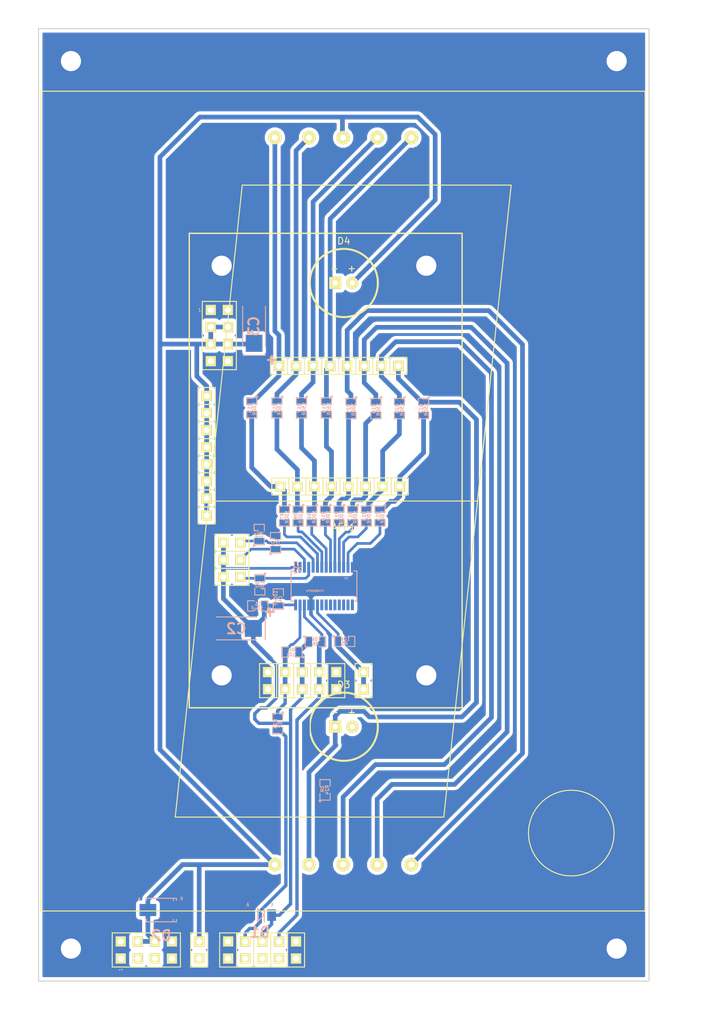
<source format=kicad_pcb>
(kicad_pcb (version 4) (host pcbnew 4.0.1-stable)

  (general
    (links 137)
    (no_connects 14)
    (area 0.178999 -142.061001 91.261001 -0.178999)
    (thickness 1.6)
    (drawings 8)
    (tracks 312)
    (zones 0)
    (modules 83)
    (nets 36)
  )

  (page A4)
  (layers
    (0 F.Cu signal)
    (31 B.Cu signal)
    (32 B.Adhes user)
    (33 F.Adhes user)
    (34 B.Paste user)
    (35 F.Paste user)
    (36 B.SilkS user)
    (37 F.SilkS user)
    (38 B.Mask user)
    (39 F.Mask user)
    (40 Dwgs.User user)
    (41 Cmts.User user)
    (42 Eco1.User user)
    (43 Eco2.User user)
    (44 Edge.Cuts user)
    (45 Margin user)
    (46 B.CrtYd user)
    (47 F.CrtYd user)
    (48 B.Fab user)
    (49 F.Fab user)
  )

  (setup
    (last_trace_width 0.7)
    (user_trace_width 0.2)
    (user_trace_width 0.3)
    (user_trace_width 0.4)
    (user_trace_width 0.5)
    (user_trace_width 0.6)
    (user_trace_width 0.7)
    (user_trace_width 0.8)
    (user_trace_width 1)
    (trace_clearance 0.2)
    (zone_clearance 0.508)
    (zone_45_only yes)
    (trace_min 0.2)
    (segment_width 0.2)
    (edge_width 0.15)
    (via_size 0.6)
    (via_drill 0.4)
    (via_min_size 0.4)
    (via_min_drill 0.3)
    (uvia_size 0.3)
    (uvia_drill 0.1)
    (uvias_allowed no)
    (uvia_min_size 0.2)
    (uvia_min_drill 0.1)
    (pcb_text_width 0.3)
    (pcb_text_size 1.5 1.5)
    (mod_edge_width 0.15)
    (mod_text_size 1 1)
    (mod_text_width 0.15)
    (pad_size 6 6)
    (pad_drill 3)
    (pad_to_mask_clearance 0.2)
    (aux_axis_origin 0 0)
    (visible_elements 7FFFFF7F)
    (pcbplotparams
      (layerselection 0x00030_80000001)
      (usegerberextensions false)
      (excludeedgelayer true)
      (linewidth 0.500000)
      (plotframeref false)
      (viasonmask false)
      (mode 1)
      (useauxorigin false)
      (hpglpennumber 1)
      (hpglpenspeed 20)
      (hpglpendiameter 15)
      (hpglpenoverlay 2)
      (psnegative false)
      (psa4output false)
      (plotreference true)
      (plotvalue true)
      (plotinvisibletext false)
      (padsonsilk false)
      (subtractmaskfromsilk false)
      (outputformat 1)
      (mirror false)
      (drillshape 1)
      (scaleselection 1)
      (outputdirectory ""))
  )

  (net 0 "")
  (net 1 +12V)
  (net 2 /G)
  (net 3 /F)
  (net 4 /B)
  (net 5 /A)
  (net 6 /E)
  (net 7 /DP)
  (net 8 /C)
  (net 9 /D)
  (net 10 VDD)
  (net 11 GND)
  (net 12 /SDA)
  (net 13 /SCL)
  (net 14 /#OE)
  (net 15 /LED00)
  (net 16 /LED01)
  (net 17 /LED02)
  (net 18 /LED03)
  (net 19 /LED04)
  (net 20 /LED05)
  (net 21 /LED06)
  (net 22 /LED07)
  (net 23 "Net-(R7-Pad2)")
  (net 24 "Net-(R8-Pad2)")
  (net 25 "Net-(R9-Pad2)")
  (net 26 "Net-(R10-Pad2)")
  (net 27 "Net-(R11-Pad2)")
  (net 28 "Net-(R12-Pad2)")
  (net 29 "Net-(R13-Pad2)")
  (net 30 "Net-(R14-Pad2)")
  (net 31 /A2)
  (net 32 /A3)
  (net 33 /A4)
  (net 34 "Net-(J29-Pad1)")
  (net 35 "Net-(AFF1-Pad2)")

  (net_class Default "Toto je výchozí třída sítě."
    (clearance 0.2)
    (trace_width 0.25)
    (via_dia 0.6)
    (via_drill 0.4)
    (uvia_dia 0.3)
    (uvia_drill 0.1)
    (add_net +12V)
    (add_net /#OE)
    (add_net /A)
    (add_net /A2)
    (add_net /A3)
    (add_net /A4)
    (add_net /B)
    (add_net /C)
    (add_net /D)
    (add_net /DP)
    (add_net /E)
    (add_net /F)
    (add_net /G)
    (add_net /LED00)
    (add_net /LED01)
    (add_net /LED02)
    (add_net /LED03)
    (add_net /LED04)
    (add_net /LED05)
    (add_net /LED06)
    (add_net /LED07)
    (add_net /SCL)
    (add_net /SDA)
    (add_net GND)
    (add_net "Net-(AFF1-Pad2)")
    (add_net "Net-(J29-Pad1)")
    (add_net "Net-(R10-Pad2)")
    (add_net "Net-(R11-Pad2)")
    (add_net "Net-(R12-Pad2)")
    (add_net "Net-(R13-Pad2)")
    (add_net "Net-(R14-Pad2)")
    (add_net "Net-(R7-Pad2)")
    (add_net "Net-(R8-Pad2)")
    (add_net "Net-(R9-Pad2)")
    (add_net VDD)
  )

  (module Mlab_D:LED-10MM (layer F.Cu) (tedit 574C10EF) (tstamp 574C1401)
    (at 44.45 -38.1)
    (descr "LED 10mm - Lead pitch 100mil (2,54mm)")
    (tags "LED led 10mm 10MM 100mil 2.54mm")
    (path /574D2191)
    (fp_text reference D3 (at 1.27 -6.25) (layer F.SilkS)
      (effects (font (size 1 1) (thickness 0.15)))
    )
    (fp_text value L-813ID (at 1.5 6.1) (layer F.Fab)
      (effects (font (size 1 1) (thickness 0.15)))
    )
    (fp_text user + (at 2.4511 -2.1971) (layer F.SilkS)
      (effects (font (size 1 1) (thickness 0.15)))
    )
    (fp_text user - (at -0.1016 -2.1717) (layer F.SilkS)
      (effects (font (size 1 1) (thickness 0.15)))
    )
    (fp_line (start -4 -1.25) (end -4 1.25) (layer F.CrtYd) (width 0.05))
    (fp_arc (start 1.25 0) (end -4 -1.25) (angle 332.9) (layer F.CrtYd) (width 0.05))
    (fp_line (start -3.73 -1.23) (end -3.73 1.23) (layer F.SilkS) (width 0.15))
    (fp_arc (start 1.27 0) (end -3.73 -1.23) (angle 332.2) (layer F.SilkS) (width 0.15))
    (fp_circle (center 1.27 0) (end 1.27 5) (layer F.SilkS) (width 0.15))
    (pad 2 thru_hole circle (at 2.54 0 180) (size 1.8 1.8) (drill 0.8) (layers *.Cu *.Mask F.SilkS)
      (net 1 +12V))
    (pad 1 thru_hole rect (at 0 0 180) (size 1.8 1.8) (drill 0.8) (layers *.Cu *.Mask F.SilkS)
      (net 6 /E))
    (model LEDs.3dshapes/LED-10MM.wrl
      (at (xyz 0 0 0))
      (scale (xyz 1 1 1))
      (rotate (xyz 0 0 0))
    )
  )

  (module Mlab_Pin_Headers:Straight_1x01 (layer F.Cu) (tedit 56EBDE01) (tstamp 57455E5B)
    (at 41.3512 -73.8632)
    (descr "pin header straight 1x01")
    (tags "pin header straight 1x01")
    (path /574614AA)
    (fp_text reference J13 (at 0 -2.54) (layer F.SilkS) hide
      (effects (font (size 1.5 1.5) (thickness 0.15)))
    )
    (fp_text value CONN1_1 (at 0 2.54) (layer F.SilkS) hide
      (effects (font (size 1.5 1.5) (thickness 0.15)))
    )
    (fp_text user 1 (at -1.651 0) (layer F.SilkS) hide
      (effects (font (size 0.5 0.5) (thickness 0.05)))
    )
    (fp_line (start -1.27 -1.27) (end 1.27 -1.27) (layer F.SilkS) (width 0.15))
    (fp_line (start 1.27 -1.27) (end 1.27 1.27) (layer F.SilkS) (width 0.15))
    (fp_line (start 1.27 1.27) (end -1.27 1.27) (layer F.SilkS) (width 0.15))
    (fp_line (start -1.27 1.27) (end -1.27 -1.27) (layer F.SilkS) (width 0.15))
    (pad 1 thru_hole rect (at 0 0) (size 1.524 1.524) (drill 0.889) (layers *.Cu *.Mask F.SilkS)
      (net 17 /LED02))
    (model Pin_Headers/Pin_Header_Straight_1x01.wrl
      (at (xyz 0 0 0))
      (scale (xyz 1 1 1))
      (rotate (xyz 0 0 90))
    )
  )

  (module Mlab_R:SMD-0805 (layer B.Cu) (tedit 54799E0C) (tstamp 574545D1)
    (at 32.9184 -56.0832 180)
    (path /57443486)
    (attr smd)
    (fp_text reference C1 (at 0 0.3175 180) (layer B.SilkS)
      (effects (font (size 0.50038 0.50038) (thickness 0.10922)) (justify mirror))
    )
    (fp_text value 10uF (at 0.127 -0.381 180) (layer B.SilkS)
      (effects (font (size 0.50038 0.50038) (thickness 0.10922)) (justify mirror))
    )
    (fp_circle (center -1.651 -0.762) (end -1.651 -0.635) (layer B.SilkS) (width 0.15))
    (fp_line (start -0.508 -0.762) (end -1.524 -0.762) (layer B.SilkS) (width 0.15))
    (fp_line (start -1.524 -0.762) (end -1.524 0.762) (layer B.SilkS) (width 0.15))
    (fp_line (start -1.524 0.762) (end -0.508 0.762) (layer B.SilkS) (width 0.15))
    (fp_line (start 0.508 0.762) (end 1.524 0.762) (layer B.SilkS) (width 0.15))
    (fp_line (start 1.524 0.762) (end 1.524 -0.762) (layer B.SilkS) (width 0.15))
    (fp_line (start 1.524 -0.762) (end 0.508 -0.762) (layer B.SilkS) (width 0.15))
    (pad 1 smd rect (at -0.9525 0 180) (size 0.889 1.397) (layers B.Cu B.Paste B.Mask)
      (net 10 VDD))
    (pad 2 smd rect (at 0.9525 0 180) (size 0.889 1.397) (layers B.Cu B.Paste B.Mask)
      (net 11 GND))
    (model MLAB_3D/Resistors/chip_cms.wrl
      (at (xyz 0 0 0))
      (scale (xyz 0.1 0.1 0.1))
      (rotate (xyz 0 0 0))
    )
  )

  (module Mlab_C:TantalC_SizeC_Reflow (layer B.Cu) (tedit 564C624B) (tstamp 574545D7)
    (at 29.718 -52.7304 180)
    (descr "Tantal Cap. , Size C, EIA-6032, Reflow,")
    (tags "Tantal Cap. , Size C, EIA-6032, Reflow,")
    (path /57443512)
    (attr smd)
    (fp_text reference C2 (at 0.0127 -0.0381 180) (layer B.SilkS)
      (effects (font (thickness 0.3048)) (justify mirror))
    )
    (fp_text value 47uF (at -0.09906 -3.59918 180) (layer B.SilkS) hide
      (effects (font (thickness 0.3048)) (justify mirror))
    )
    (fp_line (start -4.30022 1.69926) (end -4.30022 -1.69926) (layer B.SilkS) (width 0.15))
    (fp_line (start 2.99974 -1.69926) (end -2.99974 -1.69926) (layer B.SilkS) (width 0.15))
    (fp_line (start 2.99974 1.69926) (end -2.99974 1.69926) (layer B.SilkS) (width 0.15))
    (fp_text user + (at -4.99872 2.55016 180) (layer B.SilkS)
      (effects (font (thickness 0.3048)) (justify mirror))
    )
    (fp_line (start -5.00126 3.05308) (end -5.00126 1.95326) (layer B.SilkS) (width 0.15))
    (fp_line (start -5.6007 2.5527) (end -4.40182 2.5527) (layer B.SilkS) (width 0.15))
    (pad 2 smd rect (at 2.52476 0 180) (size 2.55016 2.49936) (layers B.Cu B.Paste B.Mask)
      (net 11 GND))
    (pad 1 smd rect (at -2.52476 0 180) (size 2.55016 2.49936) (layers B.Cu B.Paste B.Mask)
      (net 10 VDD))
    (model MLAB_3D/Capacitors/c_tant_C.wrl
      (at (xyz 0 0 0))
      (scale (xyz 1 1 1))
      (rotate (xyz 0 0 180))
    )
  )

  (module Mlab_C:TantalC_SizeC_Reflow (layer B.Cu) (tedit 564C624B) (tstamp 574545DD)
    (at 32.3596 -97.6884 90)
    (descr "Tantal Cap. , Size C, EIA-6032, Reflow,")
    (tags "Tantal Cap. , Size C, EIA-6032, Reflow,")
    (path /57481DBD)
    (attr smd)
    (fp_text reference C3 (at 0.0127 -0.0381 90) (layer B.SilkS)
      (effects (font (thickness 0.3048)) (justify mirror))
    )
    (fp_text value 47uF (at -0.09906 -3.59918 90) (layer B.SilkS) hide
      (effects (font (thickness 0.3048)) (justify mirror))
    )
    (fp_line (start -4.30022 1.69926) (end -4.30022 -1.69926) (layer B.SilkS) (width 0.15))
    (fp_line (start 2.99974 -1.69926) (end -2.99974 -1.69926) (layer B.SilkS) (width 0.15))
    (fp_line (start 2.99974 1.69926) (end -2.99974 1.69926) (layer B.SilkS) (width 0.15))
    (fp_text user + (at -4.99872 2.55016 90) (layer B.SilkS)
      (effects (font (thickness 0.3048)) (justify mirror))
    )
    (fp_line (start -5.00126 3.05308) (end -5.00126 1.95326) (layer B.SilkS) (width 0.15))
    (fp_line (start -5.6007 2.5527) (end -4.40182 2.5527) (layer B.SilkS) (width 0.15))
    (pad 2 smd rect (at 2.52476 0 90) (size 2.55016 2.49936) (layers B.Cu B.Paste B.Mask)
      (net 11 GND))
    (pad 1 smd rect (at -2.52476 0 90) (size 2.55016 2.49936) (layers B.Cu B.Paste B.Mask)
      (net 1 +12V))
    (model MLAB_3D/Capacitors/c_tant_C.wrl
      (at (xyz 0 0 0))
      (scale (xyz 1 1 1))
      (rotate (xyz 0 0 180))
    )
  )

  (module Mlab_R:SMD-0805 (layer B.Cu) (tedit 54799E0C) (tstamp 574545E3)
    (at 35.9664 -57.0992 90)
    (path /5744342B)
    (attr smd)
    (fp_text reference C4 (at 0 0.3175 90) (layer B.SilkS)
      (effects (font (size 0.50038 0.50038) (thickness 0.10922)) (justify mirror))
    )
    (fp_text value 100nF (at 0.127 -0.381 90) (layer B.SilkS)
      (effects (font (size 0.50038 0.50038) (thickness 0.10922)) (justify mirror))
    )
    (fp_circle (center -1.651 -0.762) (end -1.651 -0.635) (layer B.SilkS) (width 0.15))
    (fp_line (start -0.508 -0.762) (end -1.524 -0.762) (layer B.SilkS) (width 0.15))
    (fp_line (start -1.524 -0.762) (end -1.524 0.762) (layer B.SilkS) (width 0.15))
    (fp_line (start -1.524 0.762) (end -0.508 0.762) (layer B.SilkS) (width 0.15))
    (fp_line (start 0.508 0.762) (end 1.524 0.762) (layer B.SilkS) (width 0.15))
    (fp_line (start 1.524 0.762) (end 1.524 -0.762) (layer B.SilkS) (width 0.15))
    (fp_line (start 1.524 -0.762) (end 0.508 -0.762) (layer B.SilkS) (width 0.15))
    (pad 1 smd rect (at -0.9525 0 90) (size 0.889 1.397) (layers B.Cu B.Paste B.Mask)
      (net 10 VDD))
    (pad 2 smd rect (at 0.9525 0 90) (size 0.889 1.397) (layers B.Cu B.Paste B.Mask)
      (net 11 GND))
    (model MLAB_3D/Resistors/chip_cms.wrl
      (at (xyz 0 0 0))
      (scale (xyz 0.1 0.1 0.1))
      (rotate (xyz 0 0 0))
    )
  )

  (module Mlab_D:MiniMELF_Standard (layer B.Cu) (tedit 54BBE081) (tstamp 574545E9)
    (at 33.2232 -10.0584)
    (descr "Diode Mini-MELF Standard")
    (tags "Diode Mini-MELF Standard")
    (path /57462D05)
    (attr smd)
    (fp_text reference D1 (at 0 2.54) (layer B.SilkS)
      (effects (font (thickness 0.3048)) (justify mirror))
    )
    (fp_text value BZV55C-5,6V (at 0 -3.81) (layer B.SilkS) hide
      (effects (font (thickness 0.3048)) (justify mirror))
    )
    (fp_line (start 0.65024 -0.0508) (end -0.35052 1.00076) (layer B.SilkS) (width 0.15))
    (fp_line (start -0.35052 1.00076) (end -0.35052 -1.00076) (layer B.SilkS) (width 0.15))
    (fp_line (start -0.35052 -1.00076) (end 0.65024 0) (layer B.SilkS) (width 0.15))
    (fp_line (start 0.65024 1.04902) (end 0.65024 -1.04902) (layer B.SilkS) (width 0.15))
    (fp_text user A (at -1.80086 -1.5494) (layer B.SilkS)
      (effects (font (size 0.50038 0.50038) (thickness 0.09906)) (justify mirror))
    )
    (fp_text user K (at 1.80086 -1.5494) (layer B.SilkS)
      (effects (font (size 0.50038 0.50038) (thickness 0.09906)) (justify mirror))
    )
    (fp_circle (center 0 0) (end 0 -0.55118) (layer B.Adhes) (width 0.381))
    (fp_circle (center 0 0) (end 0 -0.20066) (layer B.Adhes) (width 0.381))
    (pad 1 smd rect (at -1.75006 0) (size 1.30048 1.69926) (layers B.Cu B.Paste B.Mask)
      (net 11 GND))
    (pad 2 smd rect (at 1.75006 0) (size 1.30048 1.69926) (layers B.Cu B.Paste B.Mask)
      (net 10 VDD))
    (model MLAB_3D/Diodes/MiniMELF_DO213AA.wrl
      (at (xyz 0 0 0))
      (scale (xyz 0.3937 0.3937 0.3937))
      (rotate (xyz 0 0 0))
    )
  )

  (module Mlab_D:Diode-SMA_Standard (layer B.Cu) (tedit 56BDB339) (tstamp 574545EF)
    (at 18.542 -10.8204)
    (descr "Diode SMA")
    (tags "Diode SMA")
    (path /574814FF)
    (attr smd)
    (fp_text reference D2 (at 0 3.81) (layer B.SilkS)
      (effects (font (thickness 0.3048)) (justify mirror))
    )
    (fp_text value M4 (at 0 -3.81) (layer B.SilkS) hide
      (effects (font (thickness 0.3048)) (justify mirror))
    )
    (fp_text user A (at -3.29946 -1.6002) (layer B.SilkS)
      (effects (font (size 0.50038 0.50038) (thickness 0.09906)) (justify mirror))
    )
    (fp_text user K (at 2.99974 -1.69926) (layer B.SilkS)
      (effects (font (size 0.50038 0.50038) (thickness 0.09906)) (justify mirror))
    )
    (fp_circle (center 0 0) (end 0.20066 0.0508) (layer B.Adhes) (width 0.381))
    (fp_line (start 1.80086 -1.75006) (end 1.80086 -1.39954) (layer B.SilkS) (width 0.15))
    (fp_line (start 1.80086 1.75006) (end 1.80086 1.39954) (layer B.SilkS) (width 0.15))
    (fp_line (start 2.25044 -1.75006) (end 2.25044 -1.39954) (layer B.SilkS) (width 0.15))
    (fp_line (start -2.25044 -1.75006) (end -2.25044 -1.39954) (layer B.SilkS) (width 0.15))
    (fp_line (start -2.25044 1.75006) (end -2.25044 1.39954) (layer B.SilkS) (width 0.15))
    (fp_line (start 2.25044 1.75006) (end 2.25044 1.39954) (layer B.SilkS) (width 0.15))
    (fp_line (start -2.25044 -1.75006) (end 2.25044 -1.75006) (layer B.SilkS) (width 0.15))
    (fp_line (start -2.25044 1.75006) (end 2.25044 1.75006) (layer B.SilkS) (width 0.15))
    (pad 2 smd rect (at -1.99898 0) (size 2.49936 1.80086) (layers B.Cu B.Paste B.Mask)
      (net 1 +12V))
    (pad 1 smd rect (at 1.99898 0) (size 2.49936 1.80086) (layers B.Cu B.Paste B.Mask)
      (net 11 GND))
    (model MLAB_3D/Diodes/SMA.wrl
      (at (xyz 0 0 0))
      (scale (xyz 0.3937 0.3937 0.3937))
      (rotate (xyz 0 0 0))
    )
  )

  (module Mlab_Pin_Headers:Straight_2x04 (layer F.Cu) (tedit 5535DB57) (tstamp 574545FB)
    (at 16.3068 -4.8768 90)
    (descr "pin header straight 2x04")
    (tags "pin header straight 2x04")
    (path /5747FB5E)
    (fp_text reference J1 (at 0 -6.35 90) (layer F.SilkS) hide
      (effects (font (size 1.5 1.5) (thickness 0.15)))
    )
    (fp_text value JUMP_4X2 (at 0 6.35 90) (layer F.SilkS) hide
      (effects (font (size 1.5 1.5) (thickness 0.15)))
    )
    (fp_text user 1 (at -2.921 -3.81 90) (layer F.SilkS)
      (effects (font (size 0.5 0.5) (thickness 0.05)))
    )
    (fp_line (start -2.54 -5.08) (end 2.54 -5.08) (layer F.SilkS) (width 0.15))
    (fp_line (start 2.54 -5.08) (end 2.54 5.08) (layer F.SilkS) (width 0.15))
    (fp_line (start 2.54 5.08) (end -2.54 5.08) (layer F.SilkS) (width 0.15))
    (fp_line (start -2.54 5.08) (end -2.54 -5.08) (layer F.SilkS) (width 0.15))
    (pad 1 thru_hole rect (at -1.27 -3.81 90) (size 1.524 1.524) (drill 0.889) (layers *.Cu *.Mask F.SilkS)
      (net 11 GND))
    (pad 2 thru_hole rect (at 1.27 -3.81 90) (size 1.524 1.524) (drill 0.889) (layers *.Cu *.Mask F.SilkS)
      (net 11 GND))
    (pad 3 thru_hole rect (at -1.27 -1.27 90) (size 1.524 1.524) (drill 0.889) (layers *.Cu *.Mask F.SilkS)
      (net 1 +12V))
    (pad 4 thru_hole rect (at 1.27 -1.27 90) (size 1.524 1.524) (drill 0.889) (layers *.Cu *.Mask F.SilkS)
      (net 1 +12V))
    (pad 5 thru_hole rect (at -1.27 1.27 90) (size 1.524 1.524) (drill 0.889) (layers *.Cu *.Mask F.SilkS)
      (net 1 +12V))
    (pad 6 thru_hole rect (at 1.27 1.27 90) (size 1.524 1.524) (drill 0.889) (layers *.Cu *.Mask F.SilkS)
      (net 1 +12V))
    (pad 7 thru_hole rect (at -1.27 3.81 90) (size 1.524 1.524) (drill 0.889) (layers *.Cu *.Mask F.SilkS)
      (net 11 GND))
    (pad 8 thru_hole rect (at 1.27 3.81 90) (size 1.524 1.524) (drill 0.889) (layers *.Cu *.Mask F.SilkS)
      (net 11 GND))
    (model Pin_Headers/Pin_Header_Straight_2x04.wrl
      (at (xyz 0 0 0))
      (scale (xyz 1 1 1))
      (rotate (xyz 0 0 90))
    )
  )

  (module Mlab_Pin_Headers:Straight_2x01 (layer F.Cu) (tedit 5545E8D2) (tstamp 57454613)
    (at 33.5788 -4.8768 90)
    (descr "pin header straight 2x01")
    (tags "pin header straight 2x01")
    (path /5744FA57)
    (fp_text reference J5 (at 0 -2.54 90) (layer F.SilkS) hide
      (effects (font (size 1.5 1.5) (thickness 0.15)))
    )
    (fp_text value JUMP_2x1 (at 0 2.54 90) (layer F.SilkS) hide
      (effects (font (size 1.5 1.5) (thickness 0.15)))
    )
    (fp_line (start -2.54 -1.27) (end 2.54 -1.27) (layer F.SilkS) (width 0.15))
    (fp_line (start 2.54 -1.27) (end 2.54 1.27) (layer F.SilkS) (width 0.15))
    (fp_line (start 2.54 1.27) (end -2.54 1.27) (layer F.SilkS) (width 0.15))
    (fp_line (start -2.54 1.27) (end -2.54 -1.27) (layer F.SilkS) (width 0.15))
    (pad 1 thru_hole rect (at -1.27 0 90) (size 1.524 1.524) (drill 0.889) (layers *.Cu *.Mask F.SilkS)
      (net 10 VDD))
    (pad 2 thru_hole rect (at 1.27 0 90) (size 1.524 1.524) (drill 0.889) (layers *.Cu *.Mask F.SilkS)
      (net 10 VDD))
    (model Pin_Headers/Pin_Header_Straight_2x01.wrl
      (at (xyz 0 0 0))
      (scale (xyz 1 1 1))
      (rotate (xyz 0 0 90))
    )
  )

  (module Mlab_Pin_Headers:Straight_2x01 (layer F.Cu) (tedit 5545E8D2) (tstamp 57454619)
    (at 36.9824 -44.958 90)
    (descr "pin header straight 2x01")
    (tags "pin header straight 2x01")
    (path /5744E41D)
    (fp_text reference J6 (at 0 -2.54 90) (layer F.SilkS) hide
      (effects (font (size 1.5 1.5) (thickness 0.15)))
    )
    (fp_text value JUMP_2x1 (at 0 2.54 90) (layer F.SilkS) hide
      (effects (font (size 1.5 1.5) (thickness 0.15)))
    )
    (fp_line (start -2.54 -1.27) (end 2.54 -1.27) (layer F.SilkS) (width 0.15))
    (fp_line (start 2.54 -1.27) (end 2.54 1.27) (layer F.SilkS) (width 0.15))
    (fp_line (start 2.54 1.27) (end -2.54 1.27) (layer F.SilkS) (width 0.15))
    (fp_line (start -2.54 1.27) (end -2.54 -1.27) (layer F.SilkS) (width 0.15))
    (pad 1 thru_hole rect (at -1.27 0 90) (size 1.524 1.524) (drill 0.889) (layers *.Cu *.Mask F.SilkS)
      (net 12 /SDA))
    (pad 2 thru_hole rect (at 1.27 0 90) (size 1.524 1.524) (drill 0.889) (layers *.Cu *.Mask F.SilkS)
      (net 12 /SDA))
    (model Pin_Headers/Pin_Header_Straight_2x01.wrl
      (at (xyz 0 0 0))
      (scale (xyz 1 1 1))
      (rotate (xyz 0 0 90))
    )
  )

  (module Mlab_Pin_Headers:Straight_2x01 (layer F.Cu) (tedit 5545E8D2) (tstamp 5745461F)
    (at 36.068 -4.8768 90)
    (descr "pin header straight 2x01")
    (tags "pin header straight 2x01")
    (path /5744EE65)
    (fp_text reference J7 (at 0 -2.54 90) (layer F.SilkS) hide
      (effects (font (size 1.5 1.5) (thickness 0.15)))
    )
    (fp_text value JUMP_2x1 (at 0 2.54 90) (layer F.SilkS) hide
      (effects (font (size 1.5 1.5) (thickness 0.15)))
    )
    (fp_line (start -2.54 -1.27) (end 2.54 -1.27) (layer F.SilkS) (width 0.15))
    (fp_line (start 2.54 -1.27) (end 2.54 1.27) (layer F.SilkS) (width 0.15))
    (fp_line (start 2.54 1.27) (end -2.54 1.27) (layer F.SilkS) (width 0.15))
    (fp_line (start -2.54 1.27) (end -2.54 -1.27) (layer F.SilkS) (width 0.15))
    (pad 1 thru_hole rect (at -1.27 0 90) (size 1.524 1.524) (drill 0.889) (layers *.Cu *.Mask F.SilkS)
      (net 13 /SCL))
    (pad 2 thru_hole rect (at 1.27 0 90) (size 1.524 1.524) (drill 0.889) (layers *.Cu *.Mask F.SilkS)
      (net 13 /SCL))
    (model Pin_Headers/Pin_Header_Straight_2x01.wrl
      (at (xyz 0 0 0))
      (scale (xyz 1 1 1))
      (rotate (xyz 0 0 90))
    )
  )

  (module Mlab_Pin_Headers:Straight_2x01 (layer F.Cu) (tedit 5545E8D2) (tstamp 57454625)
    (at 38.608 -4.8768 90)
    (descr "pin header straight 2x01")
    (tags "pin header straight 2x01")
    (path /5744FAE9)
    (fp_text reference J8 (at 0 -2.54 90) (layer F.SilkS) hide
      (effects (font (size 1.5 1.5) (thickness 0.15)))
    )
    (fp_text value JUMP_2x1 (at 0 2.54 90) (layer F.SilkS) hide
      (effects (font (size 1.5 1.5) (thickness 0.15)))
    )
    (fp_line (start -2.54 -1.27) (end 2.54 -1.27) (layer F.SilkS) (width 0.15))
    (fp_line (start 2.54 -1.27) (end 2.54 1.27) (layer F.SilkS) (width 0.15))
    (fp_line (start 2.54 1.27) (end -2.54 1.27) (layer F.SilkS) (width 0.15))
    (fp_line (start -2.54 1.27) (end -2.54 -1.27) (layer F.SilkS) (width 0.15))
    (pad 1 thru_hole rect (at -1.27 0 90) (size 1.524 1.524) (drill 0.889) (layers *.Cu *.Mask F.SilkS)
      (net 11 GND))
    (pad 2 thru_hole rect (at 1.27 0 90) (size 1.524 1.524) (drill 0.889) (layers *.Cu *.Mask F.SilkS)
      (net 11 GND))
    (model Pin_Headers/Pin_Header_Straight_2x01.wrl
      (at (xyz 0 0 0))
      (scale (xyz 1 1 1))
      (rotate (xyz 0 0 90))
    )
  )

  (module Mlab_Pin_Headers:Straight_2x01 (layer F.Cu) (tedit 5545E8D2) (tstamp 5745462B)
    (at 28.4988 -4.8768 90)
    (descr "pin header straight 2x01")
    (tags "pin header straight 2x01")
    (path /57454F84)
    (fp_text reference J9 (at 0 -2.54 90) (layer F.SilkS) hide
      (effects (font (size 1.5 1.5) (thickness 0.15)))
    )
    (fp_text value JUMP_2x1 (at 0 2.54 90) (layer F.SilkS) hide
      (effects (font (size 1.5 1.5) (thickness 0.15)))
    )
    (fp_line (start -2.54 -1.27) (end 2.54 -1.27) (layer F.SilkS) (width 0.15))
    (fp_line (start 2.54 -1.27) (end 2.54 1.27) (layer F.SilkS) (width 0.15))
    (fp_line (start 2.54 1.27) (end -2.54 1.27) (layer F.SilkS) (width 0.15))
    (fp_line (start -2.54 1.27) (end -2.54 -1.27) (layer F.SilkS) (width 0.15))
    (pad 1 thru_hole rect (at -1.27 0 90) (size 1.524 1.524) (drill 0.889) (layers *.Cu *.Mask F.SilkS)
      (net 11 GND))
    (pad 2 thru_hole rect (at 1.27 0 90) (size 1.524 1.524) (drill 0.889) (layers *.Cu *.Mask F.SilkS)
      (net 11 GND))
    (model Pin_Headers/Pin_Header_Straight_2x01.wrl
      (at (xyz 0 0 0))
      (scale (xyz 1 1 1))
      (rotate (xyz 0 0 90))
    )
  )

  (module Mlab_Mechanical:MountingHole_3mm placed (layer F.Cu) (tedit 5535DB2C) (tstamp 57454666)
    (at 5.08 -137.16)
    (descr "Mounting hole, Befestigungsbohrung, 3mm, No Annular, Kein Restring,")
    (tags "Mounting hole, Befestigungsbohrung, 3mm, No Annular, Kein Restring,")
    (path /57469D0A)
    (fp_text reference M1 (at 0 -4.191) (layer F.SilkS) hide
      (effects (font (thickness 0.3048)))
    )
    (fp_text value HOLE (at 0 4.191) (layer F.SilkS) hide
      (effects (font (thickness 0.3048)))
    )
    (fp_circle (center 0 0) (end 2.99974 0) (layer Cmts.User) (width 0.381))
    (pad 1 thru_hole circle (at 0 0) (size 6 6) (drill 3) (layers *.Cu *.Adhes *.Mask)
      (net 11 GND) (clearance 1) (zone_connect 2))
  )

  (module Mlab_Mechanical:MountingHole_3mm placed (layer F.Cu) (tedit 5535DB2C) (tstamp 57454670)
    (at 27.5268 -106.704)
    (descr "Mounting hole, Befestigungsbohrung, 3mm, No Annular, Kein Restring,")
    (tags "Mounting hole, Befestigungsbohrung, 3mm, No Annular, Kein Restring,")
    (path /57469D26)
    (fp_text reference M3 (at 0 -4.191) (layer F.SilkS) hide
      (effects (font (thickness 0.3048)))
    )
    (fp_text value HOLE (at 0 4.191) (layer F.SilkS) hide
      (effects (font (thickness 0.3048)))
    )
    (fp_circle (center 0 0) (end 2.99974 0) (layer Cmts.User) (width 0.381))
    (pad 1 thru_hole circle (at 0 0) (size 6 6) (drill 3) (layers *.Cu *.Adhes *.Mask)
      (net 11 GND) (clearance 1) (zone_connect 2))
  )

  (module Mlab_Mechanical:MountingHole_3mm placed (layer F.Cu) (tedit 5535DB2C) (tstamp 5745467A)
    (at 86.36 -5.08)
    (descr "Mounting hole, Befestigungsbohrung, 3mm, No Annular, Kein Restring,")
    (tags "Mounting hole, Befestigungsbohrung, 3mm, No Annular, Kein Restring,")
    (path /57468425)
    (fp_text reference M5 (at 0 -4.191) (layer F.SilkS) hide
      (effects (font (thickness 0.3048)))
    )
    (fp_text value HOLE (at 0 4.191) (layer F.SilkS) hide
      (effects (font (thickness 0.3048)))
    )
    (fp_circle (center 0 0) (end 2.99974 0) (layer Cmts.User) (width 0.381))
    (pad 1 thru_hole circle (at 0 0) (size 6 6) (drill 3) (layers *.Cu *.Adhes *.Mask)
      (net 11 GND) (clearance 1) (zone_connect 2))
  )

  (module Mlab_Mechanical:MountingHole_3mm placed (layer F.Cu) (tedit 5535DB2C) (tstamp 5745467F)
    (at 27.5268 -45.744)
    (descr "Mounting hole, Befestigungsbohrung, 3mm, No Annular, Kein Restring,")
    (tags "Mounting hole, Befestigungsbohrung, 3mm, No Annular, Kein Restring,")
    (path /5746946A)
    (fp_text reference M6 (at 0 -4.191) (layer F.SilkS) hide
      (effects (font (thickness 0.3048)))
    )
    (fp_text value HOLE (at 0 4.191) (layer F.SilkS) hide
      (effects (font (thickness 0.3048)))
    )
    (fp_circle (center 0 0) (end 2.99974 0) (layer Cmts.User) (width 0.381))
    (pad 1 thru_hole circle (at 0 0) (size 6 6) (drill 3) (layers *.Cu *.Adhes *.Mask)
      (net 11 GND) (clearance 1) (zone_connect 2))
  )

  (module Mlab_Mechanical:MountingHole_3mm placed (layer F.Cu) (tedit 5535DB2C) (tstamp 57454684)
    (at 58.0068 -106.704 90)
    (descr "Mounting hole, Befestigungsbohrung, 3mm, No Annular, Kein Restring,")
    (tags "Mounting hole, Befestigungsbohrung, 3mm, No Annular, Kein Restring,")
    (path /5746951E)
    (fp_text reference M7 (at 0 -4.191 90) (layer F.SilkS) hide
      (effects (font (thickness 0.3048)))
    )
    (fp_text value HOLE (at 0 4.191 90) (layer F.SilkS) hide
      (effects (font (thickness 0.3048)))
    )
    (fp_circle (center 0 0) (end 2.99974 0) (layer Cmts.User) (width 0.381))
    (pad 1 thru_hole circle (at 0 0 90) (size 6 6) (drill 3) (layers *.Cu *.Adhes *.Mask)
      (net 11 GND) (clearance 1) (zone_connect 2))
  )

  (module Mlab_Mechanical:MountingHole_3mm placed (layer F.Cu) (tedit 5535DB2C) (tstamp 57454689)
    (at 86.36 -137.16)
    (descr "Mounting hole, Befestigungsbohrung, 3mm, No Annular, Kein Restring,")
    (tags "Mounting hole, Befestigungsbohrung, 3mm, No Annular, Kein Restring,")
    (path /5746952C)
    (fp_text reference M8 (at 0 -4.191) (layer F.SilkS) hide
      (effects (font (thickness 0.3048)))
    )
    (fp_text value HOLE (at 0 4.191) (layer F.SilkS) hide
      (effects (font (thickness 0.3048)))
    )
    (fp_circle (center 0 0) (end 2.99974 0) (layer Cmts.User) (width 0.381))
    (pad 1 thru_hole circle (at 0 0) (size 6 6) (drill 3) (layers *.Cu *.Adhes *.Mask)
      (net 11 GND) (clearance 1) (zone_connect 2))
  )

  (module Mlab_Mechanical:MountingHole_3mm placed (layer F.Cu) (tedit 5535DB2C) (tstamp 5745468E)
    (at 58.0068 -45.744)
    (descr "Mounting hole, Befestigungsbohrung, 3mm, No Annular, Kein Restring,")
    (tags "Mounting hole, Befestigungsbohrung, 3mm, No Annular, Kein Restring,")
    (path /5746A29C)
    (fp_text reference M9 (at 0 -4.191) (layer F.SilkS) hide
      (effects (font (thickness 0.3048)))
    )
    (fp_text value HOLE (at 0 4.191) (layer F.SilkS) hide
      (effects (font (thickness 0.3048)))
    )
    (fp_circle (center 0 0) (end 2.99974 0) (layer Cmts.User) (width 0.381))
    (pad 1 thru_hole circle (at 0 0) (size 6 6) (drill 3) (layers *.Cu *.Adhes *.Mask)
      (net 11 GND) (clearance 1) (zone_connect 2))
  )

  (module Mlab_Mechanical:MountingHole_3mm placed (layer F.Cu) (tedit 5535DB2C) (tstamp 57454693)
    (at 5.08 -5.08)
    (descr "Mounting hole, Befestigungsbohrung, 3mm, No Annular, Kein Restring,")
    (tags "Mounting hole, Befestigungsbohrung, 3mm, No Annular, Kein Restring,")
    (path /5746A2AA)
    (fp_text reference M10 (at 0 -4.191) (layer F.SilkS) hide
      (effects (font (thickness 0.3048)))
    )
    (fp_text value HOLE (at 0 4.191) (layer F.SilkS) hide
      (effects (font (thickness 0.3048)))
    )
    (fp_circle (center 0 0) (end 2.99974 0) (layer Cmts.User) (width 0.381))
    (pad 1 thru_hole circle (at 0 0) (size 6 6) (drill 3) (layers *.Cu *.Adhes *.Mask)
      (net 11 GND) (clearance 1) (zone_connect 2))
  )

  (module Mlab_R:SMD-0805 (layer B.Cu) (tedit 54799E0C) (tstamp 574546D1)
    (at 35.56 -65.4812 90)
    (path /5745A4BD)
    (attr smd)
    (fp_text reference R1 (at 0 0.3175 90) (layer B.SilkS)
      (effects (font (size 0.50038 0.50038) (thickness 0.10922)) (justify mirror))
    )
    (fp_text value 10k (at 0.127 -0.381 90) (layer B.SilkS)
      (effects (font (size 0.50038 0.50038) (thickness 0.10922)) (justify mirror))
    )
    (fp_circle (center -1.651 -0.762) (end -1.651 -0.635) (layer B.SilkS) (width 0.15))
    (fp_line (start -0.508 -0.762) (end -1.524 -0.762) (layer B.SilkS) (width 0.15))
    (fp_line (start -1.524 -0.762) (end -1.524 0.762) (layer B.SilkS) (width 0.15))
    (fp_line (start -1.524 0.762) (end -0.508 0.762) (layer B.SilkS) (width 0.15))
    (fp_line (start 0.508 0.762) (end 1.524 0.762) (layer B.SilkS) (width 0.15))
    (fp_line (start 1.524 0.762) (end 1.524 -0.762) (layer B.SilkS) (width 0.15))
    (fp_line (start 1.524 -0.762) (end 0.508 -0.762) (layer B.SilkS) (width 0.15))
    (pad 1 smd rect (at -0.9525 0 90) (size 0.889 1.397) (layers B.Cu B.Paste B.Mask)
      (net 31 /A2))
    (pad 2 smd rect (at 0.9525 0 90) (size 0.889 1.397) (layers B.Cu B.Paste B.Mask)
      (net 11 GND))
    (model MLAB_3D/Resistors/chip_cms.wrl
      (at (xyz 0 0 0))
      (scale (xyz 0.1 0.1 0.1))
      (rotate (xyz 0 0 0))
    )
  )

  (module Mlab_R:SMD-0805 (layer B.Cu) (tedit 54799E0C) (tstamp 574546D7)
    (at 33.2232 -59.2328 270)
    (path /5745ADD9)
    (attr smd)
    (fp_text reference R2 (at 0 0.3175 270) (layer B.SilkS)
      (effects (font (size 0.50038 0.50038) (thickness 0.10922)) (justify mirror))
    )
    (fp_text value 10k (at 0.127 -0.381 270) (layer B.SilkS)
      (effects (font (size 0.50038 0.50038) (thickness 0.10922)) (justify mirror))
    )
    (fp_circle (center -1.651 -0.762) (end -1.651 -0.635) (layer B.SilkS) (width 0.15))
    (fp_line (start -0.508 -0.762) (end -1.524 -0.762) (layer B.SilkS) (width 0.15))
    (fp_line (start -1.524 -0.762) (end -1.524 0.762) (layer B.SilkS) (width 0.15))
    (fp_line (start -1.524 0.762) (end -0.508 0.762) (layer B.SilkS) (width 0.15))
    (fp_line (start 0.508 0.762) (end 1.524 0.762) (layer B.SilkS) (width 0.15))
    (fp_line (start 1.524 0.762) (end 1.524 -0.762) (layer B.SilkS) (width 0.15))
    (fp_line (start 1.524 -0.762) (end 0.508 -0.762) (layer B.SilkS) (width 0.15))
    (pad 1 smd rect (at -0.9525 0 270) (size 0.889 1.397) (layers B.Cu B.Paste B.Mask)
      (net 32 /A3))
    (pad 2 smd rect (at 0.9525 0 270) (size 0.889 1.397) (layers B.Cu B.Paste B.Mask)
      (net 11 GND))
    (model MLAB_3D/Resistors/chip_cms.wrl
      (at (xyz 0 0 0))
      (scale (xyz 0.1 0.1 0.1))
      (rotate (xyz 0 0 0))
    )
  )

  (module Mlab_R:SMD-0805 (layer B.Cu) (tedit 54799E0C) (tstamp 574546DD)
    (at 33.1216 -66.7004 90)
    (path /5745AEA7)
    (attr smd)
    (fp_text reference R3 (at 0 0.3175 90) (layer B.SilkS)
      (effects (font (size 0.50038 0.50038) (thickness 0.10922)) (justify mirror))
    )
    (fp_text value 10k (at 0.127 -0.381 90) (layer B.SilkS)
      (effects (font (size 0.50038 0.50038) (thickness 0.10922)) (justify mirror))
    )
    (fp_circle (center -1.651 -0.762) (end -1.651 -0.635) (layer B.SilkS) (width 0.15))
    (fp_line (start -0.508 -0.762) (end -1.524 -0.762) (layer B.SilkS) (width 0.15))
    (fp_line (start -1.524 -0.762) (end -1.524 0.762) (layer B.SilkS) (width 0.15))
    (fp_line (start -1.524 0.762) (end -0.508 0.762) (layer B.SilkS) (width 0.15))
    (fp_line (start 0.508 0.762) (end 1.524 0.762) (layer B.SilkS) (width 0.15))
    (fp_line (start 1.524 0.762) (end 1.524 -0.762) (layer B.SilkS) (width 0.15))
    (fp_line (start 1.524 -0.762) (end 0.508 -0.762) (layer B.SilkS) (width 0.15))
    (pad 1 smd rect (at -0.9525 0 90) (size 0.889 1.397) (layers B.Cu B.Paste B.Mask)
      (net 33 /A4))
    (pad 2 smd rect (at 0.9525 0 90) (size 0.889 1.397) (layers B.Cu B.Paste B.Mask)
      (net 11 GND))
    (model MLAB_3D/Resistors/chip_cms.wrl
      (at (xyz 0 0 0))
      (scale (xyz 0.1 0.1 0.1))
      (rotate (xyz 0 0 0))
    )
  )

  (module Mlab_R:SMD-0805 (layer B.Cu) (tedit 54799E0C) (tstamp 574546E3)
    (at 37.9984 -49.2252 180)
    (path /57443345)
    (attr smd)
    (fp_text reference R4 (at 0 0.3175 180) (layer B.SilkS)
      (effects (font (size 0.50038 0.50038) (thickness 0.10922)) (justify mirror))
    )
    (fp_text value 10k (at 0.127 -0.381 180) (layer B.SilkS)
      (effects (font (size 0.50038 0.50038) (thickness 0.10922)) (justify mirror))
    )
    (fp_circle (center -1.651 -0.762) (end -1.651 -0.635) (layer B.SilkS) (width 0.15))
    (fp_line (start -0.508 -0.762) (end -1.524 -0.762) (layer B.SilkS) (width 0.15))
    (fp_line (start -1.524 -0.762) (end -1.524 0.762) (layer B.SilkS) (width 0.15))
    (fp_line (start -1.524 0.762) (end -0.508 0.762) (layer B.SilkS) (width 0.15))
    (fp_line (start 0.508 0.762) (end 1.524 0.762) (layer B.SilkS) (width 0.15))
    (fp_line (start 1.524 0.762) (end 1.524 -0.762) (layer B.SilkS) (width 0.15))
    (fp_line (start 1.524 -0.762) (end 0.508 -0.762) (layer B.SilkS) (width 0.15))
    (pad 1 smd rect (at -0.9525 0 180) (size 0.889 1.397) (layers B.Cu B.Paste B.Mask)
      (net 10 VDD))
    (pad 2 smd rect (at 0.9525 0 180) (size 0.889 1.397) (layers B.Cu B.Paste B.Mask)
      (net 12 /SDA))
    (model MLAB_3D/Resistors/chip_cms.wrl
      (at (xyz 0 0 0))
      (scale (xyz 0.1 0.1 0.1))
      (rotate (xyz 0 0 0))
    )
  )

  (module Mlab_R:SMD-0805 (layer B.Cu) (tedit 54799E0C) (tstamp 574546E9)
    (at 45.8343 -50.8)
    (path /574433FB)
    (attr smd)
    (fp_text reference R5 (at 0 0.3175) (layer B.SilkS)
      (effects (font (size 0.50038 0.50038) (thickness 0.10922)) (justify mirror))
    )
    (fp_text value 10k (at 0.127 -0.381) (layer B.SilkS)
      (effects (font (size 0.50038 0.50038) (thickness 0.10922)) (justify mirror))
    )
    (fp_circle (center -1.651 -0.762) (end -1.651 -0.635) (layer B.SilkS) (width 0.15))
    (fp_line (start -0.508 -0.762) (end -1.524 -0.762) (layer B.SilkS) (width 0.15))
    (fp_line (start -1.524 -0.762) (end -1.524 0.762) (layer B.SilkS) (width 0.15))
    (fp_line (start -1.524 0.762) (end -0.508 0.762) (layer B.SilkS) (width 0.15))
    (fp_line (start 0.508 0.762) (end 1.524 0.762) (layer B.SilkS) (width 0.15))
    (fp_line (start 1.524 0.762) (end 1.524 -0.762) (layer B.SilkS) (width 0.15))
    (fp_line (start 1.524 -0.762) (end 0.508 -0.762) (layer B.SilkS) (width 0.15))
    (pad 1 smd rect (at -0.9525 0) (size 0.889 1.397) (layers B.Cu B.Paste B.Mask)
      (net 14 /#OE))
    (pad 2 smd rect (at 0.9525 0) (size 0.889 1.397) (layers B.Cu B.Paste B.Mask)
      (net 11 GND))
    (model MLAB_3D/Resistors/chip_cms.wrl
      (at (xyz 0 0 0))
      (scale (xyz 0.1 0.1 0.1))
      (rotate (xyz 0 0 0))
    )
  )

  (module Mlab_R:SMD-0805 (layer B.Cu) (tedit 54799E0C) (tstamp 574546EF)
    (at 41.5036 -50.7492)
    (path /574433DB)
    (attr smd)
    (fp_text reference R6 (at 0 0.3175) (layer B.SilkS)
      (effects (font (size 0.50038 0.50038) (thickness 0.10922)) (justify mirror))
    )
    (fp_text value 10k (at 0.127 -0.381) (layer B.SilkS)
      (effects (font (size 0.50038 0.50038) (thickness 0.10922)) (justify mirror))
    )
    (fp_circle (center -1.651 -0.762) (end -1.651 -0.635) (layer B.SilkS) (width 0.15))
    (fp_line (start -0.508 -0.762) (end -1.524 -0.762) (layer B.SilkS) (width 0.15))
    (fp_line (start -1.524 -0.762) (end -1.524 0.762) (layer B.SilkS) (width 0.15))
    (fp_line (start -1.524 0.762) (end -0.508 0.762) (layer B.SilkS) (width 0.15))
    (fp_line (start 0.508 0.762) (end 1.524 0.762) (layer B.SilkS) (width 0.15))
    (fp_line (start 1.524 0.762) (end 1.524 -0.762) (layer B.SilkS) (width 0.15))
    (fp_line (start 1.524 -0.762) (end 0.508 -0.762) (layer B.SilkS) (width 0.15))
    (pad 1 smd rect (at -0.9525 0) (size 0.889 1.397) (layers B.Cu B.Paste B.Mask)
      (net 10 VDD))
    (pad 2 smd rect (at 0.9525 0) (size 0.889 1.397) (layers B.Cu B.Paste B.Mask)
      (net 13 /SCL))
    (model MLAB_3D/Resistors/chip_cms.wrl
      (at (xyz 0 0 0))
      (scale (xyz 0.1 0.1 0.1))
      (rotate (xyz 0 0 0))
    )
  )

  (module Mlab_R:SMD-0805 (layer B.Cu) (tedit 54799E0C) (tstamp 574546F5)
    (at 36.8808 -69.4436 270)
    (path /574445C9)
    (attr smd)
    (fp_text reference R7 (at 0 0.3175 270) (layer B.SilkS)
      (effects (font (size 0.50038 0.50038) (thickness 0.10922)) (justify mirror))
    )
    (fp_text value 100R (at 0.127 -0.381 270) (layer B.SilkS)
      (effects (font (size 0.50038 0.50038) (thickness 0.10922)) (justify mirror))
    )
    (fp_circle (center -1.651 -0.762) (end -1.651 -0.635) (layer B.SilkS) (width 0.15))
    (fp_line (start -0.508 -0.762) (end -1.524 -0.762) (layer B.SilkS) (width 0.15))
    (fp_line (start -1.524 -0.762) (end -1.524 0.762) (layer B.SilkS) (width 0.15))
    (fp_line (start -1.524 0.762) (end -0.508 0.762) (layer B.SilkS) (width 0.15))
    (fp_line (start 0.508 0.762) (end 1.524 0.762) (layer B.SilkS) (width 0.15))
    (fp_line (start 1.524 0.762) (end 1.524 -0.762) (layer B.SilkS) (width 0.15))
    (fp_line (start 1.524 -0.762) (end 0.508 -0.762) (layer B.SilkS) (width 0.15))
    (pad 1 smd rect (at -0.9525 0 270) (size 0.889 1.397) (layers B.Cu B.Paste B.Mask)
      (net 15 /LED00))
    (pad 2 smd rect (at 0.9525 0 270) (size 0.889 1.397) (layers B.Cu B.Paste B.Mask)
      (net 23 "Net-(R7-Pad2)"))
    (model MLAB_3D/Resistors/chip_cms.wrl
      (at (xyz 0 0 0))
      (scale (xyz 0.1 0.1 0.1))
      (rotate (xyz 0 0 0))
    )
  )

  (module Mlab_R:SMD-0805 (layer B.Cu) (tedit 54799E0C) (tstamp 574546FB)
    (at 38.9128 -69.4436 270)
    (path /57444798)
    (attr smd)
    (fp_text reference R8 (at 0 0.3175 270) (layer B.SilkS)
      (effects (font (size 0.50038 0.50038) (thickness 0.10922)) (justify mirror))
    )
    (fp_text value 100R (at 0.127 -0.381 270) (layer B.SilkS)
      (effects (font (size 0.50038 0.50038) (thickness 0.10922)) (justify mirror))
    )
    (fp_circle (center -1.651 -0.762) (end -1.651 -0.635) (layer B.SilkS) (width 0.15))
    (fp_line (start -0.508 -0.762) (end -1.524 -0.762) (layer B.SilkS) (width 0.15))
    (fp_line (start -1.524 -0.762) (end -1.524 0.762) (layer B.SilkS) (width 0.15))
    (fp_line (start -1.524 0.762) (end -0.508 0.762) (layer B.SilkS) (width 0.15))
    (fp_line (start 0.508 0.762) (end 1.524 0.762) (layer B.SilkS) (width 0.15))
    (fp_line (start 1.524 0.762) (end 1.524 -0.762) (layer B.SilkS) (width 0.15))
    (fp_line (start 1.524 -0.762) (end 0.508 -0.762) (layer B.SilkS) (width 0.15))
    (pad 1 smd rect (at -0.9525 0 270) (size 0.889 1.397) (layers B.Cu B.Paste B.Mask)
      (net 16 /LED01))
    (pad 2 smd rect (at 0.9525 0 270) (size 0.889 1.397) (layers B.Cu B.Paste B.Mask)
      (net 24 "Net-(R8-Pad2)"))
    (model MLAB_3D/Resistors/chip_cms.wrl
      (at (xyz 0 0 0))
      (scale (xyz 0.1 0.1 0.1))
      (rotate (xyz 0 0 0))
    )
  )

  (module Mlab_R:SMD-0805 (layer B.Cu) (tedit 54799E0C) (tstamp 57454701)
    (at 40.9448 -69.4436 270)
    (path /57468949)
    (attr smd)
    (fp_text reference R9 (at 0 0.3175 270) (layer B.SilkS)
      (effects (font (size 0.50038 0.50038) (thickness 0.10922)) (justify mirror))
    )
    (fp_text value 100R (at 0.127 -0.381 270) (layer B.SilkS)
      (effects (font (size 0.50038 0.50038) (thickness 0.10922)) (justify mirror))
    )
    (fp_circle (center -1.651 -0.762) (end -1.651 -0.635) (layer B.SilkS) (width 0.15))
    (fp_line (start -0.508 -0.762) (end -1.524 -0.762) (layer B.SilkS) (width 0.15))
    (fp_line (start -1.524 -0.762) (end -1.524 0.762) (layer B.SilkS) (width 0.15))
    (fp_line (start -1.524 0.762) (end -0.508 0.762) (layer B.SilkS) (width 0.15))
    (fp_line (start 0.508 0.762) (end 1.524 0.762) (layer B.SilkS) (width 0.15))
    (fp_line (start 1.524 0.762) (end 1.524 -0.762) (layer B.SilkS) (width 0.15))
    (fp_line (start 1.524 -0.762) (end 0.508 -0.762) (layer B.SilkS) (width 0.15))
    (pad 1 smd rect (at -0.9525 0 270) (size 0.889 1.397) (layers B.Cu B.Paste B.Mask)
      (net 17 /LED02))
    (pad 2 smd rect (at 0.9525 0 270) (size 0.889 1.397) (layers B.Cu B.Paste B.Mask)
      (net 25 "Net-(R9-Pad2)"))
    (model MLAB_3D/Resistors/chip_cms.wrl
      (at (xyz 0 0 0))
      (scale (xyz 0.1 0.1 0.1))
      (rotate (xyz 0 0 0))
    )
  )

  (module Mlab_R:SMD-0805 (layer B.Cu) (tedit 54799E0C) (tstamp 57454707)
    (at 42.9768 -69.4436 270)
    (path /57468A07)
    (attr smd)
    (fp_text reference R10 (at 0 0.3175 270) (layer B.SilkS)
      (effects (font (size 0.50038 0.50038) (thickness 0.10922)) (justify mirror))
    )
    (fp_text value 100R (at 0.127 -0.381 270) (layer B.SilkS)
      (effects (font (size 0.50038 0.50038) (thickness 0.10922)) (justify mirror))
    )
    (fp_circle (center -1.651 -0.762) (end -1.651 -0.635) (layer B.SilkS) (width 0.15))
    (fp_line (start -0.508 -0.762) (end -1.524 -0.762) (layer B.SilkS) (width 0.15))
    (fp_line (start -1.524 -0.762) (end -1.524 0.762) (layer B.SilkS) (width 0.15))
    (fp_line (start -1.524 0.762) (end -0.508 0.762) (layer B.SilkS) (width 0.15))
    (fp_line (start 0.508 0.762) (end 1.524 0.762) (layer B.SilkS) (width 0.15))
    (fp_line (start 1.524 0.762) (end 1.524 -0.762) (layer B.SilkS) (width 0.15))
    (fp_line (start 1.524 -0.762) (end 0.508 -0.762) (layer B.SilkS) (width 0.15))
    (pad 1 smd rect (at -0.9525 0 270) (size 0.889 1.397) (layers B.Cu B.Paste B.Mask)
      (net 18 /LED03))
    (pad 2 smd rect (at 0.9525 0 270) (size 0.889 1.397) (layers B.Cu B.Paste B.Mask)
      (net 26 "Net-(R10-Pad2)"))
    (model MLAB_3D/Resistors/chip_cms.wrl
      (at (xyz 0 0 0))
      (scale (xyz 0.1 0.1 0.1))
      (rotate (xyz 0 0 0))
    )
  )

  (module Mlab_R:SMD-0805 (layer B.Cu) (tedit 54799E0C) (tstamp 5745470D)
    (at 45.0088 -69.4436 270)
    (path /57468AC8)
    (attr smd)
    (fp_text reference R11 (at 0 0.3175 270) (layer B.SilkS)
      (effects (font (size 0.50038 0.50038) (thickness 0.10922)) (justify mirror))
    )
    (fp_text value 100R (at 0.127 -0.381 270) (layer B.SilkS)
      (effects (font (size 0.50038 0.50038) (thickness 0.10922)) (justify mirror))
    )
    (fp_circle (center -1.651 -0.762) (end -1.651 -0.635) (layer B.SilkS) (width 0.15))
    (fp_line (start -0.508 -0.762) (end -1.524 -0.762) (layer B.SilkS) (width 0.15))
    (fp_line (start -1.524 -0.762) (end -1.524 0.762) (layer B.SilkS) (width 0.15))
    (fp_line (start -1.524 0.762) (end -0.508 0.762) (layer B.SilkS) (width 0.15))
    (fp_line (start 0.508 0.762) (end 1.524 0.762) (layer B.SilkS) (width 0.15))
    (fp_line (start 1.524 0.762) (end 1.524 -0.762) (layer B.SilkS) (width 0.15))
    (fp_line (start 1.524 -0.762) (end 0.508 -0.762) (layer B.SilkS) (width 0.15))
    (pad 1 smd rect (at -0.9525 0 270) (size 0.889 1.397) (layers B.Cu B.Paste B.Mask)
      (net 19 /LED04))
    (pad 2 smd rect (at 0.9525 0 270) (size 0.889 1.397) (layers B.Cu B.Paste B.Mask)
      (net 27 "Net-(R11-Pad2)"))
    (model MLAB_3D/Resistors/chip_cms.wrl
      (at (xyz 0 0 0))
      (scale (xyz 0.1 0.1 0.1))
      (rotate (xyz 0 0 0))
    )
  )

  (module Mlab_R:SMD-0805 (layer B.Cu) (tedit 54799E0C) (tstamp 57454713)
    (at 47.0408 -69.4436 270)
    (path /57468B94)
    (attr smd)
    (fp_text reference R12 (at 0 0.3175 270) (layer B.SilkS)
      (effects (font (size 0.50038 0.50038) (thickness 0.10922)) (justify mirror))
    )
    (fp_text value 100R (at 0.127 -0.381 270) (layer B.SilkS)
      (effects (font (size 0.50038 0.50038) (thickness 0.10922)) (justify mirror))
    )
    (fp_circle (center -1.651 -0.762) (end -1.651 -0.635) (layer B.SilkS) (width 0.15))
    (fp_line (start -0.508 -0.762) (end -1.524 -0.762) (layer B.SilkS) (width 0.15))
    (fp_line (start -1.524 -0.762) (end -1.524 0.762) (layer B.SilkS) (width 0.15))
    (fp_line (start -1.524 0.762) (end -0.508 0.762) (layer B.SilkS) (width 0.15))
    (fp_line (start 0.508 0.762) (end 1.524 0.762) (layer B.SilkS) (width 0.15))
    (fp_line (start 1.524 0.762) (end 1.524 -0.762) (layer B.SilkS) (width 0.15))
    (fp_line (start 1.524 -0.762) (end 0.508 -0.762) (layer B.SilkS) (width 0.15))
    (pad 1 smd rect (at -0.9525 0 270) (size 0.889 1.397) (layers B.Cu B.Paste B.Mask)
      (net 20 /LED05))
    (pad 2 smd rect (at 0.9525 0 270) (size 0.889 1.397) (layers B.Cu B.Paste B.Mask)
      (net 28 "Net-(R12-Pad2)"))
    (model MLAB_3D/Resistors/chip_cms.wrl
      (at (xyz 0 0 0))
      (scale (xyz 0.1 0.1 0.1))
      (rotate (xyz 0 0 0))
    )
  )

  (module Mlab_R:SMD-0805 (layer B.Cu) (tedit 54799E0C) (tstamp 57454719)
    (at 49.0728 -69.4436 270)
    (path /57468C5B)
    (attr smd)
    (fp_text reference R13 (at 0 0.3175 270) (layer B.SilkS)
      (effects (font (size 0.50038 0.50038) (thickness 0.10922)) (justify mirror))
    )
    (fp_text value 100R (at 0.127 -0.381 270) (layer B.SilkS)
      (effects (font (size 0.50038 0.50038) (thickness 0.10922)) (justify mirror))
    )
    (fp_circle (center -1.651 -0.762) (end -1.651 -0.635) (layer B.SilkS) (width 0.15))
    (fp_line (start -0.508 -0.762) (end -1.524 -0.762) (layer B.SilkS) (width 0.15))
    (fp_line (start -1.524 -0.762) (end -1.524 0.762) (layer B.SilkS) (width 0.15))
    (fp_line (start -1.524 0.762) (end -0.508 0.762) (layer B.SilkS) (width 0.15))
    (fp_line (start 0.508 0.762) (end 1.524 0.762) (layer B.SilkS) (width 0.15))
    (fp_line (start 1.524 0.762) (end 1.524 -0.762) (layer B.SilkS) (width 0.15))
    (fp_line (start 1.524 -0.762) (end 0.508 -0.762) (layer B.SilkS) (width 0.15))
    (pad 1 smd rect (at -0.9525 0 270) (size 0.889 1.397) (layers B.Cu B.Paste B.Mask)
      (net 21 /LED06))
    (pad 2 smd rect (at 0.9525 0 270) (size 0.889 1.397) (layers B.Cu B.Paste B.Mask)
      (net 29 "Net-(R13-Pad2)"))
    (model MLAB_3D/Resistors/chip_cms.wrl
      (at (xyz 0 0 0))
      (scale (xyz 0.1 0.1 0.1))
      (rotate (xyz 0 0 0))
    )
  )

  (module Mlab_R:SMD-0805 (layer B.Cu) (tedit 54799E0C) (tstamp 5745471F)
    (at 51.1048 -69.4436 270)
    (path /57468D63)
    (attr smd)
    (fp_text reference R14 (at 0 0.3175 270) (layer B.SilkS)
      (effects (font (size 0.50038 0.50038) (thickness 0.10922)) (justify mirror))
    )
    (fp_text value 100R (at 0.127 -0.381 270) (layer B.SilkS)
      (effects (font (size 0.50038 0.50038) (thickness 0.10922)) (justify mirror))
    )
    (fp_circle (center -1.651 -0.762) (end -1.651 -0.635) (layer B.SilkS) (width 0.15))
    (fp_line (start -0.508 -0.762) (end -1.524 -0.762) (layer B.SilkS) (width 0.15))
    (fp_line (start -1.524 -0.762) (end -1.524 0.762) (layer B.SilkS) (width 0.15))
    (fp_line (start -1.524 0.762) (end -0.508 0.762) (layer B.SilkS) (width 0.15))
    (fp_line (start 0.508 0.762) (end 1.524 0.762) (layer B.SilkS) (width 0.15))
    (fp_line (start 1.524 0.762) (end 1.524 -0.762) (layer B.SilkS) (width 0.15))
    (fp_line (start 1.524 -0.762) (end 0.508 -0.762) (layer B.SilkS) (width 0.15))
    (pad 1 smd rect (at -0.9525 0 270) (size 0.889 1.397) (layers B.Cu B.Paste B.Mask)
      (net 22 /LED07))
    (pad 2 smd rect (at 0.9525 0 270) (size 0.889 1.397) (layers B.Cu B.Paste B.Mask)
      (net 30 "Net-(R14-Pad2)"))
    (model MLAB_3D/Resistors/chip_cms.wrl
      (at (xyz 0 0 0))
      (scale (xyz 0.1 0.1 0.1))
      (rotate (xyz 0 0 0))
    )
  )

  (module Mlab_R:SMD-0805 (layer B.Cu) (tedit 54799E0C) (tstamp 57454725)
    (at 32.004 -85.5472 270)
    (path /5745A88E)
    (attr smd)
    (fp_text reference R15 (at 0 0.3175 270) (layer B.SilkS)
      (effects (font (size 0.50038 0.50038) (thickness 0.10922)) (justify mirror))
    )
    (fp_text value 150R (at 0.127 -0.381 270) (layer B.SilkS)
      (effects (font (size 0.50038 0.50038) (thickness 0.10922)) (justify mirror))
    )
    (fp_circle (center -1.651 -0.762) (end -1.651 -0.635) (layer B.SilkS) (width 0.15))
    (fp_line (start -0.508 -0.762) (end -1.524 -0.762) (layer B.SilkS) (width 0.15))
    (fp_line (start -1.524 -0.762) (end -1.524 0.762) (layer B.SilkS) (width 0.15))
    (fp_line (start -1.524 0.762) (end -0.508 0.762) (layer B.SilkS) (width 0.15))
    (fp_line (start 0.508 0.762) (end 1.524 0.762) (layer B.SilkS) (width 0.15))
    (fp_line (start 1.524 0.762) (end 1.524 -0.762) (layer B.SilkS) (width 0.15))
    (fp_line (start 1.524 -0.762) (end 0.508 -0.762) (layer B.SilkS) (width 0.15))
    (pad 1 smd rect (at -0.9525 0 270) (size 0.889 1.397) (layers B.Cu B.Paste B.Mask)
      (net 2 /G))
    (pad 2 smd rect (at 0.9525 0 270) (size 0.889 1.397) (layers B.Cu B.Paste B.Mask)
      (net 15 /LED00))
    (model MLAB_3D/Resistors/chip_cms.wrl
      (at (xyz 0 0 0))
      (scale (xyz 0.1 0.1 0.1))
      (rotate (xyz 0 0 0))
    )
  )

  (module Mlab_R:SMD-0805 (layer B.Cu) (tedit 54799E0C) (tstamp 5745472B)
    (at 35.7632 -85.5472 270)
    (path /5745F299)
    (attr smd)
    (fp_text reference R16 (at 0 0.3175 270) (layer B.SilkS)
      (effects (font (size 0.50038 0.50038) (thickness 0.10922)) (justify mirror))
    )
    (fp_text value 150R (at 0.127 -0.381 270) (layer B.SilkS)
      (effects (font (size 0.50038 0.50038) (thickness 0.10922)) (justify mirror))
    )
    (fp_circle (center -1.651 -0.762) (end -1.651 -0.635) (layer B.SilkS) (width 0.15))
    (fp_line (start -0.508 -0.762) (end -1.524 -0.762) (layer B.SilkS) (width 0.15))
    (fp_line (start -1.524 -0.762) (end -1.524 0.762) (layer B.SilkS) (width 0.15))
    (fp_line (start -1.524 0.762) (end -0.508 0.762) (layer B.SilkS) (width 0.15))
    (fp_line (start 0.508 0.762) (end 1.524 0.762) (layer B.SilkS) (width 0.15))
    (fp_line (start 1.524 0.762) (end 1.524 -0.762) (layer B.SilkS) (width 0.15))
    (fp_line (start 1.524 -0.762) (end 0.508 -0.762) (layer B.SilkS) (width 0.15))
    (pad 1 smd rect (at -0.9525 0 270) (size 0.889 1.397) (layers B.Cu B.Paste B.Mask)
      (net 3 /F))
    (pad 2 smd rect (at 0.9525 0 270) (size 0.889 1.397) (layers B.Cu B.Paste B.Mask)
      (net 16 /LED01))
    (model MLAB_3D/Resistors/chip_cms.wrl
      (at (xyz 0 0 0))
      (scale (xyz 0.1 0.1 0.1))
      (rotate (xyz 0 0 0))
    )
  )

  (module Mlab_R:SMD-0805 (layer B.Cu) (tedit 54799E0C) (tstamp 57454731)
    (at 39.4208 -85.5472 270)
    (path /5745F55E)
    (attr smd)
    (fp_text reference R17 (at 0 0.3175 270) (layer B.SilkS)
      (effects (font (size 0.50038 0.50038) (thickness 0.10922)) (justify mirror))
    )
    (fp_text value 150R (at 0.127 -0.381 270) (layer B.SilkS)
      (effects (font (size 0.50038 0.50038) (thickness 0.10922)) (justify mirror))
    )
    (fp_circle (center -1.651 -0.762) (end -1.651 -0.635) (layer B.SilkS) (width 0.15))
    (fp_line (start -0.508 -0.762) (end -1.524 -0.762) (layer B.SilkS) (width 0.15))
    (fp_line (start -1.524 -0.762) (end -1.524 0.762) (layer B.SilkS) (width 0.15))
    (fp_line (start -1.524 0.762) (end -0.508 0.762) (layer B.SilkS) (width 0.15))
    (fp_line (start 0.508 0.762) (end 1.524 0.762) (layer B.SilkS) (width 0.15))
    (fp_line (start 1.524 0.762) (end 1.524 -0.762) (layer B.SilkS) (width 0.15))
    (fp_line (start 1.524 -0.762) (end 0.508 -0.762) (layer B.SilkS) (width 0.15))
    (pad 1 smd rect (at -0.9525 0 270) (size 0.889 1.397) (layers B.Cu B.Paste B.Mask)
      (net 5 /A))
    (pad 2 smd rect (at 0.9525 0 270) (size 0.889 1.397) (layers B.Cu B.Paste B.Mask)
      (net 17 /LED02))
    (model MLAB_3D/Resistors/chip_cms.wrl
      (at (xyz 0 0 0))
      (scale (xyz 0.1 0.1 0.1))
      (rotate (xyz 0 0 0))
    )
  )

  (module Mlab_R:SMD-0805 (layer B.Cu) (tedit 54799E0C) (tstamp 57454737)
    (at 50.4952 -85.4456 270)
    (path /5745FA69)
    (attr smd)
    (fp_text reference R18 (at 0 0.3175 270) (layer B.SilkS)
      (effects (font (size 0.50038 0.50038) (thickness 0.10922)) (justify mirror))
    )
    (fp_text value 150R (at 0.127 -0.381 270) (layer B.SilkS)
      (effects (font (size 0.50038 0.50038) (thickness 0.10922)) (justify mirror))
    )
    (fp_circle (center -1.651 -0.762) (end -1.651 -0.635) (layer B.SilkS) (width 0.15))
    (fp_line (start -0.508 -0.762) (end -1.524 -0.762) (layer B.SilkS) (width 0.15))
    (fp_line (start -1.524 -0.762) (end -1.524 0.762) (layer B.SilkS) (width 0.15))
    (fp_line (start -1.524 0.762) (end -0.508 0.762) (layer B.SilkS) (width 0.15))
    (fp_line (start 0.508 0.762) (end 1.524 0.762) (layer B.SilkS) (width 0.15))
    (fp_line (start 1.524 0.762) (end 1.524 -0.762) (layer B.SilkS) (width 0.15))
    (fp_line (start 1.524 -0.762) (end 0.508 -0.762) (layer B.SilkS) (width 0.15))
    (pad 1 smd rect (at -0.9525 0 270) (size 0.889 1.397) (layers B.Cu B.Paste B.Mask)
      (net 8 /C))
    (pad 2 smd rect (at 0.9525 0 270) (size 0.889 1.397) (layers B.Cu B.Paste B.Mask)
      (net 20 /LED05))
    (model MLAB_3D/Resistors/chip_cms.wrl
      (at (xyz 0 0 0))
      (scale (xyz 0.1 0.1 0.1))
      (rotate (xyz 0 0 0))
    )
  )

  (module Mlab_R:SMD-0805 (layer B.Cu) (tedit 54799E0C) (tstamp 5745473D)
    (at 43.1292 -85.5472 270)
    (path /5745F655)
    (attr smd)
    (fp_text reference R19 (at 0 0.3175 270) (layer B.SilkS)
      (effects (font (size 0.50038 0.50038) (thickness 0.10922)) (justify mirror))
    )
    (fp_text value 150R (at 0.127 -0.381 270) (layer B.SilkS)
      (effects (font (size 0.50038 0.50038) (thickness 0.10922)) (justify mirror))
    )
    (fp_circle (center -1.651 -0.762) (end -1.651 -0.635) (layer B.SilkS) (width 0.15))
    (fp_line (start -0.508 -0.762) (end -1.524 -0.762) (layer B.SilkS) (width 0.15))
    (fp_line (start -1.524 -0.762) (end -1.524 0.762) (layer B.SilkS) (width 0.15))
    (fp_line (start -1.524 0.762) (end -0.508 0.762) (layer B.SilkS) (width 0.15))
    (fp_line (start 0.508 0.762) (end 1.524 0.762) (layer B.SilkS) (width 0.15))
    (fp_line (start 1.524 0.762) (end 1.524 -0.762) (layer B.SilkS) (width 0.15))
    (fp_line (start 1.524 -0.762) (end 0.508 -0.762) (layer B.SilkS) (width 0.15))
    (pad 1 smd rect (at -0.9525 0 270) (size 0.889 1.397) (layers B.Cu B.Paste B.Mask)
      (net 4 /B))
    (pad 2 smd rect (at 0.9525 0 270) (size 0.889 1.397) (layers B.Cu B.Paste B.Mask)
      (net 18 /LED03))
    (model MLAB_3D/Resistors/chip_cms.wrl
      (at (xyz 0 0 0))
      (scale (xyz 0.1 0.1 0.1))
      (rotate (xyz 0 0 0))
    )
  )

  (module Mlab_R:SMD-0805 (layer B.Cu) (tedit 54799E0C) (tstamp 57454743)
    (at 54.0004 -85.4456 270)
    (path /5745FA80)
    (attr smd)
    (fp_text reference R20 (at 0 0.3175 270) (layer B.SilkS)
      (effects (font (size 0.50038 0.50038) (thickness 0.10922)) (justify mirror))
    )
    (fp_text value 150R (at 0.127 -0.381 270) (layer B.SilkS)
      (effects (font (size 0.50038 0.50038) (thickness 0.10922)) (justify mirror))
    )
    (fp_circle (center -1.651 -0.762) (end -1.651 -0.635) (layer B.SilkS) (width 0.15))
    (fp_line (start -0.508 -0.762) (end -1.524 -0.762) (layer B.SilkS) (width 0.15))
    (fp_line (start -1.524 -0.762) (end -1.524 0.762) (layer B.SilkS) (width 0.15))
    (fp_line (start -1.524 0.762) (end -0.508 0.762) (layer B.SilkS) (width 0.15))
    (fp_line (start 0.508 0.762) (end 1.524 0.762) (layer B.SilkS) (width 0.15))
    (fp_line (start 1.524 0.762) (end 1.524 -0.762) (layer B.SilkS) (width 0.15))
    (fp_line (start 1.524 -0.762) (end 0.508 -0.762) (layer B.SilkS) (width 0.15))
    (pad 1 smd rect (at -0.9525 0 270) (size 0.889 1.397) (layers B.Cu B.Paste B.Mask)
      (net 9 /D))
    (pad 2 smd rect (at 0.9525 0 270) (size 0.889 1.397) (layers B.Cu B.Paste B.Mask)
      (net 21 /LED06))
    (model MLAB_3D/Resistors/chip_cms.wrl
      (at (xyz 0 0 0))
      (scale (xyz 0.1 0.1 0.1))
      (rotate (xyz 0 0 0))
    )
  )

  (module Mlab_R:SMD-0805 (layer B.Cu) (tedit 54799E0C) (tstamp 57454749)
    (at 46.7868 -85.4456 270)
    (path /5745F823)
    (attr smd)
    (fp_text reference R21 (at 0 0.3175 270) (layer B.SilkS)
      (effects (font (size 0.50038 0.50038) (thickness 0.10922)) (justify mirror))
    )
    (fp_text value 300R (at 0.127 -0.381 270) (layer B.SilkS)
      (effects (font (size 0.50038 0.50038) (thickness 0.10922)) (justify mirror))
    )
    (fp_circle (center -1.651 -0.762) (end -1.651 -0.635) (layer B.SilkS) (width 0.15))
    (fp_line (start -0.508 -0.762) (end -1.524 -0.762) (layer B.SilkS) (width 0.15))
    (fp_line (start -1.524 -0.762) (end -1.524 0.762) (layer B.SilkS) (width 0.15))
    (fp_line (start -1.524 0.762) (end -0.508 0.762) (layer B.SilkS) (width 0.15))
    (fp_line (start 0.508 0.762) (end 1.524 0.762) (layer B.SilkS) (width 0.15))
    (fp_line (start 1.524 0.762) (end 1.524 -0.762) (layer B.SilkS) (width 0.15))
    (fp_line (start 1.524 -0.762) (end 0.508 -0.762) (layer B.SilkS) (width 0.15))
    (pad 1 smd rect (at -0.9525 0 270) (size 0.889 1.397) (layers B.Cu B.Paste B.Mask)
      (net 7 /DP))
    (pad 2 smd rect (at 0.9525 0 270) (size 0.889 1.397) (layers B.Cu B.Paste B.Mask)
      (net 19 /LED04))
    (model MLAB_3D/Resistors/chip_cms.wrl
      (at (xyz 0 0 0))
      (scale (xyz 0.1 0.1 0.1))
      (rotate (xyz 0 0 0))
    )
  )

  (module Mlab_R:SMD-0805 (layer B.Cu) (tedit 54799E0C) (tstamp 5745474F)
    (at 57.6072 -85.4456 270)
    (path /57463B7E)
    (attr smd)
    (fp_text reference R22 (at 0 0.3175 270) (layer B.SilkS)
      (effects (font (size 0.50038 0.50038) (thickness 0.10922)) (justify mirror))
    )
    (fp_text value 150R (at 0.127 -0.381 270) (layer B.SilkS)
      (effects (font (size 0.50038 0.50038) (thickness 0.10922)) (justify mirror))
    )
    (fp_circle (center -1.651 -0.762) (end -1.651 -0.635) (layer B.SilkS) (width 0.15))
    (fp_line (start -0.508 -0.762) (end -1.524 -0.762) (layer B.SilkS) (width 0.15))
    (fp_line (start -1.524 -0.762) (end -1.524 0.762) (layer B.SilkS) (width 0.15))
    (fp_line (start -1.524 0.762) (end -0.508 0.762) (layer B.SilkS) (width 0.15))
    (fp_line (start 0.508 0.762) (end 1.524 0.762) (layer B.SilkS) (width 0.15))
    (fp_line (start 1.524 0.762) (end 1.524 -0.762) (layer B.SilkS) (width 0.15))
    (fp_line (start 1.524 -0.762) (end 0.508 -0.762) (layer B.SilkS) (width 0.15))
    (pad 1 smd rect (at -0.9525 0 270) (size 0.889 1.397) (layers B.Cu B.Paste B.Mask)
      (net 6 /E))
    (pad 2 smd rect (at 0.9525 0 270) (size 0.889 1.397) (layers B.Cu B.Paste B.Mask)
      (net 22 /LED07))
    (model MLAB_3D/Resistors/chip_cms.wrl
      (at (xyz 0 0 0))
      (scale (xyz 0.1 0.1 0.1))
      (rotate (xyz 0 0 0))
    )
  )

  (module Mlab_IO:TSSOP28 (layer B.Cu) (tedit 57453D9F) (tstamp 5745476F)
    (at 42.7736 -59.0296)
    (path /574441B6)
    (fp_text reference U1 (at 3.302 -1.1684) (layer B.SilkS)
      (effects (font (size 0.29972 0.29972) (thickness 0.0635)) (justify mirror))
    )
    (fp_text value PCA9635PW (at -1.3335 0.7112) (layer B.SilkS)
      (effects (font (size 0.29972 0.29972) (thickness 0.0635)) (justify mirror))
    )
    (fp_text user * (at -3.8354 -1.7399) (layer B.SilkS)
      (effects (font (size 3 3) (thickness 0.15)) (justify mirror))
    )
    (fp_line (start -4.89966 2.2479) (end -4.42468 2.2479) (layer B.SilkS) (width 0.14986))
    (fp_line (start 4.42468 2.2479) (end 4.89966 2.2479) (layer B.SilkS) (width 0.14986))
    (fp_line (start 4.89966 2.2479) (end 4.89966 -2.2479) (layer B.SilkS) (width 0.14986))
    (fp_line (start -4.89966 -2.2479) (end -4.42468 -2.2479) (layer B.SilkS) (width 0.14986))
    (fp_line (start 4.42468 -2.2479) (end 4.89966 -2.2479) (layer B.SilkS) (width 0.14986))
    (fp_line (start -4.89966 2.2479) (end -4.89966 -2.2479) (layer B.SilkS) (width 0.14986))
    (fp_line (start -4.42468 -1.94818) (end -4.02336 -1.94818) (layer B.SilkS) (width 0.14986))
    (fp_line (start -4.42468 -3.64998) (end -4.02336 -3.64998) (layer B.SilkS) (width 0.14986))
    (fp_line (start -4.42468 -1.94818) (end -4.42468 -3.64998) (layer B.SilkS) (width 0.14986))
    (pad 1 smd rect (at -4.22402 -2.79908 180) (size 0.45 1.6) (layers B.Cu B.Paste B.Mask)
      (net 10 VDD))
    (pad 2 smd rect (at -3.57378 -2.79908 180) (size 0.45 1.6) (layers B.Cu B.Paste B.Mask)
      (net 10 VDD))
    (pad 3 smd rect (at -2.92354 -2.79908 180) (size 0.45 1.6) (layers B.Cu B.Paste B.Mask)
      (net 31 /A2))
    (pad 4 smd rect (at -2.2733 -2.79908 180) (size 0.45 1.6) (layers B.Cu B.Paste B.Mask)
      (net 32 /A3))
    (pad 5 smd rect (at -1.62306 -2.79908 180) (size 0.45 1.6) (layers B.Cu B.Paste B.Mask)
      (net 33 /A4))
    (pad 6 smd rect (at -0.97282 -2.79908 180) (size 0.45 1.6) (layers B.Cu B.Paste B.Mask)
      (net 23 "Net-(R7-Pad2)"))
    (pad 7 smd rect (at -0.32258 -2.79908 180) (size 0.45 1.6) (layers B.Cu B.Paste B.Mask)
      (net 24 "Net-(R8-Pad2)"))
    (pad 8 smd rect (at 0.32258 -2.79908 180) (size 0.45 1.6) (layers B.Cu B.Paste B.Mask)
      (net 25 "Net-(R9-Pad2)"))
    (pad 9 smd rect (at 0.97282 -2.79908 180) (size 0.45 1.6) (layers B.Cu B.Paste B.Mask)
      (net 26 "Net-(R10-Pad2)"))
    (pad 10 smd rect (at 1.62306 -2.79908 180) (size 0.45 1.6) (layers B.Cu B.Paste B.Mask)
      (net 27 "Net-(R11-Pad2)"))
    (pad 11 smd rect (at 2.2733 -2.79908 180) (size 0.45 1.6) (layers B.Cu B.Paste B.Mask)
      (net 28 "Net-(R12-Pad2)"))
    (pad 12 smd rect (at 2.92354 -2.79908 180) (size 0.45 1.6) (layers B.Cu B.Paste B.Mask)
      (net 29 "Net-(R13-Pad2)"))
    (pad 13 smd rect (at 3.57378 -2.79908 180) (size 0.45 1.6) (layers B.Cu B.Paste B.Mask)
      (net 30 "Net-(R14-Pad2)"))
    (pad 14 smd rect (at 4.22402 -2.79908 180) (size 0.45 1.6) (layers B.Cu B.Paste B.Mask)
      (net 11 GND))
    (pad 15 smd rect (at 4.22402 2.79908) (size 0.45 1.6) (layers B.Cu B.Paste B.Mask))
    (pad 16 smd rect (at 3.57378 2.79908) (size 0.45 1.6) (layers B.Cu B.Paste B.Mask))
    (pad 17 smd rect (at 2.92354 2.79908) (size 0.45 1.6) (layers B.Cu B.Paste B.Mask))
    (pad 18 smd rect (at 2.2733 2.79908) (size 0.45 1.6) (layers B.Cu B.Paste B.Mask))
    (pad 19 smd rect (at 1.62306 2.79908) (size 0.45 1.6) (layers B.Cu B.Paste B.Mask))
    (pad 20 smd rect (at 0.97282 2.79908) (size 0.45 1.6) (layers B.Cu B.Paste B.Mask))
    (pad 21 smd rect (at 0.32258 2.79908) (size 0.45 1.6) (layers B.Cu B.Paste B.Mask))
    (pad 22 smd rect (at -0.32258 2.79908) (size 0.45 1.6) (layers B.Cu B.Paste B.Mask))
    (pad 23 smd rect (at -0.97282 2.79908) (size 0.45 1.6) (layers B.Cu B.Paste B.Mask)
      (net 14 /#OE))
    (pad 24 smd rect (at -1.62306 2.79908) (size 0.45 1.6) (layers B.Cu B.Paste B.Mask)
      (net 11 GND))
    (pad 25 smd rect (at -2.2733 2.79908) (size 0.45 1.6) (layers B.Cu B.Paste B.Mask)
      (net 11 GND))
    (pad 26 smd rect (at -2.92354 2.79908) (size 0.45 1.6) (layers B.Cu B.Paste B.Mask)
      (net 13 /SCL))
    (pad 27 smd rect (at -3.57378 2.79908) (size 0.45 1.6) (layers B.Cu B.Paste B.Mask)
      (net 12 /SDA))
    (pad 28 smd rect (at -4.22402 2.79908) (size 0.45 1.6) (layers B.Cu B.Paste B.Mask)
      (net 10 VDD))
  )

  (module Mlab_Pin_Headers:Straight_1x01 (layer F.Cu) (tedit 56EBDE01) (tstamp 57455E51)
    (at 36.2712 -73.8632)
    (descr "pin header straight 1x01")
    (tags "pin header straight 1x01")
    (path /5746110E)
    (fp_text reference J11 (at 0 -2.54) (layer F.SilkS) hide
      (effects (font (size 1.5 1.5) (thickness 0.15)))
    )
    (fp_text value CONN1_1 (at 0 2.54) (layer F.SilkS) hide
      (effects (font (size 1.5 1.5) (thickness 0.15)))
    )
    (fp_text user 1 (at -1.651 0) (layer F.SilkS) hide
      (effects (font (size 0.5 0.5) (thickness 0.05)))
    )
    (fp_line (start -1.27 -1.27) (end 1.27 -1.27) (layer F.SilkS) (width 0.15))
    (fp_line (start 1.27 -1.27) (end 1.27 1.27) (layer F.SilkS) (width 0.15))
    (fp_line (start 1.27 1.27) (end -1.27 1.27) (layer F.SilkS) (width 0.15))
    (fp_line (start -1.27 1.27) (end -1.27 -1.27) (layer F.SilkS) (width 0.15))
    (pad 1 thru_hole rect (at 0 0) (size 1.524 1.524) (drill 0.889) (layers *.Cu *.Mask F.SilkS)
      (net 15 /LED00))
    (model Pin_Headers/Pin_Header_Straight_1x01.wrl
      (at (xyz 0 0 0))
      (scale (xyz 1 1 1))
      (rotate (xyz 0 0 90))
    )
  )

  (module Mlab_Pin_Headers:Straight_1x01 (layer F.Cu) (tedit 56EBDE01) (tstamp 57455E56)
    (at 38.8112 -73.8632)
    (descr "pin header straight 1x01")
    (tags "pin header straight 1x01")
    (path /574613E6)
    (fp_text reference J12 (at 0 -2.54) (layer F.SilkS) hide
      (effects (font (size 1.5 1.5) (thickness 0.15)))
    )
    (fp_text value CONN1_1 (at 0 2.54) (layer F.SilkS) hide
      (effects (font (size 1.5 1.5) (thickness 0.15)))
    )
    (fp_text user 1 (at -1.651 0) (layer F.SilkS) hide
      (effects (font (size 0.5 0.5) (thickness 0.05)))
    )
    (fp_line (start -1.27 -1.27) (end 1.27 -1.27) (layer F.SilkS) (width 0.15))
    (fp_line (start 1.27 -1.27) (end 1.27 1.27) (layer F.SilkS) (width 0.15))
    (fp_line (start 1.27 1.27) (end -1.27 1.27) (layer F.SilkS) (width 0.15))
    (fp_line (start -1.27 1.27) (end -1.27 -1.27) (layer F.SilkS) (width 0.15))
    (pad 1 thru_hole rect (at 0 0) (size 1.524 1.524) (drill 0.889) (layers *.Cu *.Mask F.SilkS)
      (net 16 /LED01))
    (model Pin_Headers/Pin_Header_Straight_1x01.wrl
      (at (xyz 0 0 0))
      (scale (xyz 1 1 1))
      (rotate (xyz 0 0 90))
    )
  )

  (module Mlab_Pin_Headers:Straight_1x01 (layer F.Cu) (tedit 56EBDE01) (tstamp 57455E60)
    (at 43.8912 -73.8632)
    (descr "pin header straight 1x01")
    (tags "pin header straight 1x01")
    (path /57461571)
    (fp_text reference J14 (at 0 -2.54) (layer F.SilkS) hide
      (effects (font (size 1.5 1.5) (thickness 0.15)))
    )
    (fp_text value CONN1_1 (at 0 2.54) (layer F.SilkS) hide
      (effects (font (size 1.5 1.5) (thickness 0.15)))
    )
    (fp_text user 1 (at -1.651 0) (layer F.SilkS) hide
      (effects (font (size 0.5 0.5) (thickness 0.05)))
    )
    (fp_line (start -1.27 -1.27) (end 1.27 -1.27) (layer F.SilkS) (width 0.15))
    (fp_line (start 1.27 -1.27) (end 1.27 1.27) (layer F.SilkS) (width 0.15))
    (fp_line (start 1.27 1.27) (end -1.27 1.27) (layer F.SilkS) (width 0.15))
    (fp_line (start -1.27 1.27) (end -1.27 -1.27) (layer F.SilkS) (width 0.15))
    (pad 1 thru_hole rect (at 0 0) (size 1.524 1.524) (drill 0.889) (layers *.Cu *.Mask F.SilkS)
      (net 18 /LED03))
    (model Pin_Headers/Pin_Header_Straight_1x01.wrl
      (at (xyz 0 0 0))
      (scale (xyz 1 1 1))
      (rotate (xyz 0 0 90))
    )
  )

  (module Mlab_Pin_Headers:Straight_1x01 (layer F.Cu) (tedit 56EBDE01) (tstamp 57455E65)
    (at 46.4312 -73.8632)
    (descr "pin header straight 1x01")
    (tags "pin header straight 1x01")
    (path /5746163F)
    (fp_text reference J15 (at 0 -2.54) (layer F.SilkS) hide
      (effects (font (size 1.5 1.5) (thickness 0.15)))
    )
    (fp_text value CONN1_1 (at 0 2.54) (layer F.SilkS) hide
      (effects (font (size 1.5 1.5) (thickness 0.15)))
    )
    (fp_text user 1 (at -1.651 0) (layer F.SilkS) hide
      (effects (font (size 0.5 0.5) (thickness 0.05)))
    )
    (fp_line (start -1.27 -1.27) (end 1.27 -1.27) (layer F.SilkS) (width 0.15))
    (fp_line (start 1.27 -1.27) (end 1.27 1.27) (layer F.SilkS) (width 0.15))
    (fp_line (start 1.27 1.27) (end -1.27 1.27) (layer F.SilkS) (width 0.15))
    (fp_line (start -1.27 1.27) (end -1.27 -1.27) (layer F.SilkS) (width 0.15))
    (pad 1 thru_hole rect (at 0 0) (size 1.524 1.524) (drill 0.889) (layers *.Cu *.Mask F.SilkS)
      (net 19 /LED04))
    (model Pin_Headers/Pin_Header_Straight_1x01.wrl
      (at (xyz 0 0 0))
      (scale (xyz 1 1 1))
      (rotate (xyz 0 0 90))
    )
  )

  (module Mlab_Pin_Headers:Straight_1x01 (layer F.Cu) (tedit 56EBDE01) (tstamp 57455E6A)
    (at 48.9712 -73.8632)
    (descr "pin header straight 1x01")
    (tags "pin header straight 1x01")
    (path /5746170C)
    (fp_text reference J16 (at 0 -2.54) (layer F.SilkS) hide
      (effects (font (size 1.5 1.5) (thickness 0.15)))
    )
    (fp_text value CONN1_1 (at 0 2.54) (layer F.SilkS) hide
      (effects (font (size 1.5 1.5) (thickness 0.15)))
    )
    (fp_text user 1 (at -1.651 0) (layer F.SilkS) hide
      (effects (font (size 0.5 0.5) (thickness 0.05)))
    )
    (fp_line (start -1.27 -1.27) (end 1.27 -1.27) (layer F.SilkS) (width 0.15))
    (fp_line (start 1.27 -1.27) (end 1.27 1.27) (layer F.SilkS) (width 0.15))
    (fp_line (start 1.27 1.27) (end -1.27 1.27) (layer F.SilkS) (width 0.15))
    (fp_line (start -1.27 1.27) (end -1.27 -1.27) (layer F.SilkS) (width 0.15))
    (pad 1 thru_hole rect (at 0 0) (size 1.524 1.524) (drill 0.889) (layers *.Cu *.Mask F.SilkS)
      (net 20 /LED05))
    (model Pin_Headers/Pin_Header_Straight_1x01.wrl
      (at (xyz 0 0 0))
      (scale (xyz 1 1 1))
      (rotate (xyz 0 0 90))
    )
  )

  (module Mlab_Pin_Headers:Straight_1x01 (layer F.Cu) (tedit 56EBDE01) (tstamp 57455E6F)
    (at 51.5112 -73.8632)
    (descr "pin header straight 1x01")
    (tags "pin header straight 1x01")
    (path /574617DC)
    (fp_text reference J17 (at 0 -2.54) (layer F.SilkS) hide
      (effects (font (size 1.5 1.5) (thickness 0.15)))
    )
    (fp_text value CONN1_1 (at 0 2.54) (layer F.SilkS) hide
      (effects (font (size 1.5 1.5) (thickness 0.15)))
    )
    (fp_text user 1 (at -1.651 0) (layer F.SilkS) hide
      (effects (font (size 0.5 0.5) (thickness 0.05)))
    )
    (fp_line (start -1.27 -1.27) (end 1.27 -1.27) (layer F.SilkS) (width 0.15))
    (fp_line (start 1.27 -1.27) (end 1.27 1.27) (layer F.SilkS) (width 0.15))
    (fp_line (start 1.27 1.27) (end -1.27 1.27) (layer F.SilkS) (width 0.15))
    (fp_line (start -1.27 1.27) (end -1.27 -1.27) (layer F.SilkS) (width 0.15))
    (pad 1 thru_hole rect (at 0 0) (size 1.524 1.524) (drill 0.889) (layers *.Cu *.Mask F.SilkS)
      (net 21 /LED06))
    (model Pin_Headers/Pin_Header_Straight_1x01.wrl
      (at (xyz 0 0 0))
      (scale (xyz 1 1 1))
      (rotate (xyz 0 0 90))
    )
  )

  (module Mlab_Pin_Headers:Straight_1x01 (layer F.Cu) (tedit 56EBDE01) (tstamp 57455E74)
    (at 54.0512 -73.8632)
    (descr "pin header straight 1x01")
    (tags "pin header straight 1x01")
    (path /57461CBF)
    (fp_text reference J18 (at 0 -2.54) (layer F.SilkS) hide
      (effects (font (size 1.5 1.5) (thickness 0.15)))
    )
    (fp_text value CONN1_1 (at 0 2.54) (layer F.SilkS) hide
      (effects (font (size 1.5 1.5) (thickness 0.15)))
    )
    (fp_text user 1 (at -1.651 0) (layer F.SilkS) hide
      (effects (font (size 0.5 0.5) (thickness 0.05)))
    )
    (fp_line (start -1.27 -1.27) (end 1.27 -1.27) (layer F.SilkS) (width 0.15))
    (fp_line (start 1.27 -1.27) (end 1.27 1.27) (layer F.SilkS) (width 0.15))
    (fp_line (start 1.27 1.27) (end -1.27 1.27) (layer F.SilkS) (width 0.15))
    (fp_line (start -1.27 1.27) (end -1.27 -1.27) (layer F.SilkS) (width 0.15))
    (pad 1 thru_hole rect (at 0 0) (size 1.524 1.524) (drill 0.889) (layers *.Cu *.Mask F.SilkS)
      (net 22 /LED07))
    (model Pin_Headers/Pin_Header_Straight_1x01.wrl
      (at (xyz 0 0 0))
      (scale (xyz 1 1 1))
      (rotate (xyz 0 0 90))
    )
  )

  (module Mlab_Pin_Headers:Straight_1x01 (layer F.Cu) (tedit 56EBDE01) (tstamp 57455E79)
    (at 36.068 -91.7956)
    (descr "pin header straight 1x01")
    (tags "pin header straight 1x01")
    (path /57463AC3)
    (fp_text reference J19 (at 0 -2.54) (layer F.SilkS) hide
      (effects (font (size 1.5 1.5) (thickness 0.15)))
    )
    (fp_text value CONN1_1 (at 0 2.54) (layer F.SilkS) hide
      (effects (font (size 1.5 1.5) (thickness 0.15)))
    )
    (fp_text user 1 (at -1.651 0) (layer F.SilkS) hide
      (effects (font (size 0.5 0.5) (thickness 0.05)))
    )
    (fp_line (start -1.27 -1.27) (end 1.27 -1.27) (layer F.SilkS) (width 0.15))
    (fp_line (start 1.27 -1.27) (end 1.27 1.27) (layer F.SilkS) (width 0.15))
    (fp_line (start 1.27 1.27) (end -1.27 1.27) (layer F.SilkS) (width 0.15))
    (fp_line (start -1.27 1.27) (end -1.27 -1.27) (layer F.SilkS) (width 0.15))
    (pad 1 thru_hole rect (at 0 0) (size 1.524 1.524) (drill 0.889) (layers *.Cu *.Mask F.SilkS)
      (net 2 /G))
    (model Pin_Headers/Pin_Header_Straight_1x01.wrl
      (at (xyz 0 0 0))
      (scale (xyz 1 1 1))
      (rotate (xyz 0 0 90))
    )
  )

  (module Mlab_Pin_Headers:Straight_1x01 (layer F.Cu) (tedit 56EBDE01) (tstamp 57455E7E)
    (at 38.608 -91.7956)
    (descr "pin header straight 1x01")
    (tags "pin header straight 1x01")
    (path /574646C3)
    (fp_text reference J20 (at 0 -2.54) (layer F.SilkS) hide
      (effects (font (size 1.5 1.5) (thickness 0.15)))
    )
    (fp_text value CONN1_1 (at 0 2.54) (layer F.SilkS) hide
      (effects (font (size 1.5 1.5) (thickness 0.15)))
    )
    (fp_text user 1 (at -1.651 0) (layer F.SilkS) hide
      (effects (font (size 0.5 0.5) (thickness 0.05)))
    )
    (fp_line (start -1.27 -1.27) (end 1.27 -1.27) (layer F.SilkS) (width 0.15))
    (fp_line (start 1.27 -1.27) (end 1.27 1.27) (layer F.SilkS) (width 0.15))
    (fp_line (start 1.27 1.27) (end -1.27 1.27) (layer F.SilkS) (width 0.15))
    (fp_line (start -1.27 1.27) (end -1.27 -1.27) (layer F.SilkS) (width 0.15))
    (pad 1 thru_hole rect (at 0 0) (size 1.524 1.524) (drill 0.889) (layers *.Cu *.Mask F.SilkS)
      (net 3 /F))
    (model Pin_Headers/Pin_Header_Straight_1x01.wrl
      (at (xyz 0 0 0))
      (scale (xyz 1 1 1))
      (rotate (xyz 0 0 90))
    )
  )

  (module Mlab_Pin_Headers:Straight_1x01 (layer F.Cu) (tedit 56EBDE01) (tstamp 57455E83)
    (at 41.148 -91.7956)
    (descr "pin header straight 1x01")
    (tags "pin header straight 1x01")
    (path /574647B7)
    (fp_text reference J21 (at 0 -2.54) (layer F.SilkS) hide
      (effects (font (size 1.5 1.5) (thickness 0.15)))
    )
    (fp_text value CONN1_1 (at 0 2.54) (layer F.SilkS) hide
      (effects (font (size 1.5 1.5) (thickness 0.15)))
    )
    (fp_text user 1 (at -1.651 0) (layer F.SilkS) hide
      (effects (font (size 0.5 0.5) (thickness 0.05)))
    )
    (fp_line (start -1.27 -1.27) (end 1.27 -1.27) (layer F.SilkS) (width 0.15))
    (fp_line (start 1.27 -1.27) (end 1.27 1.27) (layer F.SilkS) (width 0.15))
    (fp_line (start 1.27 1.27) (end -1.27 1.27) (layer F.SilkS) (width 0.15))
    (fp_line (start -1.27 1.27) (end -1.27 -1.27) (layer F.SilkS) (width 0.15))
    (pad 1 thru_hole rect (at 0 0) (size 1.524 1.524) (drill 0.889) (layers *.Cu *.Mask F.SilkS)
      (net 5 /A))
    (model Pin_Headers/Pin_Header_Straight_1x01.wrl
      (at (xyz 0 0 0))
      (scale (xyz 1 1 1))
      (rotate (xyz 0 0 90))
    )
  )

  (module Mlab_Pin_Headers:Straight_1x01 (layer F.Cu) (tedit 56EBDE01) (tstamp 57455E88)
    (at 48.768 -91.7956)
    (descr "pin header straight 1x01")
    (tags "pin header straight 1x01")
    (path /574655A5)
    (fp_text reference J22 (at 0 -2.54) (layer F.SilkS) hide
      (effects (font (size 1.5 1.5) (thickness 0.15)))
    )
    (fp_text value CONN1_1 (at 0 2.54) (layer F.SilkS) hide
      (effects (font (size 1.5 1.5) (thickness 0.15)))
    )
    (fp_text user 1 (at -1.651 0) (layer F.SilkS) hide
      (effects (font (size 0.5 0.5) (thickness 0.05)))
    )
    (fp_line (start -1.27 -1.27) (end 1.27 -1.27) (layer F.SilkS) (width 0.15))
    (fp_line (start 1.27 -1.27) (end 1.27 1.27) (layer F.SilkS) (width 0.15))
    (fp_line (start 1.27 1.27) (end -1.27 1.27) (layer F.SilkS) (width 0.15))
    (fp_line (start -1.27 1.27) (end -1.27 -1.27) (layer F.SilkS) (width 0.15))
    (pad 1 thru_hole rect (at 0 0) (size 1.524 1.524) (drill 0.889) (layers *.Cu *.Mask F.SilkS)
      (net 8 /C))
    (model Pin_Headers/Pin_Header_Straight_1x01.wrl
      (at (xyz 0 0 0))
      (scale (xyz 1 1 1))
      (rotate (xyz 0 0 90))
    )
  )

  (module Mlab_Pin_Headers:Straight_1x01 (layer F.Cu) (tedit 56EBDE01) (tstamp 57455E8D)
    (at 43.688 -91.7956)
    (descr "pin header straight 1x01")
    (tags "pin header straight 1x01")
    (path /574648A6)
    (fp_text reference J23 (at 0 -2.54) (layer F.SilkS) hide
      (effects (font (size 1.5 1.5) (thickness 0.15)))
    )
    (fp_text value CONN1_1 (at 0 2.54) (layer F.SilkS) hide
      (effects (font (size 1.5 1.5) (thickness 0.15)))
    )
    (fp_text user 1 (at -1.651 0) (layer F.SilkS) hide
      (effects (font (size 0.5 0.5) (thickness 0.05)))
    )
    (fp_line (start -1.27 -1.27) (end 1.27 -1.27) (layer F.SilkS) (width 0.15))
    (fp_line (start 1.27 -1.27) (end 1.27 1.27) (layer F.SilkS) (width 0.15))
    (fp_line (start 1.27 1.27) (end -1.27 1.27) (layer F.SilkS) (width 0.15))
    (fp_line (start -1.27 1.27) (end -1.27 -1.27) (layer F.SilkS) (width 0.15))
    (pad 1 thru_hole rect (at 0 0) (size 1.524 1.524) (drill 0.889) (layers *.Cu *.Mask F.SilkS)
      (net 4 /B))
    (model Pin_Headers/Pin_Header_Straight_1x01.wrl
      (at (xyz 0 0 0))
      (scale (xyz 1 1 1))
      (rotate (xyz 0 0 90))
    )
  )

  (module Mlab_Pin_Headers:Straight_1x01 (layer F.Cu) (tedit 56EBDE01) (tstamp 57455E92)
    (at 51.308 -91.7956)
    (descr "pin header straight 1x01")
    (tags "pin header straight 1x01")
    (path /57465917)
    (fp_text reference J24 (at 0 -2.54) (layer F.SilkS) hide
      (effects (font (size 1.5 1.5) (thickness 0.15)))
    )
    (fp_text value CONN1_1 (at 0 2.54) (layer F.SilkS) hide
      (effects (font (size 1.5 1.5) (thickness 0.15)))
    )
    (fp_text user 1 (at -1.651 0) (layer F.SilkS) hide
      (effects (font (size 0.5 0.5) (thickness 0.05)))
    )
    (fp_line (start -1.27 -1.27) (end 1.27 -1.27) (layer F.SilkS) (width 0.15))
    (fp_line (start 1.27 -1.27) (end 1.27 1.27) (layer F.SilkS) (width 0.15))
    (fp_line (start 1.27 1.27) (end -1.27 1.27) (layer F.SilkS) (width 0.15))
    (fp_line (start -1.27 1.27) (end -1.27 -1.27) (layer F.SilkS) (width 0.15))
    (pad 1 thru_hole rect (at 0 0) (size 1.524 1.524) (drill 0.889) (layers *.Cu *.Mask F.SilkS)
      (net 9 /D))
    (model Pin_Headers/Pin_Header_Straight_1x01.wrl
      (at (xyz 0 0 0))
      (scale (xyz 1 1 1))
      (rotate (xyz 0 0 90))
    )
  )

  (module Mlab_Pin_Headers:Straight_1x01 (layer F.Cu) (tedit 56EBDE01) (tstamp 57455E97)
    (at 46.228 -91.7956)
    (descr "pin header straight 1x01")
    (tags "pin header straight 1x01")
    (path /57464B0E)
    (fp_text reference J25 (at 0 -2.54) (layer F.SilkS) hide
      (effects (font (size 1.5 1.5) (thickness 0.15)))
    )
    (fp_text value CONN1_1 (at 0 2.54) (layer F.SilkS) hide
      (effects (font (size 1.5 1.5) (thickness 0.15)))
    )
    (fp_text user 1 (at -1.651 0) (layer F.SilkS) hide
      (effects (font (size 0.5 0.5) (thickness 0.05)))
    )
    (fp_line (start -1.27 -1.27) (end 1.27 -1.27) (layer F.SilkS) (width 0.15))
    (fp_line (start 1.27 -1.27) (end 1.27 1.27) (layer F.SilkS) (width 0.15))
    (fp_line (start 1.27 1.27) (end -1.27 1.27) (layer F.SilkS) (width 0.15))
    (fp_line (start -1.27 1.27) (end -1.27 -1.27) (layer F.SilkS) (width 0.15))
    (pad 1 thru_hole rect (at 0 0) (size 1.524 1.524) (drill 0.889) (layers *.Cu *.Mask F.SilkS)
      (net 7 /DP))
    (model Pin_Headers/Pin_Header_Straight_1x01.wrl
      (at (xyz 0 0 0))
      (scale (xyz 1 1 1))
      (rotate (xyz 0 0 90))
    )
  )

  (module Mlab_Pin_Headers:Straight_1x01 (layer F.Cu) (tedit 56EBDE01) (tstamp 57455E9C)
    (at 53.848 -91.7956)
    (descr "pin header straight 1x01")
    (tags "pin header straight 1x01")
    (path /57465A1A)
    (fp_text reference J26 (at 0 -2.54) (layer F.SilkS) hide
      (effects (font (size 1.5 1.5) (thickness 0.15)))
    )
    (fp_text value CONN1_1 (at 0 2.54) (layer F.SilkS) hide
      (effects (font (size 1.5 1.5) (thickness 0.15)))
    )
    (fp_text user 1 (at -1.651 0) (layer F.SilkS) hide
      (effects (font (size 0.5 0.5) (thickness 0.05)))
    )
    (fp_line (start -1.27 -1.27) (end 1.27 -1.27) (layer F.SilkS) (width 0.15))
    (fp_line (start 1.27 -1.27) (end 1.27 1.27) (layer F.SilkS) (width 0.15))
    (fp_line (start 1.27 1.27) (end -1.27 1.27) (layer F.SilkS) (width 0.15))
    (fp_line (start -1.27 1.27) (end -1.27 -1.27) (layer F.SilkS) (width 0.15))
    (pad 1 thru_hole rect (at 0 0) (size 1.524 1.524) (drill 0.889) (layers *.Cu *.Mask F.SilkS)
      (net 6 /E))
    (model Pin_Headers/Pin_Header_Straight_1x01.wrl
      (at (xyz 0 0 0))
      (scale (xyz 1 1 1))
      (rotate (xyz 0 0 90))
    )
  )

  (module Mlab_Pin_Headers:Straight_2x04 (layer F.Cu) (tedit 5535DB57) (tstamp 574569D5)
    (at 27.178 -96.3168)
    (descr "pin header straight 2x04")
    (tags "pin header straight 2x04")
    (path /57467A02)
    (fp_text reference J27 (at 0 -6.35) (layer F.SilkS) hide
      (effects (font (size 1.5 1.5) (thickness 0.15)))
    )
    (fp_text value JUMP_4X2 (at 0 6.35) (layer F.SilkS) hide
      (effects (font (size 1.5 1.5) (thickness 0.15)))
    )
    (fp_text user 1 (at -2.921 -3.81) (layer F.SilkS)
      (effects (font (size 0.5 0.5) (thickness 0.05)))
    )
    (fp_line (start -2.54 -5.08) (end 2.54 -5.08) (layer F.SilkS) (width 0.15))
    (fp_line (start 2.54 -5.08) (end 2.54 5.08) (layer F.SilkS) (width 0.15))
    (fp_line (start 2.54 5.08) (end -2.54 5.08) (layer F.SilkS) (width 0.15))
    (fp_line (start -2.54 5.08) (end -2.54 -5.08) (layer F.SilkS) (width 0.15))
    (pad 1 thru_hole rect (at -1.27 -3.81) (size 1.524 1.524) (drill 0.889) (layers *.Cu *.Mask F.SilkS)
      (net 11 GND))
    (pad 2 thru_hole rect (at 1.27 -3.81) (size 1.524 1.524) (drill 0.889) (layers *.Cu *.Mask F.SilkS)
      (net 11 GND))
    (pad 3 thru_hole rect (at -1.27 -1.27) (size 1.524 1.524) (drill 0.889) (layers *.Cu *.Mask F.SilkS)
      (net 1 +12V))
    (pad 4 thru_hole rect (at 1.27 -1.27) (size 1.524 1.524) (drill 0.889) (layers *.Cu *.Mask F.SilkS)
      (net 1 +12V))
    (pad 5 thru_hole rect (at -1.27 1.27) (size 1.524 1.524) (drill 0.889) (layers *.Cu *.Mask F.SilkS)
      (net 1 +12V))
    (pad 6 thru_hole rect (at 1.27 1.27) (size 1.524 1.524) (drill 0.889) (layers *.Cu *.Mask F.SilkS)
      (net 1 +12V))
    (pad 7 thru_hole rect (at -1.27 3.81) (size 1.524 1.524) (drill 0.889) (layers *.Cu *.Mask F.SilkS)
      (net 11 GND))
    (pad 8 thru_hole rect (at 1.27 3.81) (size 1.524 1.524) (drill 0.889) (layers *.Cu *.Mask F.SilkS)
      (net 11 GND))
    (model Pin_Headers/Pin_Header_Straight_2x04.wrl
      (at (xyz 0 0 0))
      (scale (xyz 1 1 1))
      (rotate (xyz 0 0 90))
    )
  )

  (module Mlab_Pin_Headers:Straight_2x01 (layer F.Cu) (tedit 5545E8D2) (tstamp 574569DB)
    (at 39.5224 -44.958 90)
    (descr "pin header straight 2x01")
    (tags "pin header straight 2x01")
    (path /57469DD4)
    (fp_text reference J28 (at 0 -2.54 90) (layer F.SilkS) hide
      (effects (font (size 1.5 1.5) (thickness 0.15)))
    )
    (fp_text value JUMP_2x1 (at 0 2.54 90) (layer F.SilkS) hide
      (effects (font (size 1.5 1.5) (thickness 0.15)))
    )
    (fp_line (start -2.54 -1.27) (end 2.54 -1.27) (layer F.SilkS) (width 0.15))
    (fp_line (start 2.54 -1.27) (end 2.54 1.27) (layer F.SilkS) (width 0.15))
    (fp_line (start 2.54 1.27) (end -2.54 1.27) (layer F.SilkS) (width 0.15))
    (fp_line (start -2.54 1.27) (end -2.54 -1.27) (layer F.SilkS) (width 0.15))
    (pad 1 thru_hole rect (at -1.27 0 90) (size 1.524 1.524) (drill 0.889) (layers *.Cu *.Mask F.SilkS)
      (net 10 VDD))
    (pad 2 thru_hole rect (at 1.27 0 90) (size 1.524 1.524) (drill 0.889) (layers *.Cu *.Mask F.SilkS)
      (net 10 VDD))
    (model Pin_Headers/Pin_Header_Straight_2x01.wrl
      (at (xyz 0 0 0))
      (scale (xyz 1 1 1))
      (rotate (xyz 0 0 90))
    )
  )

  (module Mlab_Pin_Headers:Straight_2x01 (layer F.Cu) (tedit 5545E8D2) (tstamp 574569E1)
    (at 31.0388 -4.8768 90)
    (descr "pin header straight 2x01")
    (tags "pin header straight 2x01")
    (path /57469DC8)
    (fp_text reference J29 (at 0 -2.54 90) (layer F.SilkS) hide
      (effects (font (size 1.5 1.5) (thickness 0.15)))
    )
    (fp_text value JUMP_2x1 (at 0 2.54 90) (layer F.SilkS) hide
      (effects (font (size 1.5 1.5) (thickness 0.15)))
    )
    (fp_line (start -2.54 -1.27) (end 2.54 -1.27) (layer F.SilkS) (width 0.15))
    (fp_line (start 2.54 -1.27) (end 2.54 1.27) (layer F.SilkS) (width 0.15))
    (fp_line (start 2.54 1.27) (end -2.54 1.27) (layer F.SilkS) (width 0.15))
    (fp_line (start -2.54 1.27) (end -2.54 -1.27) (layer F.SilkS) (width 0.15))
    (pad 1 thru_hole rect (at -1.27 0 90) (size 1.524 1.524) (drill 0.889) (layers *.Cu *.Mask F.SilkS)
      (net 34 "Net-(J29-Pad1)"))
    (pad 2 thru_hole rect (at 1.27 0 90) (size 1.524 1.524) (drill 0.889) (layers *.Cu *.Mask F.SilkS)
      (net 34 "Net-(J29-Pad1)"))
    (model Pin_Headers/Pin_Header_Straight_2x01.wrl
      (at (xyz 0 0 0))
      (scale (xyz 1 1 1))
      (rotate (xyz 0 0 90))
    )
  )

  (module Mlab_Pin_Headers:Straight_2x01 (layer F.Cu) (tedit 5545E8D2) (tstamp 574569E7)
    (at 42.0624 -44.958 90)
    (descr "pin header straight 2x01")
    (tags "pin header straight 2x01")
    (path /57469DCE)
    (fp_text reference J30 (at 0 -2.54 90) (layer F.SilkS) hide
      (effects (font (size 1.5 1.5) (thickness 0.15)))
    )
    (fp_text value JUMP_2x1 (at 0 2.54 90) (layer F.SilkS) hide
      (effects (font (size 1.5 1.5) (thickness 0.15)))
    )
    (fp_line (start -2.54 -1.27) (end 2.54 -1.27) (layer F.SilkS) (width 0.15))
    (fp_line (start 2.54 -1.27) (end 2.54 1.27) (layer F.SilkS) (width 0.15))
    (fp_line (start 2.54 1.27) (end -2.54 1.27) (layer F.SilkS) (width 0.15))
    (fp_line (start -2.54 1.27) (end -2.54 -1.27) (layer F.SilkS) (width 0.15))
    (pad 1 thru_hole rect (at -1.27 0 90) (size 1.524 1.524) (drill 0.889) (layers *.Cu *.Mask F.SilkS)
      (net 13 /SCL))
    (pad 2 thru_hole rect (at 1.27 0 90) (size 1.524 1.524) (drill 0.889) (layers *.Cu *.Mask F.SilkS)
      (net 13 /SCL))
    (model Pin_Headers/Pin_Header_Straight_2x01.wrl
      (at (xyz 0 0 0))
      (scale (xyz 1 1 1))
      (rotate (xyz 0 0 90))
    )
  )

  (module Mlab_Pin_Headers:Straight_2x01 (layer F.Cu) (tedit 5545E8D2) (tstamp 574569ED)
    (at 44.6024 -44.958 90)
    (descr "pin header straight 2x01")
    (tags "pin header straight 2x01")
    (path /57469DDA)
    (fp_text reference J31 (at 0 -2.54 90) (layer F.SilkS) hide
      (effects (font (size 1.5 1.5) (thickness 0.15)))
    )
    (fp_text value JUMP_2x1 (at 0 2.54 90) (layer F.SilkS) hide
      (effects (font (size 1.5 1.5) (thickness 0.15)))
    )
    (fp_line (start -2.54 -1.27) (end 2.54 -1.27) (layer F.SilkS) (width 0.15))
    (fp_line (start 2.54 -1.27) (end 2.54 1.27) (layer F.SilkS) (width 0.15))
    (fp_line (start 2.54 1.27) (end -2.54 1.27) (layer F.SilkS) (width 0.15))
    (fp_line (start -2.54 1.27) (end -2.54 -1.27) (layer F.SilkS) (width 0.15))
    (pad 1 thru_hole rect (at -1.27 0 90) (size 1.524 1.524) (drill 0.889) (layers *.Cu *.Mask F.SilkS)
      (net 11 GND))
    (pad 2 thru_hole rect (at 1.27 0 90) (size 1.524 1.524) (drill 0.889) (layers *.Cu *.Mask F.SilkS)
      (net 11 GND))
    (model Pin_Headers/Pin_Header_Straight_2x01.wrl
      (at (xyz 0 0 0))
      (scale (xyz 1 1 1))
      (rotate (xyz 0 0 90))
    )
  )

  (module Mlab_Pin_Headers:Straight_2x01 (layer F.Cu) (tedit 5545E8D2) (tstamp 574569F3)
    (at 34.4424 -44.958 90)
    (descr "pin header straight 2x01")
    (tags "pin header straight 2x01")
    (path /57469DE0)
    (fp_text reference J32 (at 0 -2.54 90) (layer F.SilkS) hide
      (effects (font (size 1.5 1.5) (thickness 0.15)))
    )
    (fp_text value JUMP_2x1 (at 0 2.54 90) (layer F.SilkS) hide
      (effects (font (size 1.5 1.5) (thickness 0.15)))
    )
    (fp_line (start -2.54 -1.27) (end 2.54 -1.27) (layer F.SilkS) (width 0.15))
    (fp_line (start 2.54 -1.27) (end 2.54 1.27) (layer F.SilkS) (width 0.15))
    (fp_line (start 2.54 1.27) (end -2.54 1.27) (layer F.SilkS) (width 0.15))
    (fp_line (start -2.54 1.27) (end -2.54 -1.27) (layer F.SilkS) (width 0.15))
    (pad 1 thru_hole rect (at -1.27 0 90) (size 1.524 1.524) (drill 0.889) (layers *.Cu *.Mask F.SilkS)
      (net 11 GND))
    (pad 2 thru_hole rect (at 1.27 0 90) (size 1.524 1.524) (drill 0.889) (layers *.Cu *.Mask F.SilkS)
      (net 11 GND))
    (model Pin_Headers/Pin_Header_Straight_2x01.wrl
      (at (xyz 0 0 0))
      (scale (xyz 1 1 1))
      (rotate (xyz 0 0 90))
    )
  )

  (module Mlab_Pin_Headers:Straight_2x01 (layer F.Cu) (tedit 5545E8D2) (tstamp 574569F9)
    (at 29.0576 -60.4012)
    (descr "pin header straight 2x01")
    (tags "pin header straight 2x01")
    (path /5746F994)
    (fp_text reference J33 (at 0 -2.54) (layer F.SilkS) hide
      (effects (font (size 1.5 1.5) (thickness 0.15)))
    )
    (fp_text value JUMP2_2x1 (at 0 2.54) (layer F.SilkS) hide
      (effects (font (size 1.5 1.5) (thickness 0.15)))
    )
    (fp_line (start -2.54 -1.27) (end 2.54 -1.27) (layer F.SilkS) (width 0.15))
    (fp_line (start 2.54 -1.27) (end 2.54 1.27) (layer F.SilkS) (width 0.15))
    (fp_line (start 2.54 1.27) (end -2.54 1.27) (layer F.SilkS) (width 0.15))
    (fp_line (start -2.54 1.27) (end -2.54 -1.27) (layer F.SilkS) (width 0.15))
    (pad 1 thru_hole rect (at -1.27 0) (size 1.524 1.524) (drill 0.889) (layers *.Cu *.Mask F.SilkS)
      (net 10 VDD))
    (pad 2 thru_hole rect (at 1.27 0) (size 1.524 1.524) (drill 0.889) (layers *.Cu *.Mask F.SilkS)
      (net 32 /A3))
    (model Pin_Headers/Pin_Header_Straight_2x01.wrl
      (at (xyz 0 0 0))
      (scale (xyz 1 1 1))
      (rotate (xyz 0 0 90))
    )
  )

  (module Mlab_Pin_Headers:Straight_2x01 (layer F.Cu) (tedit 5545E8D2) (tstamp 574569FF)
    (at 29.0576 -62.9412)
    (descr "pin header straight 2x01")
    (tags "pin header straight 2x01")
    (path /5746F99A)
    (fp_text reference J34 (at 0 -2.54) (layer F.SilkS) hide
      (effects (font (size 1.5 1.5) (thickness 0.15)))
    )
    (fp_text value JUMP2_2x1 (at 0 2.54) (layer F.SilkS) hide
      (effects (font (size 1.5 1.5) (thickness 0.15)))
    )
    (fp_line (start -2.54 -1.27) (end 2.54 -1.27) (layer F.SilkS) (width 0.15))
    (fp_line (start 2.54 -1.27) (end 2.54 1.27) (layer F.SilkS) (width 0.15))
    (fp_line (start 2.54 1.27) (end -2.54 1.27) (layer F.SilkS) (width 0.15))
    (fp_line (start -2.54 1.27) (end -2.54 -1.27) (layer F.SilkS) (width 0.15))
    (pad 1 thru_hole rect (at -1.27 0) (size 1.524 1.524) (drill 0.889) (layers *.Cu *.Mask F.SilkS)
      (net 10 VDD))
    (pad 2 thru_hole rect (at 1.27 0) (size 1.524 1.524) (drill 0.889) (layers *.Cu *.Mask F.SilkS)
      (net 31 /A2))
    (model Pin_Headers/Pin_Header_Straight_2x01.wrl
      (at (xyz 0 0 0))
      (scale (xyz 1 1 1))
      (rotate (xyz 0 0 90))
    )
  )

  (module Mlab_Pin_Headers:Straight_2x01 (layer F.Cu) (tedit 5545E8D2) (tstamp 57456A05)
    (at 29.0576 -65.4812)
    (descr "pin header straight 2x01")
    (tags "pin header straight 2x01")
    (path /5746F9A0)
    (fp_text reference J35 (at 0 -2.54) (layer F.SilkS) hide
      (effects (font (size 1.5 1.5) (thickness 0.15)))
    )
    (fp_text value JUMP2_2x1 (at 0 2.54) (layer F.SilkS) hide
      (effects (font (size 1.5 1.5) (thickness 0.15)))
    )
    (fp_line (start -2.54 -1.27) (end 2.54 -1.27) (layer F.SilkS) (width 0.15))
    (fp_line (start 2.54 -1.27) (end 2.54 1.27) (layer F.SilkS) (width 0.15))
    (fp_line (start 2.54 1.27) (end -2.54 1.27) (layer F.SilkS) (width 0.15))
    (fp_line (start -2.54 1.27) (end -2.54 -1.27) (layer F.SilkS) (width 0.15))
    (pad 1 thru_hole rect (at -1.27 0) (size 1.524 1.524) (drill 0.889) (layers *.Cu *.Mask F.SilkS)
      (net 10 VDD))
    (pad 2 thru_hole rect (at 1.27 0) (size 1.524 1.524) (drill 0.889) (layers *.Cu *.Mask F.SilkS)
      (net 33 /A4))
    (model Pin_Headers/Pin_Header_Straight_2x01.wrl
      (at (xyz 0 0 0))
      (scale (xyz 1 1 1))
      (rotate (xyz 0 0 90))
    )
  )

  (module Mlab_Pin_Headers:Straight_2x01 (layer F.Cu) (tedit 5545E8D2) (tstamp 57456D6E)
    (at 48.6664 -44.958 90)
    (descr "pin header straight 2x01")
    (tags "pin header straight 2x01")
    (path /574725A7)
    (fp_text reference J36 (at 0 -2.54 90) (layer F.SilkS) hide
      (effects (font (size 1.5 1.5) (thickness 0.15)))
    )
    (fp_text value JUMP_2x1 (at 0 2.54 90) (layer F.SilkS) hide
      (effects (font (size 1.5 1.5) (thickness 0.15)))
    )
    (fp_line (start -2.54 -1.27) (end 2.54 -1.27) (layer F.SilkS) (width 0.15))
    (fp_line (start 2.54 -1.27) (end 2.54 1.27) (layer F.SilkS) (width 0.15))
    (fp_line (start 2.54 1.27) (end -2.54 1.27) (layer F.SilkS) (width 0.15))
    (fp_line (start -2.54 1.27) (end -2.54 -1.27) (layer F.SilkS) (width 0.15))
    (pad 1 thru_hole rect (at -1.27 0 90) (size 1.524 1.524) (drill 0.889) (layers *.Cu *.Mask F.SilkS)
      (net 14 /#OE))
    (pad 2 thru_hole rect (at 1.27 0 90) (size 1.524 1.524) (drill 0.889) (layers *.Cu *.Mask F.SilkS)
      (net 14 /#OE))
    (model Pin_Headers/Pin_Header_Straight_2x01.wrl
      (at (xyz 0 0 0))
      (scale (xyz 1 1 1))
      (rotate (xyz 0 0 90))
    )
  )

  (module Mlab_Pin_Headers:Straight_1x01 (layer F.Cu) (tedit 56EBDE01) (tstamp 574572BA)
    (at 25.2984 -87.3252)
    (descr "pin header straight 1x01")
    (tags "pin header straight 1x01")
    (path /57475DDC)
    (fp_text reference J37 (at 0 -2.54) (layer F.SilkS) hide
      (effects (font (size 1.5 1.5) (thickness 0.15)))
    )
    (fp_text value CONN1_1 (at 0 2.54) (layer F.SilkS) hide
      (effects (font (size 1.5 1.5) (thickness 0.15)))
    )
    (fp_text user 1 (at -1.651 0) (layer F.SilkS) hide
      (effects (font (size 0.5 0.5) (thickness 0.05)))
    )
    (fp_line (start -1.27 -1.27) (end 1.27 -1.27) (layer F.SilkS) (width 0.15))
    (fp_line (start 1.27 -1.27) (end 1.27 1.27) (layer F.SilkS) (width 0.15))
    (fp_line (start 1.27 1.27) (end -1.27 1.27) (layer F.SilkS) (width 0.15))
    (fp_line (start -1.27 1.27) (end -1.27 -1.27) (layer F.SilkS) (width 0.15))
    (pad 1 thru_hole rect (at 0 0) (size 1.524 1.524) (drill 0.889) (layers *.Cu *.Mask F.SilkS)
      (net 1 +12V))
    (model Pin_Headers/Pin_Header_Straight_1x01.wrl
      (at (xyz 0 0 0))
      (scale (xyz 1 1 1))
      (rotate (xyz 0 0 90))
    )
  )

  (module Mlab_Pin_Headers:Straight_1x01 (layer F.Cu) (tedit 56EBDE01) (tstamp 574572BF)
    (at 25.2984 -79.7052)
    (descr "pin header straight 1x01")
    (tags "pin header straight 1x01")
    (path /5747650B)
    (fp_text reference J38 (at 0 -2.54) (layer F.SilkS) hide
      (effects (font (size 1.5 1.5) (thickness 0.15)))
    )
    (fp_text value CONN1_1 (at 0 2.54) (layer F.SilkS) hide
      (effects (font (size 1.5 1.5) (thickness 0.15)))
    )
    (fp_text user 1 (at -1.651 0) (layer F.SilkS) hide
      (effects (font (size 0.5 0.5) (thickness 0.05)))
    )
    (fp_line (start -1.27 -1.27) (end 1.27 -1.27) (layer F.SilkS) (width 0.15))
    (fp_line (start 1.27 -1.27) (end 1.27 1.27) (layer F.SilkS) (width 0.15))
    (fp_line (start 1.27 1.27) (end -1.27 1.27) (layer F.SilkS) (width 0.15))
    (fp_line (start -1.27 1.27) (end -1.27 -1.27) (layer F.SilkS) (width 0.15))
    (pad 1 thru_hole rect (at 0 0) (size 1.524 1.524) (drill 0.889) (layers *.Cu *.Mask F.SilkS)
      (net 1 +12V))
    (model Pin_Headers/Pin_Header_Straight_1x01.wrl
      (at (xyz 0 0 0))
      (scale (xyz 1 1 1))
      (rotate (xyz 0 0 90))
    )
  )

  (module Mlab_Pin_Headers:Straight_1x01 (layer F.Cu) (tedit 56EBDE01) (tstamp 574572C4)
    (at 25.2984 -84.7852)
    (descr "pin header straight 1x01")
    (tags "pin header straight 1x01")
    (path /57476625)
    (fp_text reference J39 (at 0 -2.54) (layer F.SilkS) hide
      (effects (font (size 1.5 1.5) (thickness 0.15)))
    )
    (fp_text value CONN1_1 (at 0 2.54) (layer F.SilkS) hide
      (effects (font (size 1.5 1.5) (thickness 0.15)))
    )
    (fp_text user 1 (at -1.651 0) (layer F.SilkS) hide
      (effects (font (size 0.5 0.5) (thickness 0.05)))
    )
    (fp_line (start -1.27 -1.27) (end 1.27 -1.27) (layer F.SilkS) (width 0.15))
    (fp_line (start 1.27 -1.27) (end 1.27 1.27) (layer F.SilkS) (width 0.15))
    (fp_line (start 1.27 1.27) (end -1.27 1.27) (layer F.SilkS) (width 0.15))
    (fp_line (start -1.27 1.27) (end -1.27 -1.27) (layer F.SilkS) (width 0.15))
    (pad 1 thru_hole rect (at 0 0) (size 1.524 1.524) (drill 0.889) (layers *.Cu *.Mask F.SilkS)
      (net 1 +12V))
    (model Pin_Headers/Pin_Header_Straight_1x01.wrl
      (at (xyz 0 0 0))
      (scale (xyz 1 1 1))
      (rotate (xyz 0 0 90))
    )
  )

  (module Mlab_Pin_Headers:Straight_1x01 (layer F.Cu) (tedit 56EBDE01) (tstamp 574572C9)
    (at 25.2984 -82.2452)
    (descr "pin header straight 1x01")
    (tags "pin header straight 1x01")
    (path /5747673E)
    (fp_text reference J40 (at 0 -2.54) (layer F.SilkS) hide
      (effects (font (size 1.5 1.5) (thickness 0.15)))
    )
    (fp_text value CONN1_1 (at 0 2.54) (layer F.SilkS) hide
      (effects (font (size 1.5 1.5) (thickness 0.15)))
    )
    (fp_text user 1 (at -1.651 0) (layer F.SilkS) hide
      (effects (font (size 0.5 0.5) (thickness 0.05)))
    )
    (fp_line (start -1.27 -1.27) (end 1.27 -1.27) (layer F.SilkS) (width 0.15))
    (fp_line (start 1.27 -1.27) (end 1.27 1.27) (layer F.SilkS) (width 0.15))
    (fp_line (start 1.27 1.27) (end -1.27 1.27) (layer F.SilkS) (width 0.15))
    (fp_line (start -1.27 1.27) (end -1.27 -1.27) (layer F.SilkS) (width 0.15))
    (pad 1 thru_hole rect (at 0 0) (size 1.524 1.524) (drill 0.889) (layers *.Cu *.Mask F.SilkS)
      (net 1 +12V))
    (model Pin_Headers/Pin_Header_Straight_1x01.wrl
      (at (xyz 0 0 0))
      (scale (xyz 1 1 1))
      (rotate (xyz 0 0 90))
    )
  )

  (module Mlab_Pin_Headers:Straight_1x01 (layer F.Cu) (tedit 56EBDE01) (tstamp 574572CE)
    (at 25.2984 -74.6252)
    (descr "pin header straight 1x01")
    (tags "pin header straight 1x01")
    (path /57476856)
    (fp_text reference J41 (at 0 -2.54) (layer F.SilkS) hide
      (effects (font (size 1.5 1.5) (thickness 0.15)))
    )
    (fp_text value CONN1_1 (at 0 2.54) (layer F.SilkS) hide
      (effects (font (size 1.5 1.5) (thickness 0.15)))
    )
    (fp_text user 1 (at -1.651 0) (layer F.SilkS) hide
      (effects (font (size 0.5 0.5) (thickness 0.05)))
    )
    (fp_line (start -1.27 -1.27) (end 1.27 -1.27) (layer F.SilkS) (width 0.15))
    (fp_line (start 1.27 -1.27) (end 1.27 1.27) (layer F.SilkS) (width 0.15))
    (fp_line (start 1.27 1.27) (end -1.27 1.27) (layer F.SilkS) (width 0.15))
    (fp_line (start -1.27 1.27) (end -1.27 -1.27) (layer F.SilkS) (width 0.15))
    (pad 1 thru_hole rect (at 0 0) (size 1.524 1.524) (drill 0.889) (layers *.Cu *.Mask F.SilkS)
      (net 1 +12V))
    (model Pin_Headers/Pin_Header_Straight_1x01.wrl
      (at (xyz 0 0 0))
      (scale (xyz 1 1 1))
      (rotate (xyz 0 0 90))
    )
  )

  (module Mlab_Pin_Headers:Straight_1x01 (layer F.Cu) (tedit 56EBDE01) (tstamp 574572D3)
    (at 25.2984 -77.1652)
    (descr "pin header straight 1x01")
    (tags "pin header straight 1x01")
    (path /57476975)
    (fp_text reference J42 (at 0 -2.54) (layer F.SilkS) hide
      (effects (font (size 1.5 1.5) (thickness 0.15)))
    )
    (fp_text value CONN1_1 (at 0 2.54) (layer F.SilkS) hide
      (effects (font (size 1.5 1.5) (thickness 0.15)))
    )
    (fp_text user 1 (at -1.651 0) (layer F.SilkS) hide
      (effects (font (size 0.5 0.5) (thickness 0.05)))
    )
    (fp_line (start -1.27 -1.27) (end 1.27 -1.27) (layer F.SilkS) (width 0.15))
    (fp_line (start 1.27 -1.27) (end 1.27 1.27) (layer F.SilkS) (width 0.15))
    (fp_line (start 1.27 1.27) (end -1.27 1.27) (layer F.SilkS) (width 0.15))
    (fp_line (start -1.27 1.27) (end -1.27 -1.27) (layer F.SilkS) (width 0.15))
    (pad 1 thru_hole rect (at 0 0) (size 1.524 1.524) (drill 0.889) (layers *.Cu *.Mask F.SilkS)
      (net 1 +12V))
    (model Pin_Headers/Pin_Header_Straight_1x01.wrl
      (at (xyz 0 0 0))
      (scale (xyz 1 1 1))
      (rotate (xyz 0 0 90))
    )
  )

  (module Mlab_Pin_Headers:Straight_1x01 (layer F.Cu) (tedit 56EBDE01) (tstamp 574572D8)
    (at 25.2984 -72.0852)
    (descr "pin header straight 1x01")
    (tags "pin header straight 1x01")
    (path /57476A93)
    (fp_text reference J43 (at 0 -2.54) (layer F.SilkS) hide
      (effects (font (size 1.5 1.5) (thickness 0.15)))
    )
    (fp_text value CONN1_1 (at 0 2.54) (layer F.SilkS) hide
      (effects (font (size 1.5 1.5) (thickness 0.15)))
    )
    (fp_text user 1 (at -1.651 0) (layer F.SilkS) hide
      (effects (font (size 0.5 0.5) (thickness 0.05)))
    )
    (fp_line (start -1.27 -1.27) (end 1.27 -1.27) (layer F.SilkS) (width 0.15))
    (fp_line (start 1.27 -1.27) (end 1.27 1.27) (layer F.SilkS) (width 0.15))
    (fp_line (start 1.27 1.27) (end -1.27 1.27) (layer F.SilkS) (width 0.15))
    (fp_line (start -1.27 1.27) (end -1.27 -1.27) (layer F.SilkS) (width 0.15))
    (pad 1 thru_hole rect (at 0 0) (size 1.524 1.524) (drill 0.889) (layers *.Cu *.Mask F.SilkS)
      (net 1 +12V))
    (model Pin_Headers/Pin_Header_Straight_1x01.wrl
      (at (xyz 0 0 0))
      (scale (xyz 1 1 1))
      (rotate (xyz 0 0 90))
    )
  )

  (module Mlab_Pin_Headers:Straight_1x01 (layer F.Cu) (tedit 56EBDE01) (tstamp 574572DD)
    (at 25.2984 -69.5452)
    (descr "pin header straight 1x01")
    (tags "pin header straight 1x01")
    (path /57476BB4)
    (fp_text reference J44 (at 0 -2.54) (layer F.SilkS) hide
      (effects (font (size 1.5 1.5) (thickness 0.15)))
    )
    (fp_text value CONN1_1 (at 0 2.54) (layer F.SilkS) hide
      (effects (font (size 1.5 1.5) (thickness 0.15)))
    )
    (fp_text user 1 (at -1.651 0) (layer F.SilkS) hide
      (effects (font (size 0.5 0.5) (thickness 0.05)))
    )
    (fp_line (start -1.27 -1.27) (end 1.27 -1.27) (layer F.SilkS) (width 0.15))
    (fp_line (start 1.27 -1.27) (end 1.27 1.27) (layer F.SilkS) (width 0.15))
    (fp_line (start 1.27 1.27) (end -1.27 1.27) (layer F.SilkS) (width 0.15))
    (fp_line (start -1.27 1.27) (end -1.27 -1.27) (layer F.SilkS) (width 0.15))
    (pad 1 thru_hole rect (at 0 0) (size 1.524 1.524) (drill 0.889) (layers *.Cu *.Mask F.SilkS)
      (net 1 +12V))
    (model Pin_Headers/Pin_Header_Straight_1x01.wrl
      (at (xyz 0 0 0))
      (scale (xyz 1 1 1))
      (rotate (xyz 0 0 90))
    )
  )

  (module Mlab_D:LED-10MM (layer F.Cu) (tedit 574C10EF) (tstamp 574C140E)
    (at 44.45 -104.14)
    (descr "LED 10mm - Lead pitch 100mil (2,54mm)")
    (tags "LED led 10mm 10MM 100mil 2.54mm")
    (path /574D1948)
    (fp_text reference D4 (at 1.27 -6.25) (layer F.SilkS)
      (effects (font (size 1 1) (thickness 0.15)))
    )
    (fp_text value L-813ID (at 1.5 6.1) (layer F.Fab)
      (effects (font (size 1 1) (thickness 0.15)))
    )
    (fp_text user + (at 2.4511 -2.1971) (layer F.SilkS)
      (effects (font (size 1 1) (thickness 0.15)))
    )
    (fp_text user - (at -0.1016 -2.1717) (layer F.SilkS)
      (effects (font (size 1 1) (thickness 0.15)))
    )
    (fp_line (start -4 -1.25) (end -4 1.25) (layer F.CrtYd) (width 0.05))
    (fp_arc (start 1.25 0) (end -4 -1.25) (angle 332.9) (layer F.CrtYd) (width 0.05))
    (fp_line (start -3.73 -1.23) (end -3.73 1.23) (layer F.SilkS) (width 0.15))
    (fp_arc (start 1.27 0) (end -3.73 -1.23) (angle 332.2) (layer F.SilkS) (width 0.15))
    (fp_circle (center 1.27 0) (end 1.27 5) (layer F.SilkS) (width 0.15))
    (pad 2 thru_hole circle (at 2.54 0 180) (size 1.8 1.8) (drill 0.8) (layers *.Cu *.Mask F.SilkS)
      (net 1 +12V))
    (pad 1 thru_hole rect (at 0 0 180) (size 1.8 1.8) (drill 0.8) (layers *.Cu *.Mask F.SilkS)
      (net 4 /B))
    (model LEDs.3dshapes/LED-10MM.wrl
      (at (xyz 0 0 0))
      (scale (xyz 1 1 1))
      (rotate (xyz 0 0 0))
    )
  )

  (module Mlab_Pin_Headers:Straight_2x01 (layer F.Cu) (tedit 5545E8D2) (tstamp 574C16FE)
    (at 24.1808 -4.8768 90)
    (descr "pin header straight 2x01")
    (tags "pin header straight 2x01")
    (path /574F048A)
    (fp_text reference J45 (at 0 -2.54 90) (layer F.SilkS) hide
      (effects (font (size 1.5 1.5) (thickness 0.15)))
    )
    (fp_text value JUMP2_2x1 (at 0 2.54 90) (layer F.SilkS) hide
      (effects (font (size 1.5 1.5) (thickness 0.15)))
    )
    (fp_line (start -2.54 -1.27) (end 2.54 -1.27) (layer F.SilkS) (width 0.15))
    (fp_line (start 2.54 -1.27) (end 2.54 1.27) (layer F.SilkS) (width 0.15))
    (fp_line (start 2.54 1.27) (end -2.54 1.27) (layer F.SilkS) (width 0.15))
    (fp_line (start -2.54 1.27) (end -2.54 -1.27) (layer F.SilkS) (width 0.15))
    (pad 1 thru_hole rect (at -1.27 0 90) (size 1.524 1.524) (drill 0.889) (layers *.Cu *.Mask F.SilkS)
      (net 10 VDD))
    (pad 2 thru_hole rect (at 1.27 0 90) (size 1.524 1.524) (drill 0.889) (layers *.Cu *.Mask F.SilkS)
      (net 1 +12V))
    (model Pin_Headers/Pin_Header_Straight_2x01.wrl
      (at (xyz 0 0 0))
      (scale (xyz 1 1 1))
      (rotate (xyz 0 0 90))
    )
  )

  (module Mlab_DISPLAY:FYS-40011DS-11 (layer F.Cu) (tedit 57454384) (tstamp 574C27CB)
    (at 45.6184 -71.6768)
    (path /57446B8B)
    (fp_text reference AFF1 (at 0.0762 3.8862) (layer F.SilkS)
      (effects (font (size 1 1) (thickness 0.15)))
    )
    (fp_text value FYS-40011DS-11 (at 0.254 -2.0447) (layer F.Fab)
      (effects (font (size 1 1) (thickness 0.15)))
    )
    (fp_line (start -20.0152 0) (end 20.0025 -0.0127) (layer F.SilkS) (width 0.15))
    (fp_line (start 25.0317 -47.0154) (end 14.9987 47.0281) (layer F.SilkS) (width 0.15))
    (fp_line (start -15.0241 -47.0408) (end -25.0063 47.0408) (layer F.SilkS) (width 0.15))
    (fp_line (start -25 47.0281) (end 15 47.0281) (layer F.SilkS) (width 0.15))
    (fp_line (start -15 -47.0281) (end 25 -47.0281) (layer F.SilkS) (width 0.15))
    (fp_circle (center 33.9852 49.403) (end 31.8262 43.4086) (layer F.SilkS) (width 0.15))
    (fp_line (start -45 61) (end -45 -61) (layer F.SilkS) (width 0.15))
    (fp_line (start 45 61) (end -45 61) (layer F.SilkS) (width 0.15))
    (fp_line (start 45 -61) (end 45 61) (layer F.SilkS) (width 0.15))
    (fp_line (start -45 -61) (end 45 -61) (layer F.SilkS) (width 0.15))
    (pad 8 thru_hole circle (at 0 -54.1) (size 2 2) (drill 0.9) (layers *.Cu *.Mask F.SilkS)
      (net 1 +12V))
    (pad 10 thru_hole circle (at -10.16 -54.1) (size 2 2) (drill 0.9) (layers *.Cu *.Mask F.SilkS)
      (net 2 /G))
    (pad 9 thru_hole circle (at -5.08 -54.1) (size 2 2) (drill 0.9) (layers *.Cu *.Mask F.SilkS)
      (net 3 /F))
    (pad 6 thru_hole circle (at 10.16 -54.1) (size 2 2) (drill 0.9) (layers *.Cu *.Mask F.SilkS)
      (net 4 /B))
    (pad 7 thru_hole circle (at 5.08 -54.1) (size 2 2) (drill 0.9) (layers *.Cu *.Mask F.SilkS)
      (net 5 /A))
    (pad 2 thru_hole circle (at -5.08 54.1) (size 2 2) (drill 0.9) (layers *.Cu *.Mask F.SilkS)
      (net 35 "Net-(AFF1-Pad2)"))
    (pad 5 thru_hole circle (at 10.16 54.1) (size 2 2) (drill 0.9) (layers *.Cu *.Mask F.SilkS)
      (net 7 /DP))
    (pad 4 thru_hole circle (at 5.08 54.1) (size 2 2) (drill 0.9) (layers *.Cu *.Mask F.SilkS)
      (net 8 /C))
    (pad 1 thru_hole circle (at -10.16 54.1) (size 2 2) (drill 0.9) (layers *.Cu *.Mask F.SilkS)
      (net 1 +12V))
    (pad 3 thru_hole circle (at 0 54.1) (size 2 2) (drill 0.9) (layers *.Cu *.Mask F.SilkS)
      (net 9 /D))
  )

  (module Mlab_R:SMD-0805 (layer B.Cu) (tedit 54799E0C) (tstamp 574C45AD)
    (at 35.8648 -38.5572 270)
    (path /574C5728)
    (attr smd)
    (fp_text reference R23 (at 0 0.3175 270) (layer B.SilkS)
      (effects (font (size 0.50038 0.50038) (thickness 0.10922)) (justify mirror))
    )
    (fp_text value 0R (at 0.127 -0.381 270) (layer B.SilkS)
      (effects (font (size 0.50038 0.50038) (thickness 0.10922)) (justify mirror))
    )
    (fp_circle (center -1.651 -0.762) (end -1.651 -0.635) (layer B.SilkS) (width 0.15))
    (fp_line (start -0.508 -0.762) (end -1.524 -0.762) (layer B.SilkS) (width 0.15))
    (fp_line (start -1.524 -0.762) (end -1.524 0.762) (layer B.SilkS) (width 0.15))
    (fp_line (start -1.524 0.762) (end -0.508 0.762) (layer B.SilkS) (width 0.15))
    (fp_line (start 0.508 0.762) (end 1.524 0.762) (layer B.SilkS) (width 0.15))
    (fp_line (start 1.524 0.762) (end 1.524 -0.762) (layer B.SilkS) (width 0.15))
    (fp_line (start 1.524 -0.762) (end 0.508 -0.762) (layer B.SilkS) (width 0.15))
    (pad 1 smd rect (at -0.9525 0 270) (size 0.889 1.397) (layers B.Cu B.Paste B.Mask)
      (net 12 /SDA))
    (pad 2 smd rect (at 0.9525 0 270) (size 0.889 1.397) (layers B.Cu B.Paste B.Mask)
      (net 34 "Net-(J29-Pad1)"))
    (model MLAB_3D/Resistors/chip_cms.wrl
      (at (xyz 0 0 0))
      (scale (xyz 0.1 0.1 0.1))
      (rotate (xyz 0 0 0))
    )
  )

  (module Mlab_R:SMD-0805 (layer B.Cu) (tedit 54799E0C) (tstamp 574C49FF)
    (at 42.926 -28.702 90)
    (path /574CADF3)
    (attr smd)
    (fp_text reference R24 (at 0 0.3175 90) (layer B.SilkS)
      (effects (font (size 0.50038 0.50038) (thickness 0.10922)) (justify mirror))
    )
    (fp_text value 0R (at 0.127 -0.381 90) (layer B.SilkS)
      (effects (font (size 0.50038 0.50038) (thickness 0.10922)) (justify mirror))
    )
    (fp_circle (center -1.651 -0.762) (end -1.651 -0.635) (layer B.SilkS) (width 0.15))
    (fp_line (start -0.508 -0.762) (end -1.524 -0.762) (layer B.SilkS) (width 0.15))
    (fp_line (start -1.524 -0.762) (end -1.524 0.762) (layer B.SilkS) (width 0.15))
    (fp_line (start -1.524 0.762) (end -0.508 0.762) (layer B.SilkS) (width 0.15))
    (fp_line (start 0.508 0.762) (end 1.524 0.762) (layer B.SilkS) (width 0.15))
    (fp_line (start 1.524 0.762) (end 1.524 -0.762) (layer B.SilkS) (width 0.15))
    (fp_line (start 1.524 -0.762) (end 0.508 -0.762) (layer B.SilkS) (width 0.15))
    (pad 1 smd rect (at -0.9525 0 90) (size 0.889 1.397) (layers B.Cu B.Paste B.Mask)
      (net 35 "Net-(AFF1-Pad2)"))
    (pad 2 smd rect (at 0.9525 0 90) (size 0.889 1.397) (layers B.Cu B.Paste B.Mask)
      (net 6 /E))
    (model MLAB_3D/Resistors/chip_cms.wrl
      (at (xyz 0 0 0))
      (scale (xyz 0.1 0.1 0.1))
      (rotate (xyz 0 0 0))
    )
  )

  (gr_line (start 22.7008 -40.918) (end 22.7008 -111.53) (angle 90) (layer F.SilkS) (width 0.2))
  (gr_line (start 63.3408 -40.918) (end 22.7008 -40.918) (angle 90) (layer F.SilkS) (width 0.2))
  (gr_line (start 63.3408 -111.53) (end 63.3408 -40.918) (angle 90) (layer F.SilkS) (width 0.2))
  (gr_line (start 22.7008 -111.53) (end 63.3408 -111.53) (angle 90) (layer F.SilkS) (width 0.2))
  (gr_line (start 0.254 -0.254) (end 0.254 -141.986) (angle 90) (layer Edge.Cuts) (width 0.15))
  (gr_line (start 91.186 -0.254) (end 0.254 -0.254) (angle 90) (layer Edge.Cuts) (width 0.15))
  (gr_line (start 91.186 -141.986) (end 91.186 -0.254) (angle 90) (layer Edge.Cuts) (width 0.15))
  (gr_line (start 0.254 -141.986) (end 91.186 -141.986) (angle 90) (layer Edge.Cuts) (width 0.15))

  (segment (start 25.908 -95.0468) (end 23.8252 -95.0468) (width 0.7) (layer B.Cu) (net 1))
  (segment (start 25.2984 -87.3252) (end 25.2984 -88.7872) (width 0.7) (layer B.Cu) (net 1))
  (segment (start 23.8252 -95.0468) (end 18.4404 -95.0468) (width 0.7) (layer B.Cu) (net 1))
  (segment (start 23.8252 -90.2604) (end 23.8252 -95.0468) (width 0.7) (layer B.Cu) (net 1))
  (segment (start 25.2984 -88.7872) (end 23.8252 -90.2604) (width 0.7) (layer B.Cu) (net 1))
  (segment (start 25.2984 -84.7852) (end 25.2984 -87.8332) (width 0.7) (layer B.Cu) (net 1))
  (segment (start 25.2984 -84.7852) (end 25.2984 -82.2452) (width 0.7) (layer B.Cu) (net 1))
  (segment (start 25.2984 -79.7052) (end 25.2984 -82.2452) (width 0.7) (layer B.Cu) (net 1))
  (segment (start 25.2984 -77.1652) (end 25.2984 -79.7052) (width 0.7) (layer B.Cu) (net 1))
  (segment (start 25.2984 -74.6252) (end 25.2984 -77.1652) (width 0.7) (layer B.Cu) (net 1))
  (segment (start 25.2984 -72.0852) (end 25.2984 -74.6252) (width 0.7) (layer B.Cu) (net 1))
  (segment (start 25.2984 -69.5452) (end 25.2984 -72.0852) (width 0.7) (layer B.Cu) (net 1))
  (segment (start 28.448 -95.0468) (end 32.24276 -95.0468) (width 0.7) (layer B.Cu) (net 1))
  (segment (start 32.24276 -95.0468) (end 32.3596 -95.16364) (width 0.7) (layer B.Cu) (net 1))
  (segment (start 18.3388 -34.6984) (end 18.3388 -94.9452) (width 0.7) (layer B.Cu) (net 1))
  (segment (start 18.3388 -94.9452) (end 18.3388 -122.8852) (width 0.7) (layer B.Cu) (net 1))
  (segment (start 18.4404 -95.0468) (end 18.3388 -94.9452) (width 0.7) (layer B.Cu) (net 1))
  (segment (start 28.448 -97.5868) (end 25.908 -97.5868) (width 0.7) (layer B.Cu) (net 1))
  (segment (start 28.448 -95.0468) (end 25.908 -95.0468) (width 0.7) (layer B.Cu) (net 1))
  (segment (start 25.908 -97.5868) (end 25.908 -95.0468) (width 0.7) (layer B.Cu) (net 1))
  (segment (start 21.69899 -17.5768) (end 24.4348 -17.5768) (width 0.7) (layer B.Cu) (net 1))
  (segment (start 24.1808 -17.3228) (end 24.4348 -17.5768) (width 0.7) (layer B.Cu) (net 1))
  (segment (start 24.4348 -17.5768) (end 34.044187 -17.5768) (width 0.7) (layer B.Cu) (net 1))
  (segment (start 24.1808 -6.1468) (end 24.1808 -17.3228) (width 0.7) (layer B.Cu) (net 1))
  (segment (start 16.54302 -10.8204) (end 16.54302 -12.42083) (width 0.7) (layer B.Cu) (net 1))
  (segment (start 16.54302 -12.42083) (end 21.69899 -17.5768) (width 0.7) (layer B.Cu) (net 1))
  (segment (start 34.044187 -17.5768) (end 35.4584 -17.5768) (width 0.7) (layer B.Cu) (net 1))
  (segment (start 16.54302 -10.8204) (end 16.54302 -7.18058) (width 0.7) (layer B.Cu) (net 1))
  (segment (start 16.54302 -7.18058) (end 17.5768 -6.1468) (width 0.7) (layer B.Cu) (net 1))
  (segment (start 15.0368 -6.1468) (end 17.5768 -6.1468) (width 0.7) (layer B.Cu) (net 1))
  (segment (start 24.2824 -128.8288) (end 45.466 -128.8288) (width 0.7) (layer B.Cu) (net 1))
  (segment (start 45.466 -128.8288) (end 56.7436 -128.8288) (width 0.7) (layer B.Cu) (net 1))
  (segment (start 45.5168 -125.7296) (end 45.5168 -128.778) (width 0.7) (layer B.Cu) (net 1))
  (segment (start 45.5168 -128.778) (end 45.466 -128.8288) (width 0.7) (layer B.Cu) (net 1))
  (segment (start 35.4584 -17.5788) (end 18.3388 -34.6984) (width 0.7) (layer B.Cu) (net 1))
  (segment (start 56.7436 -128.8288) (end 59.3344 -126.238) (width 0.7) (layer B.Cu) (net 1))
  (segment (start 18.3388 -122.8852) (end 24.2824 -128.8288) (width 0.7) (layer B.Cu) (net 1))
  (segment (start 59.3344 -126.238) (end 59.3344 -116.4844) (width 0.7) (layer B.Cu) (net 1))
  (segment (start 59.3344 -116.4844) (end 46.99 -104.14) (width 0.7) (layer B.Cu) (net 1))
  (segment (start 36.068 -96.3676) (end 35.4584 -96.9772) (width 0.7) (layer B.Cu) (net 2))
  (segment (start 35.4584 -96.9772) (end 35.4584 -125.7788) (width 0.7) (layer B.Cu) (net 2))
  (segment (start 36.068 -91.7956) (end 36.068 -96.3676) (width 0.7) (layer B.Cu) (net 2))
  (segment (start 32.004 -86.4997) (end 32.258 -86.4997) (width 0.7) (layer B.Cu) (net 2))
  (segment (start 32.258 -86.4997) (end 36.068 -90.3097) (width 0.7) (layer B.Cu) (net 2))
  (segment (start 36.068 -90.3097) (end 36.068 -91.7956) (width 0.7) (layer B.Cu) (net 2))
  (segment (start 38.608 -91.7956) (end 38.608 -123.8484) (width 0.7) (layer B.Cu) (net 3))
  (segment (start 38.608 -123.8484) (end 40.5384 -125.7788) (width 0.7) (layer B.Cu) (net 3))
  (segment (start 38.608 -91.7956) (end 38.608 -90.489) (width 0.7) (layer B.Cu) (net 3))
  (segment (start 38.608 -90.489) (end 35.7632 -87.6442) (width 0.7) (layer B.Cu) (net 3))
  (segment (start 35.7632 -87.6442) (end 35.7632 -86.4997) (width 0.7) (layer B.Cu) (net 3))
  (segment (start 43.688 -91.7956) (end 43.688 -104.1908) (width 0.7) (layer B.Cu) (net 4))
  (segment (start 43.688 -104.1908) (end 43.688 -113.6884) (width 0.7) (layer B.Cu) (net 4))
  (segment (start 44.45 -104.14) (end 43.7388 -104.14) (width 0.7) (layer B.Cu) (net 4))
  (segment (start 43.7388 -104.14) (end 43.688 -104.1908) (width 0.7) (layer B.Cu) (net 4))
  (segment (start 43.688 -113.6884) (end 55.7784 -125.7788) (width 0.7) (layer B.Cu) (net 4))
  (segment (start 43.1292 -86.4997) (end 43.1292 -91.2368) (width 0.7) (layer B.Cu) (net 4))
  (segment (start 43.1292 -91.2368) (end 43.688 -91.7956) (width 0.7) (layer B.Cu) (net 4))
  (segment (start 41.148 -91.7956) (end 41.148 -116.2284) (width 0.7) (layer B.Cu) (net 5))
  (segment (start 41.148 -116.2284) (end 50.6984 -125.7788) (width 0.7) (layer B.Cu) (net 5))
  (segment (start 39.4208 -86.4997) (end 39.4208 -87.6442) (width 0.7) (layer B.Cu) (net 5))
  (segment (start 39.4208 -87.6442) (end 41.148 -89.3714) (width 0.7) (layer B.Cu) (net 5))
  (segment (start 41.148 -89.3714) (end 41.148 -91.7956) (width 0.7) (layer B.Cu) (net 5))
  (segment (start 48.7172 -40.386) (end 45.136 -40.386) (width 0.7) (layer B.Cu) (net 6))
  (segment (start 45.136 -40.386) (end 44.45 -39.7) (width 0.7) (layer B.Cu) (net 6))
  (segment (start 44.45 -39.7) (end 44.45 -38.1) (width 0.7) (layer B.Cu) (net 6))
  (segment (start 49.553199 -39.550001) (end 48.7172 -40.386) (width 0.7) (layer B.Cu) (net 6))
  (segment (start 65.4812 -83.82) (end 65.4812 -41.7068) (width 0.7) (layer B.Cu) (net 6))
  (segment (start 65.4812 -41.7068) (end 63.324401 -39.550001) (width 0.7) (layer B.Cu) (net 6))
  (segment (start 63.324401 -39.550001) (end 49.553199 -39.550001) (width 0.7) (layer B.Cu) (net 6))
  (segment (start 44.5516 -35.3568) (end 44.45 -35.4584) (width 0.7) (layer B.Cu) (net 6))
  (segment (start 44.45 -35.4584) (end 44.45 -38.1) (width 0.7) (layer B.Cu) (net 6))
  (segment (start 44.5516 -35.3568) (end 40.5384 -31.3436) (width 0.7) (layer B.Cu) (net 6))
  (segment (start 40.5384 -31.3436) (end 40.5384 -18.993013) (width 0.7) (layer B.Cu) (net 6))
  (segment (start 62.9031 -86.3981) (end 65.4812 -83.82) (width 0.7) (layer B.Cu) (net 6))
  (segment (start 57.6072 -86.3981) (end 62.9031 -86.3981) (width 0.7) (layer B.Cu) (net 6))
  (segment (start 57.6072 -86.3981) (end 57.3532 -86.3981) (width 0.7) (layer B.Cu) (net 6))
  (segment (start 53.848 -89.9033) (end 53.848 -91.7956) (width 0.7) (layer B.Cu) (net 6))
  (segment (start 57.3532 -86.3981) (end 53.848 -89.9033) (width 0.7) (layer B.Cu) (net 6))
  (segment (start 46.228 -91.7956) (end 46.228 -97.1296) (width 0.7) (layer B.Cu) (net 7))
  (segment (start 72.3392 -94.996) (end 72.3392 -34.1396) (width 0.7) (layer B.Cu) (net 7))
  (segment (start 46.228 -97.1296) (end 49.1236 -100.0252) (width 0.7) (layer B.Cu) (net 7))
  (segment (start 67.31 -100.0252) (end 72.3392 -94.996) (width 0.7) (layer B.Cu) (net 7))
  (segment (start 49.1236 -100.0252) (end 67.31 -100.0252) (width 0.7) (layer B.Cu) (net 7))
  (segment (start 72.3392 -34.1396) (end 55.7784 -17.5788) (width 0.7) (layer B.Cu) (net 7))
  (segment (start 46.228 -91.7956) (end 46.228 -88.1014) (width 0.7) (layer B.Cu) (net 7))
  (segment (start 46.228 -88.1014) (end 46.7868 -87.5426) (width 0.7) (layer B.Cu) (net 7))
  (segment (start 46.7868 -86.3981) (end 46.7868 -87.5426) (width 0.7) (layer B.Cu) (net 7))
  (segment (start 46.5328 -86.1949) (end 46.7868 -86.1949) (width 0.4) (layer B.Cu) (net 7))
  (segment (start 50.6984 -17.5788) (end 50.6984 -27.3304) (width 0.7) (layer B.Cu) (net 8))
  (segment (start 48.768 -95.7072) (end 48.768 -91.7956) (width 0.7) (layer B.Cu) (net 8))
  (segment (start 50.6984 -27.3304) (end 52.8828 -29.5148) (width 0.7) (layer B.Cu) (net 8))
  (segment (start 52.8828 -29.5148) (end 62.23 -29.5148) (width 0.7) (layer B.Cu) (net 8))
  (segment (start 62.23 -29.5148) (end 70.0532 -37.338) (width 0.7) (layer B.Cu) (net 8))
  (segment (start 70.0532 -37.338) (end 70.0532 -92.202) (width 0.7) (layer B.Cu) (net 8))
  (segment (start 70.0532 -92.202) (end 64.7192 -97.536) (width 0.7) (layer B.Cu) (net 8))
  (segment (start 64.7192 -97.536) (end 50.5968 -97.536) (width 0.7) (layer B.Cu) (net 8))
  (segment (start 50.5968 -97.536) (end 48.768 -95.7072) (width 0.7) (layer B.Cu) (net 8))
  (segment (start 50.4952 -86.3981) (end 50.4952 -87.5426) (width 0.7) (layer B.Cu) (net 8))
  (segment (start 50.4952 -87.5426) (end 48.768 -89.2698) (width 0.7) (layer B.Cu) (net 8))
  (segment (start 48.768 -89.2698) (end 48.768 -91.7956) (width 0.7) (layer B.Cu) (net 8))
  (segment (start 63.0428 -95.4024) (end 53.4528 -95.4024) (width 0.7) (layer B.Cu) (net 9))
  (segment (start 53.4528 -95.4024) (end 51.308 -93.2576) (width 0.7) (layer B.Cu) (net 9))
  (segment (start 51.308 -93.2576) (end 51.308 -91.7956) (width 0.7) (layer B.Cu) (net 9))
  (segment (start 67.7164 -90.7288) (end 63.0428 -95.4024) (width 0.7) (layer B.Cu) (net 9))
  (segment (start 67.7164 -39.4716) (end 67.7164 -90.7288) (width 0.7) (layer B.Cu) (net 9))
  (segment (start 60.706 -32.4612) (end 67.7164 -39.4716) (width 0.7) (layer B.Cu) (net 9))
  (segment (start 50.4444 -32.4612) (end 60.706 -32.4612) (width 0.7) (layer B.Cu) (net 9))
  (segment (start 45.6184 -27.6352) (end 50.4444 -32.4612) (width 0.7) (layer B.Cu) (net 9))
  (segment (start 45.6184 -17.5788) (end 45.6184 -27.6352) (width 0.7) (layer B.Cu) (net 9))
  (segment (start 54.0004 -86.3981) (end 54.0004 -87.5426) (width 0.7) (layer B.Cu) (net 9))
  (segment (start 54.0004 -87.5426) (end 51.308 -90.235) (width 0.7) (layer B.Cu) (net 9))
  (segment (start 51.308 -90.235) (end 51.308 -91.7956) (width 0.7) (layer B.Cu) (net 9))
  (segment (start 34.798 -48.206402) (end 35.7124 -47.292002) (width 0.5) (layer B.Cu) (net 10))
  (segment (start 32.24276 -52.7304) (end 32.24276 -50.78072) (width 0.7) (layer B.Cu) (net 10))
  (segment (start 32.24276 -50.78072) (end 34.798 -48.22548) (width 0.7) (layer B.Cu) (net 10))
  (segment (start 34.798 -48.22548) (end 34.798 -48.206402) (width 0.7) (layer B.Cu) (net 10))
  (segment (start 33.8709 -56.0832) (end 35.9029 -56.0832) (width 0.7) (layer B.Cu) (net 10))
  (segment (start 35.9029 -56.0832) (end 35.9664 -56.1467) (width 0.7) (layer B.Cu) (net 10))
  (segment (start 32.24276 -52.7304) (end 33.8709 -54.35854) (width 0.7) (layer B.Cu) (net 10))
  (segment (start 33.8709 -54.35854) (end 33.8709 -56.0832) (width 0.7) (layer B.Cu) (net 10))
  (segment (start 38.54958 -56.23052) (end 36.05022 -56.23052) (width 0.4) (layer B.Cu) (net 10))
  (segment (start 36.05022 -56.23052) (end 35.9664 -56.1467) (width 0.4) (layer B.Cu) (net 10))
  (segment (start 35.7124 -42.418) (end 34.1884 -40.894) (width 0.5) (layer B.Cu) (net 10))
  (segment (start 32.4612 -40.0304) (end 33.3248 -40.894) (width 0.5) (layer B.Cu) (net 10))
  (segment (start 33.3248 -40.894) (end 34.1884 -40.894) (width 0.5) (layer B.Cu) (net 10))
  (segment (start 32.4612 -39.2176) (end 32.4612 -40.0304) (width 0.5) (layer B.Cu) (net 10))
  (segment (start 33.0708 -38.608) (end 32.4612 -39.2176) (width 0.5) (layer B.Cu) (net 10))
  (segment (start 37.7952 -38.608) (end 33.0708 -38.608) (width 0.5) (layer B.Cu) (net 10))
  (segment (start 35.7124 -47.292002) (end 35.7124 -42.418) (width 0.5) (layer B.Cu) (net 10))
  (segment (start 37.7952 -11.7301) (end 37.7952 -38.608) (width 0.5) (layer B.Cu) (net 10))
  (segment (start 37.7952 -38.608) (end 37.7952 -40.6988) (width 0.5) (layer B.Cu) (net 10))
  (segment (start 27.7876 -60.4012) (end 27.7876 -57.16016) (width 0.7) (layer B.Cu) (net 10))
  (segment (start 27.7876 -57.16016) (end 32.21736 -52.7304) (width 0.7) (layer B.Cu) (net 10))
  (segment (start 32.21736 -52.7304) (end 32.24276 -52.7304) (width 0.7) (layer B.Cu) (net 10))
  (segment (start 32.50946 -52.4637) (end 32.24276 -52.7304) (width 0.7) (layer B.Cu) (net 10))
  (segment (start 37.7952 -40.6988) (end 39.5224 -42.426) (width 0.5) (layer B.Cu) (net 10))
  (segment (start 39.5224 -42.426) (end 39.5224 -43.688) (width 0.5) (layer B.Cu) (net 10))
  (segment (start 34.97326 -10.0584) (end 36.1235 -10.0584) (width 0.5) (layer B.Cu) (net 10))
  (segment (start 36.1235 -10.0584) (end 37.7952 -11.7301) (width 0.5) (layer B.Cu) (net 10))
  (segment (start 33.5788 -6.1468) (end 33.5788 -7.112) (width 0.5) (layer B.Cu) (net 10))
  (segment (start 34.97326 -10.0584) (end 34.97326 -8.70877) (width 0.5) (layer B.Cu) (net 10))
  (segment (start 34.97326 -8.70877) (end 33.5788 -7.31431) (width 0.5) (layer B.Cu) (net 10))
  (segment (start 33.5788 -7.31431) (end 33.5788 -7.112) (width 0.5) (layer B.Cu) (net 10))
  (segment (start 27.7876 -62.9412) (end 27.7876 -61.6712) (width 0.7) (layer B.Cu) (net 10))
  (segment (start 27.7876 -61.6712) (end 27.7876 -60.4012) (width 0.7) (layer B.Cu) (net 10))
  (segment (start 38.54958 -61.82868) (end 37.92458 -61.82868) (width 0.4) (layer B.Cu) (net 10))
  (segment (start 37.92458 -61.82868) (end 37.7671 -61.6712) (width 0.4) (layer B.Cu) (net 10))
  (segment (start 37.7671 -61.6712) (end 27.7876 -61.6712) (width 0.4) (layer B.Cu) (net 10))
  (segment (start 27.7876 -65.4812) (end 27.7876 -62.9412) (width 0.7) (layer B.Cu) (net 10))
  (segment (start 39.19982 -61.82868) (end 38.54958 -61.82868) (width 0.4) (layer B.Cu) (net 10))
  (segment (start 38.9509 -49.2252) (end 39.0271 -49.2252) (width 0.7) (layer B.Cu) (net 10))
  (segment (start 39.0271 -49.2252) (end 40.5511 -50.7492) (width 0.7) (layer B.Cu) (net 10))
  (segment (start 39.5224 -46.228) (end 39.5224 -48.6537) (width 0.7) (layer B.Cu) (net 10))
  (segment (start 39.5224 -48.6537) (end 38.9509 -49.2252) (width 0.7) (layer B.Cu) (net 10))
  (segment (start 39.5224 -43.688) (end 39.5224 -46.228) (width 0.7) (layer B.Cu) (net 10))
  (segment (start 35.8648 -39.5097) (end 35.8648 -40.4542) (width 0.5) (layer B.Cu) (net 12))
  (segment (start 36.9824 -41.5718) (end 36.9824 -43.688) (width 0.5) (layer B.Cu) (net 12))
  (segment (start 35.8648 -40.4542) (end 36.9824 -41.5718) (width 0.5) (layer B.Cu) (net 12))
  (segment (start 36.9824 -49.1617) (end 37.0459 -49.2252) (width 0.7) (layer B.Cu) (net 12))
  (segment (start 39.19982 -56.23052) (end 39.19982 -51.37912) (width 0.4) (layer B.Cu) (net 12))
  (segment (start 39.19982 -51.37912) (end 38.1444 -50.3237) (width 0.4) (layer B.Cu) (net 12))
  (segment (start 38.1444 -50.3237) (end 37.8904 -50.3237) (width 0.4) (layer B.Cu) (net 12))
  (segment (start 37.8904 -50.3237) (end 37.0459 -49.4792) (width 0.4) (layer B.Cu) (net 12))
  (segment (start 37.0459 -49.4792) (end 37.0459 -49.2252) (width 0.4) (layer B.Cu) (net 12))
  (segment (start 36.9824 -46.228) (end 36.9824 -49.1617) (width 0.7) (layer B.Cu) (net 12))
  (segment (start 36.9824 -43.688) (end 36.9824 -46.228) (width 0.7) (layer B.Cu) (net 12))
  (segment (start 42.0624 -43.688) (end 42.0624 -42.426) (width 0.5) (layer B.Cu) (net 13))
  (segment (start 42.0624 -42.426) (end 38.74921 -39.11281) (width 0.5) (layer B.Cu) (net 13))
  (segment (start 38.74921 -10.09001) (end 36.068 -7.4088) (width 0.5) (layer B.Cu) (net 13))
  (segment (start 38.74921 -39.11281) (end 38.74921 -10.09001) (width 0.5) (layer B.Cu) (net 13))
  (segment (start 36.068 -7.4088) (end 36.068 -6.1468) (width 0.5) (layer B.Cu) (net 13))
  (segment (start 42.0624 -46.228) (end 42.0624 -50.3555) (width 0.7) (layer B.Cu) (net 13))
  (segment (start 42.0624 -50.3555) (end 42.4561 -50.7492) (width 0.7) (layer B.Cu) (net 13))
  (segment (start 42.0624 -43.688) (end 42.0624 -46.228) (width 0.7) (layer B.Cu) (net 13))
  (segment (start 42.4561 -50.7492) (end 42.4561 -51.8477) (width 0.4) (layer B.Cu) (net 13))
  (segment (start 42.4561 -51.8477) (end 39.85006 -54.45374) (width 0.4) (layer B.Cu) (net 13))
  (segment (start 39.85006 -54.45374) (end 39.85006 -55.03052) (width 0.4) (layer B.Cu) (net 13))
  (segment (start 39.85006 -55.03052) (end 39.85006 -56.23052) (width 0.4) (layer B.Cu) (net 13))
  (segment (start 48.6664 -46.228) (end 44.8818 -50.0126) (width 0.7) (layer B.Cu) (net 14))
  (segment (start 44.8818 -50.0126) (end 44.8818 -50.8) (width 0.7) (layer B.Cu) (net 14))
  (segment (start 48.6664 -43.688) (end 48.6664 -46.228) (width 0.7) (layer B.Cu) (net 14))
  (segment (start 41.80078 -56.23052) (end 41.80078 -55.03052) (width 0.4) (layer B.Cu) (net 14))
  (segment (start 44.8818 -51.9495) (end 44.8818 -50.8) (width 0.4) (layer B.Cu) (net 14))
  (segment (start 41.80078 -55.03052) (end 44.8818 -51.9495) (width 0.4) (layer B.Cu) (net 14))
  (segment (start 36.2712 -73.8632) (end 34.8092 -73.8632) (width 0.7) (layer B.Cu) (net 15))
  (segment (start 34.8092 -73.8632) (end 32.004 -76.6684) (width 0.7) (layer B.Cu) (net 15))
  (segment (start 32.004 -76.6684) (end 32.004 -83.4502) (width 0.7) (layer B.Cu) (net 15))
  (segment (start 32.004 -83.4502) (end 32.004 -84.5947) (width 0.7) (layer B.Cu) (net 15))
  (segment (start 36.8808 -70.3961) (end 36.8808 -73.2536) (width 0.7) (layer B.Cu) (net 15))
  (segment (start 36.8808 -73.2536) (end 36.2712 -73.8632) (width 0.7) (layer B.Cu) (net 15))
  (segment (start 38.8112 -76.3524) (end 35.7632 -79.4004) (width 0.7) (layer B.Cu) (net 16))
  (segment (start 35.7632 -79.4004) (end 35.7632 -84.5947) (width 0.7) (layer B.Cu) (net 16))
  (segment (start 38.8112 -73.8632) (end 38.8112 -76.3524) (width 0.7) (layer B.Cu) (net 16))
  (segment (start 38.8112 -73.8632) (end 38.8112 -70.4977) (width 0.7) (layer B.Cu) (net 16))
  (segment (start 38.8112 -70.4977) (end 38.9128 -70.3961) (width 0.7) (layer B.Cu) (net 16))
  (segment (start 38.9128 -73.7616) (end 38.8112 -73.8632) (width 1) (layer B.Cu) (net 16))
  (segment (start 39.4208 -84.074) (end 39.4208 -84.5947) (width 0.7) (layer B.Cu) (net 17))
  (segment (start 41.3512 -77.6732) (end 39.4208 -79.6036) (width 0.7) (layer B.Cu) (net 17))
  (segment (start 39.4208 -79.6036) (end 39.4208 -84.074) (width 0.7) (layer B.Cu) (net 17))
  (segment (start 41.3512 -73.8632) (end 41.3512 -77.6732) (width 0.7) (layer B.Cu) (net 17))
  (segment (start 41.3512 -73.8632) (end 41.3512 -70.8025) (width 0.7) (layer B.Cu) (net 17))
  (segment (start 41.3512 -70.8025) (end 40.9448 -70.3961) (width 0.7) (layer B.Cu) (net 17))
  (segment (start 39.4208 -84.5947) (end 39.6748 -84.5947) (width 0.7) (layer B.Cu) (net 17))
  (segment (start 43.8912 -79.0448) (end 43.1292 -79.8068) (width 0.7) (layer B.Cu) (net 18))
  (segment (start 43.1292 -79.8068) (end 43.1292 -84.5947) (width 0.7) (layer B.Cu) (net 18))
  (segment (start 43.8912 -73.8632) (end 43.8912 -79.0448) (width 0.7) (layer B.Cu) (net 18))
  (segment (start 43.5214 -72.0852) (end 43.5752 -72.0852) (width 0.7) (layer B.Cu) (net 18))
  (segment (start 43.5752 -72.0852) (end 43.8912 -72.4012) (width 0.7) (layer B.Cu) (net 18))
  (segment (start 43.8912 -72.4012) (end 43.8912 -73.8632) (width 0.7) (layer B.Cu) (net 18))
  (segment (start 42.9768 -70.3961) (end 42.9768 -71.5406) (width 0.7) (layer B.Cu) (net 18))
  (segment (start 42.9768 -71.5406) (end 43.5214 -72.0852) (width 0.7) (layer B.Cu) (net 18))
  (segment (start 43.3832 -70.3961) (end 43.6372 -70.3961) (width 0.4) (layer B.Cu) (net 18))
  (segment (start 43.1038 -84.5693) (end 43.1292 -84.5947) (width 0.7) (layer B.Cu) (net 18))
  (segment (start 46.4312 -73.8632) (end 46.4312 -84.1375) (width 0.7) (layer B.Cu) (net 19))
  (segment (start 46.4312 -84.1375) (end 46.7868 -84.4931) (width 0.7) (layer B.Cu) (net 19))
  (segment (start 45.4518 -71.9836) (end 46.0136 -71.9836) (width 0.7) (layer B.Cu) (net 19))
  (segment (start 46.0136 -71.9836) (end 46.4312 -72.4012) (width 0.7) (layer B.Cu) (net 19))
  (segment (start 46.4312 -72.4012) (end 46.4312 -73.8632) (width 0.7) (layer B.Cu) (net 19))
  (segment (start 45.0088 -70.3961) (end 45.0088 -71.5406) (width 0.7) (layer B.Cu) (net 19))
  (segment (start 45.0088 -71.5406) (end 45.4518 -71.9836) (width 0.7) (layer B.Cu) (net 19))
  (segment (start 48.9712 -73.8632) (end 48.9712 -83.2231) (width 0.7) (layer B.Cu) (net 20))
  (segment (start 48.9712 -83.2231) (end 50.2412 -84.4931) (width 0.7) (layer B.Cu) (net 20))
  (segment (start 50.2412 -84.4931) (end 50.4952 -84.4931) (width 0.7) (layer B.Cu) (net 20))
  (segment (start 48.452 -71.882) (end 47.3822 -71.882) (width 0.7) (layer B.Cu) (net 20))
  (segment (start 47.3822 -71.882) (end 47.0408 -71.5406) (width 0.7) (layer B.Cu) (net 20))
  (segment (start 47.0408 -71.5406) (end 47.0408 -70.3961) (width 0.7) (layer B.Cu) (net 20))
  (segment (start 48.9712 -73.8632) (end 48.9712 -72.4012) (width 0.7) (layer B.Cu) (net 20))
  (segment (start 48.9712 -72.4012) (end 48.452 -71.882) (width 0.7) (layer B.Cu) (net 20))
  (segment (start 50.4698 -84.4677) (end 50.4952 -84.4931) (width 0.7) (layer B.Cu) (net 20))
  (segment (start 51.5112 -79.1464) (end 54.0004 -81.6356) (width 0.7) (layer B.Cu) (net 21))
  (segment (start 54.0004 -81.6356) (end 54.0004 -84.4931) (width 0.7) (layer B.Cu) (net 21))
  (segment (start 51.5112 -73.8632) (end 51.5112 -79.1464) (width 0.7) (layer B.Cu) (net 21))
  (segment (start 49.4284 -71.3232) (end 51.5112 -73.406) (width 0.7) (layer B.Cu) (net 21))
  (segment (start 51.5112 -73.406) (end 51.5112 -73.8632) (width 0.7) (layer B.Cu) (net 21))
  (segment (start 49.0728 -70.3961) (end 49.4284 -70.7517) (width 0.7) (layer B.Cu) (net 21))
  (segment (start 49.4284 -70.7517) (end 49.4284 -71.3232) (width 0.7) (layer B.Cu) (net 21))
  (segment (start 54.0258 -84.4677) (end 54.0004 -84.4931) (width 0.7) (layer B.Cu) (net 21))
  (segment (start 54.0512 -73.8632) (end 54.0512 -75.3252) (width 0.7) (layer B.Cu) (net 22))
  (segment (start 54.0512 -75.3252) (end 57.6072 -78.8812) (width 0.7) (layer B.Cu) (net 22))
  (segment (start 57.6072 -78.8812) (end 57.6072 -83.3486) (width 0.7) (layer B.Cu) (net 22))
  (segment (start 57.6072 -83.3486) (end 57.6072 -84.4931) (width 0.7) (layer B.Cu) (net 22))
  (segment (start 52.6796 -71.628) (end 53.278 -71.628) (width 0.7) (layer B.Cu) (net 22))
  (segment (start 53.278 -71.628) (end 54.0512 -72.4012) (width 0.7) (layer B.Cu) (net 22))
  (segment (start 54.0512 -72.4012) (end 54.0512 -73.8632) (width 0.7) (layer B.Cu) (net 22))
  (segment (start 51.4477 -70.3961) (end 52.6796 -71.628) (width 0.7) (layer B.Cu) (net 22))
  (segment (start 51.1048 -70.3961) (end 51.4477 -70.3961) (width 0.7) (layer B.Cu) (net 22))
  (segment (start 37.2364 -66.3448) (end 36.8808 -66.7004) (width 0.4) (layer B.Cu) (net 23))
  (segment (start 36.8808 -66.7004) (end 36.8808 -68.4911) (width 0.4) (layer B.Cu) (net 23))
  (segment (start 39.2811 -66.3448) (end 37.2364 -66.3448) (width 0.4) (layer B.Cu) (net 23))
  (segment (start 41.80078 -61.82868) (end 41.80078 -63.82512) (width 0.4) (layer B.Cu) (net 23))
  (segment (start 41.80078 -63.82512) (end 39.2811 -66.3448) (width 0.4) (layer B.Cu) (net 23))
  (segment (start 42.45102 -61.82868) (end 42.45102 -64.12738) (width 0.4) (layer B.Cu) (net 24))
  (segment (start 42.45102 -64.12738) (end 39.4716 -67.1068) (width 0.4) (layer B.Cu) (net 24))
  (segment (start 39.4716 -67.1068) (end 39.0144 -67.1068) (width 0.4) (layer B.Cu) (net 24))
  (segment (start 39.0144 -67.1068) (end 38.9128 -67.2084) (width 0.4) (layer B.Cu) (net 24))
  (segment (start 38.9128 -67.2084) (end 38.9128 -68.4911) (width 0.4) (layer B.Cu) (net 24))
  (segment (start 43.09618 -61.82868) (end 43.09618 -64.59982) (width 0.4) (layer B.Cu) (net 25))
  (segment (start 43.09618 -64.59982) (end 40.9448 -66.7512) (width 0.4) (layer B.Cu) (net 25))
  (segment (start 40.9448 -66.7512) (end 40.9448 -68.4911) (width 0.4) (layer B.Cu) (net 25))
  (segment (start 43.74642 -65.87998) (end 42.9768 -66.6496) (width 0.4) (layer B.Cu) (net 26))
  (segment (start 42.9768 -66.6496) (end 42.9768 -68.4911) (width 0.4) (layer B.Cu) (net 26))
  (segment (start 43.74642 -61.82868) (end 43.74642 -65.87998) (width 0.4) (layer B.Cu) (net 26))
  (segment (start 44.39666 -61.82868) (end 44.39666 -67.87896) (width 0.4) (layer B.Cu) (net 27))
  (segment (start 44.39666 -67.87896) (end 45.0088 -68.4911) (width 0.4) (layer B.Cu) (net 27))
  (segment (start 46.0248 -67.056) (end 46.4502 -67.056) (width 0.4) (layer B.Cu) (net 28))
  (segment (start 46.4502 -67.056) (end 47.0408 -67.6466) (width 0.4) (layer B.Cu) (net 28))
  (segment (start 47.0408 -67.6466) (end 47.0408 -68.4911) (width 0.4) (layer B.Cu) (net 28))
  (segment (start 45.0469 -66.0781) (end 46.0248 -67.056) (width 0.4) (layer B.Cu) (net 28))
  (segment (start 45.0469 -61.82868) (end 45.0469 -66.0781) (width 0.4) (layer B.Cu) (net 28))
  (segment (start 45.69714 -61.82868) (end 45.69714 -65.55994) (width 0.4) (layer B.Cu) (net 29))
  (segment (start 45.69714 -65.55994) (end 46.482 -66.3448) (width 0.4) (layer B.Cu) (net 29))
  (segment (start 46.482 -66.3448) (end 47.8028 -66.3448) (width 0.4) (layer B.Cu) (net 29))
  (segment (start 47.8028 -66.3448) (end 49.0728 -67.6148) (width 0.4) (layer B.Cu) (net 29))
  (segment (start 49.0728 -67.6148) (end 49.0728 -68.4911) (width 0.4) (layer B.Cu) (net 29))
  (segment (start 49.6824 -65.3796) (end 51.1048 -66.802) (width 0.4) (layer B.Cu) (net 30))
  (segment (start 51.1048 -66.802) (end 51.1048 -68.4911) (width 0.4) (layer B.Cu) (net 30))
  (segment (start 47.7393 -65.3796) (end 49.6824 -65.3796) (width 0.4) (layer B.Cu) (net 30))
  (segment (start 46.34738 -61.82868) (end 46.34738 -63.98768) (width 0.4) (layer B.Cu) (net 30))
  (segment (start 46.34738 -63.98768) (end 47.7393 -65.3796) (width 0.4) (layer B.Cu) (net 30))
  (segment (start 51.562 -68.5419) (end 51.308 -68.5419) (width 0.4) (layer B.Cu) (net 30))
  (segment (start 35.56 -64.5287) (end 31.9151 -64.5287) (width 0.4) (layer B.Cu) (net 31))
  (segment (start 31.9151 -64.5287) (end 30.3276 -62.9412) (width 0.4) (layer B.Cu) (net 31))
  (segment (start 39.85006 -61.82868) (end 39.85006 -63.02868) (width 0.4) (layer B.Cu) (net 31))
  (segment (start 39.85006 -63.02868) (end 38.35004 -64.5287) (width 0.4) (layer B.Cu) (net 31))
  (segment (start 38.35004 -64.5287) (end 36.6585 -64.5287) (width 0.4) (layer B.Cu) (net 31))
  (segment (start 36.6585 -64.5287) (end 35.56 -64.5287) (width 0.4) (layer B.Cu) (net 31))
  (segment (start 33.2232 -60.1853) (end 30.5435 -60.1853) (width 0.4) (layer B.Cu) (net 32))
  (segment (start 30.5435 -60.1853) (end 30.3276 -60.4012) (width 0.4) (layer B.Cu) (net 32))
  (segment (start 40.5003 -61.82868) (end 40.5003 -60.62868) (width 0.4) (layer B.Cu) (net 32))
  (segment (start 40.5003 -60.62868) (end 40.05692 -60.1853) (width 0.4) (layer B.Cu) (net 32))
  (segment (start 40.05692 -60.1853) (end 34.3217 -60.1853) (width 0.4) (layer B.Cu) (net 32))
  (segment (start 34.3217 -60.1853) (end 33.2232 -60.1853) (width 0.4) (layer B.Cu) (net 32))
  (segment (start 30.3403 -60.3885) (end 30.3276 -60.4012) (width 0.4) (layer B.Cu) (net 32))
  (segment (start 40.5003 -61.82868) (end 40.5003 -61.8363) (width 0.4) (layer B.Cu) (net 32))
  (segment (start 40.5003 -61.8363) (end 40.525539 -61.861539) (width 0.4) (layer B.Cu) (net 32))
  (segment (start 33.1216 -65.7479) (end 30.5943 -65.7479) (width 0.4) (layer B.Cu) (net 33))
  (segment (start 30.5943 -65.7479) (end 30.3276 -65.4812) (width 0.4) (layer B.Cu) (net 33))
  (segment (start 41.15054 -61.82868) (end 41.15054 -63.02868) (width 0.4) (layer B.Cu) (net 33))
  (segment (start 34.2201 -65.7479) (end 33.1216 -65.7479) (width 0.4) (layer B.Cu) (net 33))
  (segment (start 41.15054 -63.02868) (end 38.704321 -65.474899) (width 0.4) (layer B.Cu) (net 33))
  (segment (start 38.704321 -65.474899) (end 34.493101 -65.474899) (width 0.4) (layer B.Cu) (net 33))
  (segment (start 34.493101 -65.474899) (end 34.2201 -65.7479) (width 0.4) (layer B.Cu) (net 33))
  (segment (start 33.274 -10.669012) (end 33.274 -9.0424) (width 0.5) (layer B.Cu) (net 34))
  (segment (start 31.7072 -8.0772) (end 32.3088 -8.0772) (width 0.5) (layer B.Cu) (net 34))
  (segment (start 32.3088 -8.0772) (end 33.274 -9.0424) (width 0.5) (layer B.Cu) (net 34))
  (segment (start 31.0388 -7.4088) (end 31.7072 -8.0772) (width 0.5) (layer B.Cu) (net 34))
  (segment (start 35.8648 -37.6047) (end 36.1188 -37.6047) (width 0.5) (layer B.Cu) (net 34))
  (segment (start 36.1188 -37.6047) (end 37.09519 -36.62831) (width 0.5) (layer B.Cu) (net 34))
  (segment (start 37.09519 -36.62831) (end 37.09519 -14.490202) (width 0.5) (layer B.Cu) (net 34))
  (segment (start 37.09519 -14.490202) (end 33.274 -10.669012) (width 0.5) (layer B.Cu) (net 34))
  (segment (start 31.0388 -7.4088) (end 31.0388 -6.1468) (width 0.5) (layer B.Cu) (net 34))
  (segment (start 40.5384 -18.993013) (end 40.5384 -17.5788) (width 0.7) (layer B.Cu) (net 35))

  (zone (net 11) (net_name GND) (layer B.Cu) (tstamp 574C2913) (hatch edge 0.508)
    (connect_pads yes (clearance 0.508))
    (min_thickness 0.254)
    (fill yes (arc_segments 16) (thermal_gap 0.508) (thermal_bridge_width 0.508))
    (polygon
      (pts
        (xy -3.2004 -146.2532) (xy 99.6696 -146.2532) (xy 99.6696 6.1468) (xy -5.4864 6.1468) (xy -5.4864 -146.2532)
        (xy -3.302 -146.2532)
      )
    )
    (filled_polygon
      (pts
        (xy 90.476 -0.964) (xy 0.964 -0.964) (xy 0.964 -6.9088) (xy 13.62736 -6.9088) (xy 13.62736 -5.3848)
        (xy 13.671638 -5.149483) (xy 13.81071 -4.933359) (xy 13.89257 -4.877426) (xy 13.823359 -4.83289) (xy 13.678369 -4.62069)
        (xy 13.62736 -4.3688) (xy 13.62736 -2.8448) (xy 13.671638 -2.609483) (xy 13.81071 -2.393359) (xy 14.02291 -2.248369)
        (xy 14.2748 -2.19736) (xy 15.7988 -2.19736) (xy 16.034117 -2.241638) (xy 16.250241 -2.38071) (xy 16.306174 -2.46257)
        (xy 16.35071 -2.393359) (xy 16.56291 -2.248369) (xy 16.8148 -2.19736) (xy 18.3388 -2.19736) (xy 18.574117 -2.241638)
        (xy 18.790241 -2.38071) (xy 18.935231 -2.59291) (xy 18.98624 -2.8448) (xy 18.98624 -4.3688) (xy 18.941962 -4.604117)
        (xy 18.80289 -4.820241) (xy 18.72103 -4.876174) (xy 18.790241 -4.92071) (xy 18.935231 -5.13291) (xy 18.98624 -5.3848)
        (xy 18.98624 -6.9088) (xy 18.941962 -7.144117) (xy 18.80289 -7.360241) (xy 18.59069 -7.505231) (xy 18.3388 -7.55624)
        (xy 17.56036 -7.55624) (xy 17.52802 -7.58858) (xy 17.52802 -9.27253) (xy 17.7927 -9.27253) (xy 18.028017 -9.316808)
        (xy 18.244141 -9.45588) (xy 18.389131 -9.66808) (xy 18.44014 -9.91997) (xy 18.44014 -11.72083) (xy 18.395862 -11.956147)
        (xy 18.25679 -12.172271) (xy 18.04459 -12.317261) (xy 17.868176 -12.352986) (xy 22.10699 -16.5918) (xy 23.1958 -16.5918)
        (xy 23.1958 -7.51428) (xy 23.183483 -7.511962) (xy 22.967359 -7.37289) (xy 22.822369 -7.16069) (xy 22.77136 -6.9088)
        (xy 22.77136 -5.3848) (xy 22.815638 -5.149483) (xy 22.95471 -4.933359) (xy 23.03657 -4.877426) (xy 22.967359 -4.83289)
        (xy 22.822369 -4.62069) (xy 22.77136 -4.3688) (xy 22.77136 -2.8448) (xy 22.815638 -2.609483) (xy 22.95471 -2.393359)
        (xy 23.16691 -2.248369) (xy 23.4188 -2.19736) (xy 24.9428 -2.19736) (xy 25.178117 -2.241638) (xy 25.394241 -2.38071)
        (xy 25.539231 -2.59291) (xy 25.59024 -2.8448) (xy 25.59024 -4.3688) (xy 25.545962 -4.604117) (xy 25.40689 -4.820241)
        (xy 25.32503 -4.876174) (xy 25.394241 -4.92071) (xy 25.539231 -5.13291) (xy 25.59024 -5.3848) (xy 25.59024 -6.9088)
        (xy 25.545962 -7.144117) (xy 25.40689 -7.360241) (xy 25.19469 -7.505231) (xy 25.1658 -7.511081) (xy 25.1658 -16.5918)
        (xy 34.131458 -16.5918) (xy 34.531037 -16.191522) (xy 35.131752 -15.942084) (xy 35.782195 -15.941516) (xy 36.21019 -16.11836)
        (xy 36.21019 -14.856781) (xy 32.64821 -11.294802) (xy 32.456367 -11.007687) (xy 32.456367 -11.007686) (xy 32.388999 -10.669012)
        (xy 32.389 -10.669007) (xy 32.389 -9.408979) (xy 31.94222 -8.9622) (xy 31.7072 -8.9622) (xy 31.368525 -8.894833)
        (xy 31.08141 -8.70299) (xy 31.081408 -8.702987) (xy 30.41301 -8.03459) (xy 30.221167 -7.747475) (xy 30.221167 -7.747474)
        (xy 30.179485 -7.537929) (xy 30.041483 -7.511962) (xy 29.825359 -7.37289) (xy 29.680369 -7.16069) (xy 29.62936 -6.9088)
        (xy 29.62936 -5.3848) (xy 29.673638 -5.149483) (xy 29.81271 -4.933359) (xy 29.89457 -4.877426) (xy 29.825359 -4.83289)
        (xy 29.680369 -4.62069) (xy 29.62936 -4.3688) (xy 29.62936 -2.8448) (xy 29.673638 -2.609483) (xy 29.81271 -2.393359)
        (xy 30.02491 -2.248369) (xy 30.2768 -2.19736) (xy 31.8008 -2.19736) (xy 32.036117 -2.241638) (xy 32.252241 -2.38071)
        (xy 32.308174 -2.46257) (xy 32.35271 -2.393359) (xy 32.56491 -2.248369) (xy 32.8168 -2.19736) (xy 34.3408 -2.19736)
        (xy 34.576117 -2.241638) (xy 34.792241 -2.38071) (xy 34.822012 -2.424281) (xy 34.84191 -2.393359) (xy 35.05411 -2.248369)
        (xy 35.306 -2.19736) (xy 36.83 -2.19736) (xy 37.065317 -2.241638) (xy 37.281441 -2.38071) (xy 37.426431 -2.59291)
        (xy 37.47744 -2.8448) (xy 37.47744 -4.3688) (xy 37.433162 -4.604117) (xy 37.29409 -4.820241) (xy 37.21223 -4.876174)
        (xy 37.281441 -4.92071) (xy 37.426431 -5.13291) (xy 37.47744 -5.3848) (xy 37.47744 -6.9088) (xy 37.433162 -7.144117)
        (xy 37.29409 -7.360241) (xy 37.280385 -7.369605) (xy 39.374997 -9.464218) (xy 39.375 -9.46422) (xy 39.566843 -9.751335)
        (xy 39.566844 -9.751336) (xy 39.634211 -10.09001) (xy 39.63421 -10.090015) (xy 39.63421 -16.1819) (xy 40.211752 -15.942084)
        (xy 40.862195 -15.941516) (xy 41.463343 -16.189906) (xy 41.923678 -16.649437) (xy 42.173116 -17.250152) (xy 42.173684 -17.900595)
        (xy 41.925294 -18.501743) (xy 41.5234 -18.90434) (xy 41.5234 -30.9356) (xy 45.2481 -34.6603) (xy 45.461621 -34.979857)
        (xy 45.5366 -35.3568) (xy 45.461621 -35.733743) (xy 45.435 -35.773584) (xy 45.435 -36.568554) (xy 45.585317 -36.596838)
        (xy 45.801441 -36.73591) (xy 45.946431 -36.94811) (xy 45.950567 -36.968534) (xy 46.119357 -36.799449) (xy 46.68333 -36.565267)
        (xy 47.293991 -36.564735) (xy 47.858371 -36.797932) (xy 48.290551 -37.229357) (xy 48.524733 -37.79333) (xy 48.525265 -38.403991)
        (xy 48.292068 -38.968371) (xy 47.860643 -39.400551) (xy 47.859562 -39.401) (xy 48.3092 -39.401) (xy 48.856699 -38.853501)
        (xy 49.176256 -38.63998) (xy 49.553199 -38.565001) (xy 63.324401 -38.565001) (xy 63.701344 -38.63998) (xy 64.020901 -38.853501)
        (xy 66.1777 -41.0103) (xy 66.391221 -41.329857) (xy 66.429001 -41.51979) (xy 66.4662 -41.7068) (xy 66.4662 -83.82)
        (xy 66.391221 -84.196943) (xy 66.1777 -84.5165) (xy 63.5996 -87.0946) (xy 63.280043 -87.308121) (xy 62.9031 -87.3831)
        (xy 58.639448 -87.3831) (xy 58.55759 -87.439031) (xy 58.3057 -87.49004) (xy 57.65426 -87.49004) (xy 54.833 -90.3113)
        (xy 54.833 -90.42812) (xy 54.845317 -90.430438) (xy 55.061441 -90.56951) (xy 55.206431 -90.78171) (xy 55.25744 -91.0336)
        (xy 55.25744 -92.5576) (xy 55.213162 -92.792917) (xy 55.07409 -93.009041) (xy 54.86189 -93.154031) (xy 54.61 -93.20504)
        (xy 53.086 -93.20504) (xy 52.850683 -93.160762) (xy 52.634559 -93.02169) (xy 52.578626 -92.93983) (xy 52.53409 -93.009041)
        (xy 52.485584 -93.042184) (xy 53.8608 -94.4174) (xy 62.6348 -94.4174) (xy 66.7314 -90.320799) (xy 66.7314 -39.8796)
        (xy 60.298 -33.4462) (xy 50.4444 -33.4462) (xy 50.067457 -33.371221) (xy 49.7479 -33.1577) (xy 44.9219 -28.3317)
        (xy 44.708379 -28.012143) (xy 44.6334 -27.6352) (xy 44.6334 -18.903742) (xy 44.233122 -18.504163) (xy 43.983684 -17.903448)
        (xy 43.983116 -17.253005) (xy 44.231506 -16.651857) (xy 44.691037 -16.191522) (xy 45.291752 -15.942084) (xy 45.942195 -15.941516)
        (xy 46.543343 -16.189906) (xy 47.003678 -16.649437) (xy 47.253116 -17.250152) (xy 47.253684 -17.900595) (xy 47.005294 -18.501743)
        (xy 46.6034 -18.90434) (xy 46.6034 -27.2272) (xy 50.8524 -31.4762) (xy 60.706 -31.4762) (xy 61.082943 -31.551179)
        (xy 61.4025 -31.7647) (xy 68.4129 -38.7751) (xy 68.626421 -39.094657) (xy 68.7014 -39.4716) (xy 68.7014 -90.7288)
        (xy 68.626421 -91.105743) (xy 68.552082 -91.217) (xy 68.412901 -91.4253) (xy 63.7393 -96.0989) (xy 63.419743 -96.312421)
        (xy 63.0428 -96.3874) (xy 53.4528 -96.3874) (xy 53.075857 -96.312421) (xy 52.7563 -96.0989) (xy 50.6115 -93.9541)
        (xy 50.397979 -93.634543) (xy 50.323 -93.2576) (xy 50.323 -93.16308) (xy 50.310683 -93.160762) (xy 50.094559 -93.02169)
        (xy 50.038626 -92.93983) (xy 49.99409 -93.009041) (xy 49.78189 -93.154031) (xy 49.753 -93.159881) (xy 49.753 -95.2992)
        (xy 51.0048 -96.551) (xy 64.3112 -96.551) (xy 69.0682 -91.794) (xy 69.0682 -37.746001) (xy 61.822 -30.4998)
        (xy 52.8828 -30.4998) (xy 52.505857 -30.424821) (xy 52.1863 -30.2113) (xy 50.0019 -28.0269) (xy 49.788379 -27.707343)
        (xy 49.7134 -27.3304) (xy 49.7134 -18.903742) (xy 49.313122 -18.504163) (xy 49.063684 -17.903448) (xy 49.063116 -17.253005)
        (xy 49.311506 -16.651857) (xy 49.771037 -16.191522) (xy 50.371752 -15.942084) (xy 51.022195 -15.941516) (xy 51.623343 -16.189906)
        (xy 52.083678 -16.649437) (xy 52.333116 -17.250152) (xy 52.333684 -17.900595) (xy 52.085294 -18.501743) (xy 51.6834 -18.90434)
        (xy 51.6834 -26.9224) (xy 53.2908 -28.5298) (xy 62.23 -28.5298) (xy 62.606943 -28.604779) (xy 62.9265 -28.8183)
        (xy 70.749701 -36.6415) (xy 70.963221 -36.961057) (xy 71.0382 -37.338) (xy 71.0382 -92.202) (xy 70.963221 -92.578943)
        (xy 70.7497 -92.8985) (xy 65.4157 -98.2325) (xy 65.096143 -98.446021) (xy 64.7192 -98.521) (xy 50.5968 -98.521)
        (xy 50.219857 -98.446021) (xy 49.9003 -98.2325) (xy 48.0715 -96.4037) (xy 47.857979 -96.084143) (xy 47.783 -95.7072)
        (xy 47.783 -93.16308) (xy 47.770683 -93.160762) (xy 47.554559 -93.02169) (xy 47.498626 -92.93983) (xy 47.45409 -93.009041)
        (xy 47.24189 -93.154031) (xy 47.213 -93.159881) (xy 47.213 -96.7216) (xy 49.5316 -99.0402) (xy 66.902 -99.0402)
        (xy 71.3542 -94.588) (xy 71.3542 -34.5476) (xy 56.018192 -19.211592) (xy 55.454605 -19.212084) (xy 54.853457 -18.963694)
        (xy 54.393122 -18.504163) (xy 54.143684 -17.903448) (xy 54.143116 -17.253005) (xy 54.391506 -16.651857) (xy 54.851037 -16.191522)
        (xy 55.451752 -15.942084) (xy 56.102195 -15.941516) (xy 56.703343 -16.189906) (xy 57.163678 -16.649437) (xy 57.413116 -17.250152)
        (xy 57.413615 -17.821015) (xy 73.0357 -33.4431) (xy 73.249221 -33.762657) (xy 73.3242 -34.1396) (xy 73.3242 -94.996)
        (xy 73.249221 -95.372943) (xy 73.0357 -95.6925) (xy 68.0065 -100.7217) (xy 67.686943 -100.935221) (xy 67.31 -101.0102)
        (xy 49.1236 -101.0102) (xy 48.746657 -100.935221) (xy 48.4271 -100.7217) (xy 45.5315 -97.8261) (xy 45.317979 -97.506543)
        (xy 45.243 -97.1296) (xy 45.243 -93.16308) (xy 45.230683 -93.160762) (xy 45.014559 -93.02169) (xy 44.958626 -92.93983)
        (xy 44.91409 -93.009041) (xy 44.70189 -93.154031) (xy 44.673 -93.159881) (xy 44.673 -102.59256) (xy 45.35 -102.59256)
        (xy 45.585317 -102.636838) (xy 45.801441 -102.77591) (xy 45.946431 -102.98811) (xy 45.950567 -103.008534) (xy 46.119357 -102.839449)
        (xy 46.68333 -102.605267) (xy 47.293991 -102.604735) (xy 47.858371 -102.837932) (xy 48.290551 -103.269357) (xy 48.524733 -103.83333)
        (xy 48.525124 -104.282124) (xy 60.0309 -115.7879) (xy 60.244421 -116.107457) (xy 60.3194 -116.4844) (xy 60.3194 -126.238)
        (xy 60.244421 -126.614943) (xy 60.144958 -126.7638) (xy 60.0309 -126.934501) (xy 57.4401 -129.5253) (xy 57.120543 -129.738821)
        (xy 56.7436 -129.8138) (xy 24.2824 -129.8138) (xy 23.905457 -129.738821) (xy 23.5859 -129.5253) (xy 17.6423 -123.5817)
        (xy 17.428779 -123.262143) (xy 17.3538 -122.8852) (xy 17.3538 -34.6984) (xy 17.428779 -34.321457) (xy 17.6423 -34.0019)
        (xy 33.082399 -18.5618) (xy 21.69899 -18.5618) (xy 21.322047 -18.486821) (xy 21.00249 -18.2733) (xy 15.84652 -13.11733)
        (xy 15.632999 -12.797773) (xy 15.55802 -12.42083) (xy 15.55802 -12.36827) (xy 15.29334 -12.36827) (xy 15.058023 -12.323992)
        (xy 14.841899 -12.18492) (xy 14.696909 -11.97272) (xy 14.6459 -11.72083) (xy 14.6459 -9.91997) (xy 14.690178 -9.684653)
        (xy 14.82925 -9.468529) (xy 15.04145 -9.323539) (xy 15.29334 -9.27253) (xy 15.55802 -9.27253) (xy 15.55802 -7.55624)
        (xy 14.2748 -7.55624) (xy 14.039483 -7.511962) (xy 13.823359 -7.37289) (xy 13.678369 -7.16069) (xy 13.62736 -6.9088)
        (xy 0.964 -6.9088) (xy 0.964 -141.276) (xy 90.476 -141.276)
      )
    )
    (filled_polygon
      (pts
        (xy 44.5318 -127.002319) (xy 44.233122 -126.704163) (xy 43.983684 -126.103448) (xy 43.983116 -125.453005) (xy 44.231506 -124.851857)
        (xy 44.691037 -124.391522) (xy 45.291752 -124.142084) (xy 45.942195 -124.141516) (xy 46.543343 -124.389906) (xy 47.003678 -124.849437)
        (xy 47.253116 -125.450152) (xy 47.253684 -126.100595) (xy 47.005294 -126.701743) (xy 46.545763 -127.162078) (xy 46.5018 -127.180333)
        (xy 46.5018 -127.8438) (xy 56.3356 -127.8438) (xy 58.3494 -125.829999) (xy 58.3494 -116.8924) (xy 47.131877 -105.674877)
        (xy 46.686009 -105.675265) (xy 46.121629 -105.442068) (xy 45.953387 -105.27412) (xy 45.953162 -105.275317) (xy 45.81409 -105.491441)
        (xy 45.60189 -105.636431) (xy 45.35 -105.68744) (xy 44.673 -105.68744) (xy 44.673 -113.2804) (xy 55.534612 -124.142012)
        (xy 56.102195 -124.141516) (xy 56.703343 -124.389906) (xy 57.163678 -124.849437) (xy 57.413116 -125.450152) (xy 57.413684 -126.100595)
        (xy 57.165294 -126.701743) (xy 56.705763 -127.162078) (xy 56.105048 -127.411516) (xy 55.454605 -127.412084) (xy 54.853457 -127.163694)
        (xy 54.393122 -126.704163) (xy 54.143684 -126.103448) (xy 54.143189 -125.536589) (xy 42.9915 -114.3849) (xy 42.777979 -114.065343)
        (xy 42.703 -113.6884) (xy 42.703 -93.16308) (xy 42.690683 -93.160762) (xy 42.474559 -93.02169) (xy 42.418626 -92.93983)
        (xy 42.37409 -93.009041) (xy 42.16189 -93.154031) (xy 42.133 -93.159881) (xy 42.133 -115.8204) (xy 50.454612 -124.142012)
        (xy 51.022195 -124.141516) (xy 51.623343 -124.389906) (xy 52.083678 -124.849437) (xy 52.333116 -125.450152) (xy 52.333684 -126.100595)
        (xy 52.085294 -126.701743) (xy 51.625763 -127.162078) (xy 51.025048 -127.411516) (xy 50.374605 -127.412084) (xy 49.773457 -127.163694)
        (xy 49.313122 -126.704163) (xy 49.063684 -126.103448) (xy 49.063189 -125.536589) (xy 40.4515 -116.9249) (xy 40.237979 -116.605343)
        (xy 40.163 -116.2284) (xy 40.163 -93.16308) (xy 40.150683 -93.160762) (xy 39.934559 -93.02169) (xy 39.878626 -92.93983)
        (xy 39.83409 -93.009041) (xy 39.62189 -93.154031) (xy 39.593 -93.159881) (xy 39.593 -123.4404) (xy 40.294612 -124.142012)
        (xy 40.862195 -124.141516) (xy 41.463343 -124.389906) (xy 41.923678 -124.849437) (xy 42.173116 -125.450152) (xy 42.173684 -126.100595)
        (xy 41.925294 -126.701743) (xy 41.465763 -127.162078) (xy 40.865048 -127.411516) (xy 40.214605 -127.412084) (xy 39.613457 -127.163694)
        (xy 39.153122 -126.704163) (xy 38.903684 -126.103448) (xy 38.903189 -125.536589) (xy 37.9115 -124.5449) (xy 37.697979 -124.225343)
        (xy 37.623 -123.8484) (xy 37.623 -93.16308) (xy 37.610683 -93.160762) (xy 37.394559 -93.02169) (xy 37.338626 -92.93983)
        (xy 37.29409 -93.009041) (xy 37.08189 -93.154031) (xy 37.053 -93.159881) (xy 37.053 -96.3676) (xy 36.978021 -96.744543)
        (xy 36.7645 -97.0641) (xy 36.4434 -97.3852) (xy 36.4434 -124.449858) (xy 36.843678 -124.849437) (xy 37.093116 -125.450152)
        (xy 37.093684 -126.100595) (xy 36.845294 -126.701743) (xy 36.385763 -127.162078) (xy 35.785048 -127.411516) (xy 35.134605 -127.412084)
        (xy 34.533457 -127.163694) (xy 34.073122 -126.704163) (xy 33.823684 -126.103448) (xy 33.823116 -125.453005) (xy 34.071506 -124.851857)
        (xy 34.4734 -124.44926) (xy 34.4734 -96.9772) (xy 34.548379 -96.600257) (xy 34.7619 -96.2807) (xy 35.083 -95.9596)
        (xy 35.083 -93.16308) (xy 35.070683 -93.160762) (xy 34.854559 -93.02169) (xy 34.709569 -92.80949) (xy 34.65856 -92.5576)
        (xy 34.65856 -91.0336) (xy 34.702838 -90.798283) (xy 34.84191 -90.582159) (xy 34.904615 -90.539315) (xy 31.95694 -87.59164)
        (xy 31.3055 -87.59164) (xy 31.070183 -87.547362) (xy 30.854059 -87.40829) (xy 30.709069 -87.19609) (xy 30.65806 -86.9442)
        (xy 30.65806 -86.0552) (xy 30.702338 -85.819883) (xy 30.84141 -85.603759) (xy 30.92327 -85.547826) (xy 30.854059 -85.50329)
        (xy 30.709069 -85.29109) (xy 30.65806 -85.0392) (xy 30.65806 -84.1502) (xy 30.702338 -83.914883) (xy 30.84141 -83.698759)
        (xy 31.019 -83.577417) (xy 31.019 -76.6684) (xy 31.093979 -76.291457) (xy 31.3075 -75.9719) (xy 34.1127 -73.1667)
        (xy 34.432257 -72.953179) (xy 34.8092 -72.8782) (xy 34.90372 -72.8782) (xy 34.906038 -72.865883) (xy 35.04511 -72.649759)
        (xy 35.25731 -72.504769) (xy 35.5092 -72.45376) (xy 35.8958 -72.45376) (xy 35.8958 -71.410827) (xy 35.730859 -71.30469)
        (xy 35.585869 -71.09249) (xy 35.53486 -70.8406) (xy 35.53486 -69.9516) (xy 35.579138 -69.716283) (xy 35.71821 -69.500159)
        (xy 35.80007 -69.444226) (xy 35.730859 -69.39969) (xy 35.585869 -69.18749) (xy 35.53486 -68.9356) (xy 35.53486 -68.0466)
        (xy 35.579138 -67.811283) (xy 35.71821 -67.595159) (xy 35.93041 -67.450169) (xy 36.0458 -67.426802) (xy 36.0458 -66.7004)
        (xy 36.109361 -66.380859) (xy 36.156775 -66.309899) (xy 34.838969 -66.309899) (xy 34.810534 -66.338334) (xy 34.721775 -66.397641)
        (xy 34.539641 -66.519339) (xy 34.338568 -66.559335) (xy 34.28419 -66.643841) (xy 34.07199 -66.788831) (xy 33.8201 -66.83984)
        (xy 32.4231 -66.83984) (xy 32.187783 -66.795562) (xy 31.971659 -66.65649) (xy 31.921377 -66.5829) (xy 31.625593 -66.5829)
        (xy 31.55369 -66.694641) (xy 31.34149 -66.839631) (xy 31.0896 -66.89064) (xy 29.5656 -66.89064) (xy 29.330283 -66.846362)
        (xy 29.114159 -66.70729) (xy 29.058226 -66.62543) (xy 29.01369 -66.694641) (xy 28.80149 -66.839631) (xy 28.5496 -66.89064)
        (xy 27.0256 -66.89064) (xy 26.790283 -66.846362) (xy 26.574159 -66.70729) (xy 26.429169 -66.49509) (xy 26.37816 -66.2432)
        (xy 26.37816 -64.7192) (xy 26.422438 -64.483883) (xy 26.56151 -64.267759) (xy 26.64337 -64.211826) (xy 26.574159 -64.16729)
        (xy 26.429169 -63.95509) (xy 26.37816 -63.7032) (xy 26.37816 -62.1792) (xy 26.422438 -61.943883) (xy 26.56151 -61.727759)
        (xy 26.64337 -61.671826) (xy 26.574159 -61.62729) (xy 26.429169 -61.41509) (xy 26.37816 -61.1632) (xy 26.37816 -59.6392)
        (xy 26.422438 -59.403883) (xy 26.56151 -59.187759) (xy 26.77371 -59.042769) (xy 26.8026 -59.036919) (xy 26.8026 -57.16016)
        (xy 26.877579 -56.783217) (xy 27.0911 -56.46366) (xy 30.32024 -53.23452) (xy 30.32024 -51.48072) (xy 30.364518 -51.245403)
        (xy 30.50359 -51.029279) (xy 30.71579 -50.884289) (xy 30.96768 -50.83328) (xy 31.25776 -50.83328) (xy 31.25776 -50.78072)
        (xy 31.332739 -50.403777) (xy 31.54626 -50.08422) (xy 34.063083 -47.567397) (xy 34.1015 -47.509902) (xy 34.421057 -47.296381)
        (xy 34.465227 -47.287595) (xy 34.8274 -46.925423) (xy 34.8274 -42.784579) (xy 33.82182 -41.779) (xy 33.324805 -41.779)
        (xy 33.3248 -41.779001) (xy 33.042316 -41.72281) (xy 32.986125 -41.711633) (xy 32.69901 -41.51979) (xy 32.699008 -41.519787)
        (xy 31.83541 -40.65619) (xy 31.643567 -40.369075) (xy 31.643567 -40.369074) (xy 31.576199 -40.0304) (xy 31.5762 -40.030395)
        (xy 31.5762 -39.217605) (xy 31.576199 -39.2176) (xy 31.625323 -38.970643) (xy 31.643567 -38.878925) (xy 31.753098 -38.715)
        (xy 31.83541 -38.59181) (xy 32.445008 -37.982213) (xy 32.44501 -37.98221) (xy 32.503133 -37.943374) (xy 32.732126 -37.790366)
        (xy 33.0708 -37.722999) (xy 33.070805 -37.723) (xy 34.51886 -37.723) (xy 34.51886 -37.1602) (xy 34.563138 -36.924883)
        (xy 34.70221 -36.708759) (xy 34.91441 -36.563769) (xy 35.1663 -36.51276) (xy 35.95916 -36.51276) (xy 36.21019 -36.261731)
        (xy 36.21019 -19.034982) (xy 35.785048 -19.211516) (xy 35.21819 -19.212011) (xy 19.3238 -35.1064) (xy 19.3238 -94.0618)
        (xy 22.8402 -94.0618) (xy 22.8402 -90.2604) (xy 22.915179 -89.883457) (xy 23.1287 -89.5639) (xy 24.119247 -88.573353)
        (xy 24.084959 -88.55129) (xy 23.939969 -88.33909) (xy 23.88896 -88.0872) (xy 23.88896 -86.5632) (xy 23.933238 -86.327883)
        (xy 24.07231 -86.111759) (xy 24.15417 -86.055826) (xy 24.084959 -86.01129) (xy 23.939969 -85.79909) (xy 23.88896 -85.5472)
        (xy 23.88896 -84.0232) (xy 23.933238 -83.787883) (xy 24.07231 -83.571759) (xy 24.15417 -83.515826) (xy 24.084959 -83.47129)
        (xy 23.939969 -83.25909) (xy 23.88896 -83.0072) (xy 23.88896 -81.4832) (xy 23.933238 -81.247883) (xy 24.07231 -81.031759)
        (xy 24.15417 -80.975826) (xy 24.084959 -80.93129) (xy 23.939969 -80.71909) (xy 23.88896 -80.4672) (xy 23.88896 -78.9432)
        (xy 23.933238 -78.707883) (xy 24.07231 -78.491759) (xy 24.15417 -78.435826) (xy 24.084959 -78.39129) (xy 23.939969 -78.17909)
        (xy 23.88896 -77.9272) (xy 23.88896 -76.4032) (xy 23.933238 -76.167883) (xy 24.07231 -75.951759) (xy 24.15417 -75.895826)
        (xy 24.084959 -75.85129) (xy 23.939969 -75.63909) (xy 23.88896 -75.3872) (xy 23.88896 -73.8632) (xy 23.933238 -73.627883)
        (xy 24.07231 -73.411759) (xy 24.15417 -73.355826) (xy 24.084959 -73.31129) (xy 23.939969 -73.09909) (xy 23.88896 -72.8472)
        (xy 23.88896 -71.3232) (xy 23.933238 -71.087883) (xy 24.07231 -70.871759) (xy 24.15417 -70.815826) (xy 24.084959 -70.77129)
        (xy 23.939969 -70.55909) (xy 23.88896 -70.3072) (xy 23.88896 -68.7832) (xy 23.933238 -68.547883) (xy 24.07231 -68.331759)
        (xy 24.28451 -68.186769) (xy 24.5364 -68.13576) (xy 26.0604 -68.13576) (xy 26.295717 -68.180038) (xy 26.511841 -68.31911)
        (xy 26.656831 -68.53131) (xy 26.70784 -68.7832) (xy 26.70784 -70.3072) (xy 26.663562 -70.542517) (xy 26.52449 -70.758641)
        (xy 26.44263 -70.814574) (xy 26.511841 -70.85911) (xy 26.656831 -71.07131) (xy 26.70784 -71.3232) (xy 26.70784 -72.8472)
        (xy 26.663562 -73.082517) (xy 26.52449 -73.298641) (xy 26.44263 -73.354574) (xy 26.511841 -73.39911) (xy 26.656831 -73.61131)
        (xy 26.70784 -73.8632) (xy 26.70784 -75.3872) (xy 26.663562 -75.622517) (xy 26.52449 -75.838641) (xy 26.44263 -75.894574)
        (xy 26.511841 -75.93911) (xy 26.656831 -76.15131) (xy 26.70784 -76.4032) (xy 26.70784 -77.9272) (xy 26.663562 -78.162517)
        (xy 26.52449 -78.378641) (xy 26.44263 -78.434574) (xy 26.511841 -78.47911) (xy 26.656831 -78.69131) (xy 26.70784 -78.9432)
        (xy 26.70784 -80.4672) (xy 26.663562 -80.702517) (xy 26.52449 -80.918641) (xy 26.44263 -80.974574) (xy 26.511841 -81.01911)
        (xy 26.656831 -81.23131) (xy 26.70784 -81.4832) (xy 26.70784 -83.0072) (xy 26.663562 -83.242517) (xy 26.52449 -83.458641)
        (xy 26.44263 -83.514574) (xy 26.511841 -83.55911) (xy 26.656831 -83.77131) (xy 26.70784 -84.0232) (xy 26.70784 -85.5472)
        (xy 26.663562 -85.782517) (xy 26.52449 -85.998641) (xy 26.44263 -86.054574) (xy 26.511841 -86.09911) (xy 26.656831 -86.31131)
        (xy 26.70784 -86.5632) (xy 26.70784 -88.0872) (xy 26.663562 -88.322517) (xy 26.52449 -88.538641) (xy 26.31229 -88.683631)
        (xy 26.2834 -88.689481) (xy 26.2834 -88.7872) (xy 26.208421 -89.164143) (xy 25.9949 -89.4837) (xy 24.8102 -90.6684)
        (xy 24.8102 -93.745702) (xy 24.89411 -93.688369) (xy 25.146 -93.63736) (xy 26.67 -93.63736) (xy 26.905317 -93.681638)
        (xy 27.121441 -93.82071) (xy 27.177374 -93.90257) (xy 27.22191 -93.833359) (xy 27.43411 -93.688369) (xy 27.686 -93.63736)
        (xy 29.21 -93.63736) (xy 29.445317 -93.681638) (xy 29.661441 -93.82071) (xy 29.806431 -94.03291) (xy 29.812281 -94.0618)
        (xy 30.46248 -94.0618) (xy 30.46248 -93.88856) (xy 30.506758 -93.653243) (xy 30.64583 -93.437119) (xy 30.85803 -93.292129)
        (xy 31.10992 -93.24112) (xy 33.60928 -93.24112) (xy 33.844597 -93.285398) (xy 34.060721 -93.42447) (xy 34.205711 -93.63667)
        (xy 34.25672 -93.88856) (xy 34.25672 -96.43872) (xy 34.212442 -96.674037) (xy 34.07337 -96.890161) (xy 33.86117 -97.035151)
        (xy 33.60928 -97.08616) (xy 31.10992 -97.08616) (xy 30.874603 -97.041882) (xy 30.658479 -96.90281) (xy 30.513489 -96.69061)
        (xy 30.46248 -96.43872) (xy 30.46248 -96.0318) (xy 29.81548 -96.0318) (xy 29.813162 -96.044117) (xy 29.67409 -96.260241)
        (xy 29.59223 -96.316174) (xy 29.661441 -96.36071) (xy 29.806431 -96.57291) (xy 29.85744 -96.8248) (xy 29.85744 -98.3488)
        (xy 29.813162 -98.584117) (xy 29.67409 -98.800241) (xy 29.46189 -98.945231) (xy 29.21 -98.99624) (xy 27.686 -98.99624)
        (xy 27.450683 -98.951962) (xy 27.234559 -98.81289) (xy 27.178626 -98.73103) (xy 27.13409 -98.800241) (xy 26.92189 -98.945231)
        (xy 26.67 -98.99624) (xy 25.146 -98.99624) (xy 24.910683 -98.951962) (xy 24.694559 -98.81289) (xy 24.549569 -98.60069)
        (xy 24.49856 -98.3488) (xy 24.49856 -96.8248) (xy 24.542838 -96.589483) (xy 24.68191 -96.373359) (xy 24.76377 -96.317426)
        (xy 24.694559 -96.27289) (xy 24.549569 -96.06069) (xy 24.543719 -96.0318) (xy 19.3238 -96.0318) (xy 19.3238 -122.4772)
        (xy 24.6904 -127.8438) (xy 44.5318 -127.8438)
      )
    )
    (filled_polygon
      (pts
        (xy 64.4962 -83.412) (xy 64.4962 -42.1148) (xy 62.916401 -40.535001) (xy 49.961199 -40.535001) (xy 49.4137 -41.0825)
        (xy 49.094143 -41.296021) (xy 48.7172 -41.371) (xy 45.136 -41.371) (xy 44.759057 -41.296021) (xy 44.4395 -41.082501)
        (xy 43.7535 -40.3965) (xy 43.539979 -40.076943) (xy 43.465 -39.7) (xy 43.465 -39.631446) (xy 43.314683 -39.603162)
        (xy 43.098559 -39.46409) (xy 42.953569 -39.25189) (xy 42.90256 -39) (xy 42.90256 -37.2) (xy 42.946838 -36.964683)
        (xy 43.08591 -36.748559) (xy 43.29811 -36.603569) (xy 43.465 -36.569773) (xy 43.465 -35.6632) (xy 39.8419 -32.0401)
        (xy 39.63421 -31.72927) (xy 39.63421 -38.74623) (xy 42.688187 -41.800208) (xy 42.68819 -41.80021) (xy 42.880033 -42.087325)
        (xy 42.901966 -42.197589) (xy 42.921715 -42.296871) (xy 43.059717 -42.322838) (xy 43.275841 -42.46191) (xy 43.420831 -42.67411)
        (xy 43.47184 -42.926) (xy 43.47184 -44.45) (xy 43.427562 -44.685317) (xy 43.28849 -44.901441) (xy 43.20663 -44.957374)
        (xy 43.275841 -45.00191) (xy 43.420831 -45.21411) (xy 43.47184 -45.466) (xy 43.47184 -46.99) (xy 43.427562 -47.225317)
        (xy 43.28849 -47.441441) (xy 43.07629 -47.586431) (xy 43.0474 -47.592281) (xy 43.0474 -49.430882) (xy 43.135917 -49.447538)
        (xy 43.352041 -49.58661) (xy 43.497031 -49.79881) (xy 43.54804 -50.0507) (xy 43.54804 -51.4477) (xy 43.503762 -51.683017)
        (xy 43.36469 -51.899141) (xy 43.267683 -51.965423) (xy 43.227539 -52.167241) (xy 43.046534 -52.438134) (xy 40.68506 -54.799608)
        (xy 40.68506 -55.245636) (xy 40.7225 -55.43052) (xy 40.7225 -57.03052) (xy 40.92834 -57.03052) (xy 40.92834 -55.43052)
        (xy 40.96578 -55.231544) (xy 40.96578 -55.03052) (xy 41.029341 -54.710979) (xy 41.11919 -54.576511) (xy 41.210346 -54.440086)
        (xy 43.864888 -51.785544) (xy 43.840869 -51.75039) (xy 43.78986 -51.4985) (xy 43.78986 -50.1015) (xy 43.834138 -49.866183)
        (xy 43.966992 -49.659722) (xy 43.971779 -49.635657) (xy 44.1853 -49.3161) (xy 47.25696 -46.24444) (xy 47.25696 -45.466)
        (xy 47.301238 -45.230683) (xy 47.44031 -45.014559) (xy 47.52217 -44.958626) (xy 47.452959 -44.91409) (xy 47.307969 -44.70189)
        (xy 47.25696 -44.45) (xy 47.25696 -42.926) (xy 47.301238 -42.690683) (xy 47.44031 -42.474559) (xy 47.65251 -42.329569)
        (xy 47.9044 -42.27856) (xy 49.4284 -42.27856) (xy 49.663717 -42.322838) (xy 49.879841 -42.46191) (xy 50.024831 -42.67411)
        (xy 50.07584 -42.926) (xy 50.07584 -44.45) (xy 50.031562 -44.685317) (xy 49.89249 -44.901441) (xy 49.81063 -44.957374)
        (xy 49.879841 -45.00191) (xy 50.024831 -45.21411) (xy 50.07584 -45.466) (xy 50.07584 -46.99) (xy 50.031562 -47.225317)
        (xy 49.89249 -47.441441) (xy 49.68029 -47.586431) (xy 49.4284 -47.63744) (xy 48.64996 -47.63744) (xy 45.97374 -50.31366)
        (xy 45.97374 -51.4985) (xy 45.929462 -51.733817) (xy 45.79039 -51.949941) (xy 45.705124 -52.008201) (xy 45.653239 -52.269041)
        (xy 45.472234 -52.539934) (xy 43.229088 -54.78308) (xy 43.32118 -54.78308) (xy 43.424976 -54.80261) (xy 43.52142 -54.78308)
        (xy 43.97142 -54.78308) (xy 44.075216 -54.80261) (xy 44.17166 -54.78308) (xy 44.62166 -54.78308) (xy 44.725456 -54.80261)
        (xy 44.8219 -54.78308) (xy 45.2719 -54.78308) (xy 45.375696 -54.80261) (xy 45.47214 -54.78308) (xy 45.92214 -54.78308)
        (xy 46.025936 -54.80261) (xy 46.12238 -54.78308) (xy 46.57238 -54.78308) (xy 46.676176 -54.80261) (xy 46.77262 -54.78308)
        (xy 47.22262 -54.78308) (xy 47.457937 -54.827358) (xy 47.674061 -54.96643) (xy 47.819051 -55.17863) (xy 47.87006 -55.43052)
        (xy 47.87006 -57.03052) (xy 47.825782 -57.265837) (xy 47.68671 -57.481961) (xy 47.47451 -57.626951) (xy 47.22262 -57.67796)
        (xy 46.77262 -57.67796) (xy 46.668824 -57.65843) (xy 46.57238 -57.67796) (xy 46.12238 -57.67796) (xy 46.018584 -57.65843)
        (xy 45.92214 -57.67796) (xy 45.47214 -57.67796) (xy 45.368344 -57.65843) (xy 45.2719 -57.67796) (xy 44.8219 -57.67796)
        (xy 44.718104 -57.65843) (xy 44.62166 -57.67796) (xy 44.17166 -57.67796) (xy 44.067864 -57.65843) (xy 43.97142 -57.67796)
        (xy 43.52142 -57.67796) (xy 43.417624 -57.65843) (xy 43.32118 -57.67796) (xy 42.87118 -57.67796) (xy 42.770018 -57.658925)
        (xy 42.67602 -57.67796) (xy 42.22602 -57.67796) (xy 42.122224 -57.65843) (xy 42.02578 -57.67796) (xy 41.57578 -57.67796)
        (xy 41.340463 -57.633682) (xy 41.124339 -57.49461) (xy 40.979349 -57.28241) (xy 40.92834 -57.03052) (xy 40.7225 -57.03052)
        (xy 40.678222 -57.265837) (xy 40.53915 -57.481961) (xy 40.32695 -57.626951) (xy 40.07506 -57.67796) (xy 39.62506 -57.67796)
        (xy 39.521264 -57.65843) (xy 39.42482 -57.67796) (xy 38.97482 -57.67796) (xy 38.871024 -57.65843) (xy 38.77458 -57.67796)
        (xy 38.32458 -57.67796) (xy 38.089263 -57.633682) (xy 37.873139 -57.49461) (xy 37.728149 -57.28241) (xy 37.684228 -57.06552)
        (xy 37.095505 -57.06552) (xy 36.91679 -57.187631) (xy 36.6649 -57.23864) (xy 35.2679 -57.23864) (xy 35.032583 -57.194362)
        (xy 34.871248 -57.090546) (xy 34.77949 -57.233141) (xy 34.56729 -57.378131) (xy 34.3154 -57.42914) (xy 33.4264 -57.42914)
        (xy 33.191083 -57.384862) (xy 32.974959 -57.24579) (xy 32.829969 -57.03359) (xy 32.77896 -56.7817) (xy 32.77896 -55.3847)
        (xy 32.823238 -55.149383) (xy 32.8859 -55.052003) (xy 32.8859 -54.76654) (xy 32.74688 -54.62752) (xy 31.71324 -54.62752)
        (xy 28.7726 -57.56816) (xy 28.7726 -59.03372) (xy 28.784917 -59.036038) (xy 29.001041 -59.17511) (xy 29.056974 -59.25697)
        (xy 29.10151 -59.187759) (xy 29.31371 -59.042769) (xy 29.5656 -58.99176) (xy 31.0896 -58.99176) (xy 31.324917 -59.036038)
        (xy 31.541041 -59.17511) (xy 31.660743 -59.3503) (xy 32.021396 -59.3503) (xy 32.06061 -59.289359) (xy 32.27281 -59.144369)
        (xy 32.5247 -59.09336) (xy 33.9217 -59.09336) (xy 34.157017 -59.137638) (xy 34.373141 -59.27671) (xy 34.423423 -59.3503)
        (xy 40.05692 -59.3503) (xy 40.376461 -59.413861) (xy 40.647354 -59.594866) (xy 41.090734 -60.038246) (xy 41.188992 -60.1853)
        (xy 41.271739 -60.309139) (xy 41.286081 -60.38124) (xy 41.37554 -60.38124) (xy 41.479336 -60.40077) (xy 41.57578 -60.38124)
        (xy 42.02578 -60.38124) (xy 42.129576 -60.40077) (xy 42.22602 -60.38124) (xy 42.67602 -60.38124) (xy 42.777182 -60.400275)
        (xy 42.87118 -60.38124) (xy 43.32118 -60.38124) (xy 43.424976 -60.40077) (xy 43.52142 -60.38124) (xy 43.97142 -60.38124)
        (xy 44.075216 -60.40077) (xy 44.17166 -60.38124) (xy 44.62166 -60.38124) (xy 44.725456 -60.40077) (xy 44.8219 -60.38124)
        (xy 45.2719 -60.38124) (xy 45.375696 -60.40077) (xy 45.47214 -60.38124) (xy 45.92214 -60.38124) (xy 46.025936 -60.40077)
        (xy 46.12238 -60.38124) (xy 46.57238 -60.38124) (xy 46.807697 -60.425518) (xy 47.023821 -60.56459) (xy 47.168811 -60.77679)
        (xy 47.21982 -61.02868) (xy 47.21982 -62.62868) (xy 47.18238 -62.827656) (xy 47.18238 -63.641812) (xy 48.085168 -64.5446)
        (xy 49.6824 -64.5446) (xy 50.001941 -64.608161) (xy 50.272834 -64.789166) (xy 51.695234 -66.211566) (xy 51.760938 -66.309899)
        (xy 51.876239 -66.482459) (xy 51.9398 -66.802) (xy 51.9398 -67.424844) (xy 52.038617 -67.443438) (xy 52.254741 -67.58251)
        (xy 52.399731 -67.79471) (xy 52.45074 -68.0466) (xy 52.45074 -68.9356) (xy 52.406462 -69.170917) (xy 52.26739 -69.387041)
        (xy 52.18553 -69.442974) (xy 52.254741 -69.48751) (xy 52.399731 -69.69971) (xy 52.45074 -69.9516) (xy 52.45074 -70.00614)
        (xy 53.0876 -70.643) (xy 53.278 -70.643) (xy 53.654943 -70.717979) (xy 53.9745 -70.9315) (xy 54.7477 -71.7047)
        (xy 54.961221 -72.024257) (xy 55.0362 -72.4012) (xy 55.0362 -72.49572) (xy 55.048517 -72.498038) (xy 55.264641 -72.63711)
        (xy 55.409631 -72.84931) (xy 55.46064 -73.1012) (xy 55.46064 -74.6252) (xy 55.416362 -74.860517) (xy 55.27729 -75.076641)
        (xy 55.228784 -75.109784) (xy 58.3037 -78.1847) (xy 58.517221 -78.504257) (xy 58.554428 -78.69131) (xy 58.5922 -78.8812)
        (xy 58.5922 -83.478373) (xy 58.757141 -83.58451) (xy 58.902131 -83.79671) (xy 58.95314 -84.0486) (xy 58.95314 -84.9376)
        (xy 58.908862 -85.172917) (xy 58.76979 -85.389041) (xy 58.734578 -85.4131) (xy 62.4951 -85.4131)
      )
    )
  )
)

</source>
